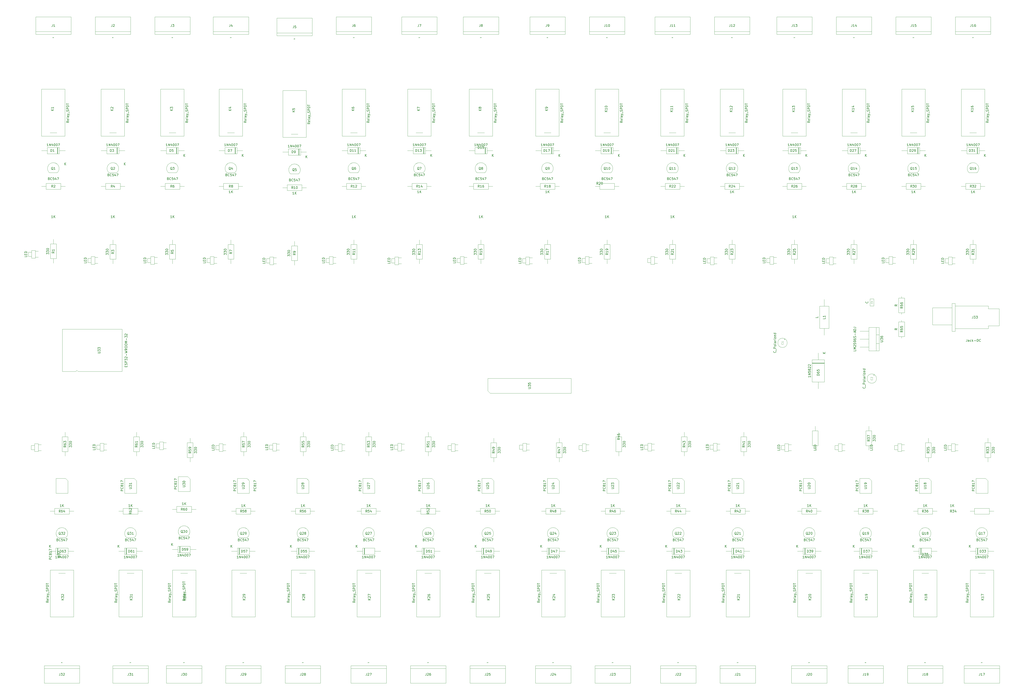
<source format=gbr>
%TF.GenerationSoftware,KiCad,Pcbnew,7.0.7*%
%TF.CreationDate,2023-09-03T02:21:55+05:00*%
%TF.ProjectId,MCUPCB,4d435550-4342-42e6-9b69-6361645f7063,rev?*%
%TF.SameCoordinates,Original*%
%TF.FileFunction,AssemblyDrawing,Top*%
%FSLAX46Y46*%
G04 Gerber Fmt 4.6, Leading zero omitted, Abs format (unit mm)*
G04 Created by KiCad (PCBNEW 7.0.7) date 2023-09-03 02:21:55*
%MOMM*%
%LPD*%
G01*
G04 APERTURE LIST*
%ADD10C,0.150000*%
%ADD11C,0.090000*%
%ADD12C,0.120000*%
%ADD13C,0.100000*%
G04 APERTURE END LIST*
D10*
X374557142Y-119124819D02*
X373985714Y-119124819D01*
X374271428Y-119124819D02*
X374271428Y-118124819D01*
X374271428Y-118124819D02*
X374176190Y-118267676D01*
X374176190Y-118267676D02*
X374080952Y-118362914D01*
X374080952Y-118362914D02*
X373985714Y-118410533D01*
X374985714Y-119124819D02*
X374985714Y-118124819D01*
X374985714Y-118124819D02*
X375557142Y-119124819D01*
X375557142Y-119124819D02*
X375557142Y-118124819D01*
X376461904Y-118458152D02*
X376461904Y-119124819D01*
X376223809Y-118077200D02*
X375985714Y-118791485D01*
X375985714Y-118791485D02*
X376604761Y-118791485D01*
X377176190Y-118124819D02*
X377271428Y-118124819D01*
X377271428Y-118124819D02*
X377366666Y-118172438D01*
X377366666Y-118172438D02*
X377414285Y-118220057D01*
X377414285Y-118220057D02*
X377461904Y-118315295D01*
X377461904Y-118315295D02*
X377509523Y-118505771D01*
X377509523Y-118505771D02*
X377509523Y-118743866D01*
X377509523Y-118743866D02*
X377461904Y-118934342D01*
X377461904Y-118934342D02*
X377414285Y-119029580D01*
X377414285Y-119029580D02*
X377366666Y-119077200D01*
X377366666Y-119077200D02*
X377271428Y-119124819D01*
X377271428Y-119124819D02*
X377176190Y-119124819D01*
X377176190Y-119124819D02*
X377080952Y-119077200D01*
X377080952Y-119077200D02*
X377033333Y-119029580D01*
X377033333Y-119029580D02*
X376985714Y-118934342D01*
X376985714Y-118934342D02*
X376938095Y-118743866D01*
X376938095Y-118743866D02*
X376938095Y-118505771D01*
X376938095Y-118505771D02*
X376985714Y-118315295D01*
X376985714Y-118315295D02*
X377033333Y-118220057D01*
X377033333Y-118220057D02*
X377080952Y-118172438D01*
X377080952Y-118172438D02*
X377176190Y-118124819D01*
X378128571Y-118124819D02*
X378223809Y-118124819D01*
X378223809Y-118124819D02*
X378319047Y-118172438D01*
X378319047Y-118172438D02*
X378366666Y-118220057D01*
X378366666Y-118220057D02*
X378414285Y-118315295D01*
X378414285Y-118315295D02*
X378461904Y-118505771D01*
X378461904Y-118505771D02*
X378461904Y-118743866D01*
X378461904Y-118743866D02*
X378414285Y-118934342D01*
X378414285Y-118934342D02*
X378366666Y-119029580D01*
X378366666Y-119029580D02*
X378319047Y-119077200D01*
X378319047Y-119077200D02*
X378223809Y-119124819D01*
X378223809Y-119124819D02*
X378128571Y-119124819D01*
X378128571Y-119124819D02*
X378033333Y-119077200D01*
X378033333Y-119077200D02*
X377985714Y-119029580D01*
X377985714Y-119029580D02*
X377938095Y-118934342D01*
X377938095Y-118934342D02*
X377890476Y-118743866D01*
X377890476Y-118743866D02*
X377890476Y-118505771D01*
X377890476Y-118505771D02*
X377938095Y-118315295D01*
X377938095Y-118315295D02*
X377985714Y-118220057D01*
X377985714Y-118220057D02*
X378033333Y-118172438D01*
X378033333Y-118172438D02*
X378128571Y-118124819D01*
X378795238Y-118124819D02*
X379461904Y-118124819D01*
X379461904Y-118124819D02*
X379033333Y-119124819D01*
X375095714Y-121594819D02*
X375095714Y-120594819D01*
X375095714Y-120594819D02*
X375333809Y-120594819D01*
X375333809Y-120594819D02*
X375476666Y-120642438D01*
X375476666Y-120642438D02*
X375571904Y-120737676D01*
X375571904Y-120737676D02*
X375619523Y-120832914D01*
X375619523Y-120832914D02*
X375667142Y-121023390D01*
X375667142Y-121023390D02*
X375667142Y-121166247D01*
X375667142Y-121166247D02*
X375619523Y-121356723D01*
X375619523Y-121356723D02*
X375571904Y-121451961D01*
X375571904Y-121451961D02*
X375476666Y-121547200D01*
X375476666Y-121547200D02*
X375333809Y-121594819D01*
X375333809Y-121594819D02*
X375095714Y-121594819D01*
X376048095Y-120690057D02*
X376095714Y-120642438D01*
X376095714Y-120642438D02*
X376190952Y-120594819D01*
X376190952Y-120594819D02*
X376429047Y-120594819D01*
X376429047Y-120594819D02*
X376524285Y-120642438D01*
X376524285Y-120642438D02*
X376571904Y-120690057D01*
X376571904Y-120690057D02*
X376619523Y-120785295D01*
X376619523Y-120785295D02*
X376619523Y-120880533D01*
X376619523Y-120880533D02*
X376571904Y-121023390D01*
X376571904Y-121023390D02*
X376000476Y-121594819D01*
X376000476Y-121594819D02*
X376619523Y-121594819D01*
X377571904Y-121594819D02*
X377000476Y-121594819D01*
X377286190Y-121594819D02*
X377286190Y-120594819D01*
X377286190Y-120594819D02*
X377190952Y-120737676D01*
X377190952Y-120737676D02*
X377095714Y-120832914D01*
X377095714Y-120832914D02*
X377000476Y-120880533D01*
X381518095Y-123694819D02*
X381518095Y-122694819D01*
X382089523Y-123694819D02*
X381660952Y-123123390D01*
X382089523Y-122694819D02*
X381518095Y-123266247D01*
X408712319Y-108572381D02*
X408236128Y-108905714D01*
X408712319Y-109143809D02*
X407712319Y-109143809D01*
X407712319Y-109143809D02*
X407712319Y-108762857D01*
X407712319Y-108762857D02*
X407759938Y-108667619D01*
X407759938Y-108667619D02*
X407807557Y-108620000D01*
X407807557Y-108620000D02*
X407902795Y-108572381D01*
X407902795Y-108572381D02*
X408045652Y-108572381D01*
X408045652Y-108572381D02*
X408140890Y-108620000D01*
X408140890Y-108620000D02*
X408188509Y-108667619D01*
X408188509Y-108667619D02*
X408236128Y-108762857D01*
X408236128Y-108762857D02*
X408236128Y-109143809D01*
X408664700Y-107762857D02*
X408712319Y-107858095D01*
X408712319Y-107858095D02*
X408712319Y-108048571D01*
X408712319Y-108048571D02*
X408664700Y-108143809D01*
X408664700Y-108143809D02*
X408569461Y-108191428D01*
X408569461Y-108191428D02*
X408188509Y-108191428D01*
X408188509Y-108191428D02*
X408093271Y-108143809D01*
X408093271Y-108143809D02*
X408045652Y-108048571D01*
X408045652Y-108048571D02*
X408045652Y-107858095D01*
X408045652Y-107858095D02*
X408093271Y-107762857D01*
X408093271Y-107762857D02*
X408188509Y-107715238D01*
X408188509Y-107715238D02*
X408283747Y-107715238D01*
X408283747Y-107715238D02*
X408378985Y-108191428D01*
X408712319Y-107143809D02*
X408664700Y-107239047D01*
X408664700Y-107239047D02*
X408569461Y-107286666D01*
X408569461Y-107286666D02*
X407712319Y-107286666D01*
X408712319Y-106334285D02*
X408188509Y-106334285D01*
X408188509Y-106334285D02*
X408093271Y-106381904D01*
X408093271Y-106381904D02*
X408045652Y-106477142D01*
X408045652Y-106477142D02*
X408045652Y-106667618D01*
X408045652Y-106667618D02*
X408093271Y-106762856D01*
X408664700Y-106334285D02*
X408712319Y-106429523D01*
X408712319Y-106429523D02*
X408712319Y-106667618D01*
X408712319Y-106667618D02*
X408664700Y-106762856D01*
X408664700Y-106762856D02*
X408569461Y-106810475D01*
X408569461Y-106810475D02*
X408474223Y-106810475D01*
X408474223Y-106810475D02*
X408378985Y-106762856D01*
X408378985Y-106762856D02*
X408331366Y-106667618D01*
X408331366Y-106667618D02*
X408331366Y-106429523D01*
X408331366Y-106429523D02*
X408283747Y-106334285D01*
X408045652Y-105953332D02*
X408712319Y-105715237D01*
X408045652Y-105477142D02*
X408712319Y-105715237D01*
X408712319Y-105715237D02*
X408950414Y-105810475D01*
X408950414Y-105810475D02*
X408998033Y-105858094D01*
X408998033Y-105858094D02*
X409045652Y-105953332D01*
X408807557Y-105334285D02*
X408807557Y-104572380D01*
X408664700Y-104381903D02*
X408712319Y-104239046D01*
X408712319Y-104239046D02*
X408712319Y-104000951D01*
X408712319Y-104000951D02*
X408664700Y-103905713D01*
X408664700Y-103905713D02*
X408617080Y-103858094D01*
X408617080Y-103858094D02*
X408521842Y-103810475D01*
X408521842Y-103810475D02*
X408426604Y-103810475D01*
X408426604Y-103810475D02*
X408331366Y-103858094D01*
X408331366Y-103858094D02*
X408283747Y-103905713D01*
X408283747Y-103905713D02*
X408236128Y-104000951D01*
X408236128Y-104000951D02*
X408188509Y-104191427D01*
X408188509Y-104191427D02*
X408140890Y-104286665D01*
X408140890Y-104286665D02*
X408093271Y-104334284D01*
X408093271Y-104334284D02*
X407998033Y-104381903D01*
X407998033Y-104381903D02*
X407902795Y-104381903D01*
X407902795Y-104381903D02*
X407807557Y-104334284D01*
X407807557Y-104334284D02*
X407759938Y-104286665D01*
X407759938Y-104286665D02*
X407712319Y-104191427D01*
X407712319Y-104191427D02*
X407712319Y-103953332D01*
X407712319Y-103953332D02*
X407759938Y-103810475D01*
X408712319Y-103381903D02*
X407712319Y-103381903D01*
X407712319Y-103381903D02*
X407712319Y-103000951D01*
X407712319Y-103000951D02*
X407759938Y-102905713D01*
X407759938Y-102905713D02*
X407807557Y-102858094D01*
X407807557Y-102858094D02*
X407902795Y-102810475D01*
X407902795Y-102810475D02*
X408045652Y-102810475D01*
X408045652Y-102810475D02*
X408140890Y-102858094D01*
X408140890Y-102858094D02*
X408188509Y-102905713D01*
X408188509Y-102905713D02*
X408236128Y-103000951D01*
X408236128Y-103000951D02*
X408236128Y-103381903D01*
X408712319Y-102381903D02*
X407712319Y-102381903D01*
X407712319Y-102381903D02*
X407712319Y-102143808D01*
X407712319Y-102143808D02*
X407759938Y-102000951D01*
X407759938Y-102000951D02*
X407855176Y-101905713D01*
X407855176Y-101905713D02*
X407950414Y-101858094D01*
X407950414Y-101858094D02*
X408140890Y-101810475D01*
X408140890Y-101810475D02*
X408283747Y-101810475D01*
X408283747Y-101810475D02*
X408474223Y-101858094D01*
X408474223Y-101858094D02*
X408569461Y-101905713D01*
X408569461Y-101905713D02*
X408664700Y-102000951D01*
X408664700Y-102000951D02*
X408712319Y-102143808D01*
X408712319Y-102143808D02*
X408712319Y-102381903D01*
X407712319Y-101524760D02*
X407712319Y-100953332D01*
X408712319Y-101239046D02*
X407712319Y-101239046D01*
X402212319Y-104534285D02*
X401212319Y-104534285D01*
X402212319Y-103962857D02*
X401640890Y-104391428D01*
X401212319Y-103962857D02*
X401783747Y-104534285D01*
X402212319Y-103010476D02*
X402212319Y-103581904D01*
X402212319Y-103296190D02*
X401212319Y-103296190D01*
X401212319Y-103296190D02*
X401355176Y-103391428D01*
X401355176Y-103391428D02*
X401450414Y-103486666D01*
X401450414Y-103486666D02*
X401498033Y-103581904D01*
X401307557Y-102629523D02*
X401259938Y-102581904D01*
X401259938Y-102581904D02*
X401212319Y-102486666D01*
X401212319Y-102486666D02*
X401212319Y-102248571D01*
X401212319Y-102248571D02*
X401259938Y-102153333D01*
X401259938Y-102153333D02*
X401307557Y-102105714D01*
X401307557Y-102105714D02*
X401402795Y-102058095D01*
X401402795Y-102058095D02*
X401498033Y-102058095D01*
X401498033Y-102058095D02*
X401640890Y-102105714D01*
X401640890Y-102105714D02*
X402212319Y-102677142D01*
X402212319Y-102677142D02*
X402212319Y-102058095D01*
X292819642Y-119124819D02*
X292248214Y-119124819D01*
X292533928Y-119124819D02*
X292533928Y-118124819D01*
X292533928Y-118124819D02*
X292438690Y-118267676D01*
X292438690Y-118267676D02*
X292343452Y-118362914D01*
X292343452Y-118362914D02*
X292248214Y-118410533D01*
X293248214Y-119124819D02*
X293248214Y-118124819D01*
X293248214Y-118124819D02*
X293819642Y-119124819D01*
X293819642Y-119124819D02*
X293819642Y-118124819D01*
X294724404Y-118458152D02*
X294724404Y-119124819D01*
X294486309Y-118077200D02*
X294248214Y-118791485D01*
X294248214Y-118791485D02*
X294867261Y-118791485D01*
X295438690Y-118124819D02*
X295533928Y-118124819D01*
X295533928Y-118124819D02*
X295629166Y-118172438D01*
X295629166Y-118172438D02*
X295676785Y-118220057D01*
X295676785Y-118220057D02*
X295724404Y-118315295D01*
X295724404Y-118315295D02*
X295772023Y-118505771D01*
X295772023Y-118505771D02*
X295772023Y-118743866D01*
X295772023Y-118743866D02*
X295724404Y-118934342D01*
X295724404Y-118934342D02*
X295676785Y-119029580D01*
X295676785Y-119029580D02*
X295629166Y-119077200D01*
X295629166Y-119077200D02*
X295533928Y-119124819D01*
X295533928Y-119124819D02*
X295438690Y-119124819D01*
X295438690Y-119124819D02*
X295343452Y-119077200D01*
X295343452Y-119077200D02*
X295295833Y-119029580D01*
X295295833Y-119029580D02*
X295248214Y-118934342D01*
X295248214Y-118934342D02*
X295200595Y-118743866D01*
X295200595Y-118743866D02*
X295200595Y-118505771D01*
X295200595Y-118505771D02*
X295248214Y-118315295D01*
X295248214Y-118315295D02*
X295295833Y-118220057D01*
X295295833Y-118220057D02*
X295343452Y-118172438D01*
X295343452Y-118172438D02*
X295438690Y-118124819D01*
X296391071Y-118124819D02*
X296486309Y-118124819D01*
X296486309Y-118124819D02*
X296581547Y-118172438D01*
X296581547Y-118172438D02*
X296629166Y-118220057D01*
X296629166Y-118220057D02*
X296676785Y-118315295D01*
X296676785Y-118315295D02*
X296724404Y-118505771D01*
X296724404Y-118505771D02*
X296724404Y-118743866D01*
X296724404Y-118743866D02*
X296676785Y-118934342D01*
X296676785Y-118934342D02*
X296629166Y-119029580D01*
X296629166Y-119029580D02*
X296581547Y-119077200D01*
X296581547Y-119077200D02*
X296486309Y-119124819D01*
X296486309Y-119124819D02*
X296391071Y-119124819D01*
X296391071Y-119124819D02*
X296295833Y-119077200D01*
X296295833Y-119077200D02*
X296248214Y-119029580D01*
X296248214Y-119029580D02*
X296200595Y-118934342D01*
X296200595Y-118934342D02*
X296152976Y-118743866D01*
X296152976Y-118743866D02*
X296152976Y-118505771D01*
X296152976Y-118505771D02*
X296200595Y-118315295D01*
X296200595Y-118315295D02*
X296248214Y-118220057D01*
X296248214Y-118220057D02*
X296295833Y-118172438D01*
X296295833Y-118172438D02*
X296391071Y-118124819D01*
X297057738Y-118124819D02*
X297724404Y-118124819D01*
X297724404Y-118124819D02*
X297295833Y-119124819D01*
X293748214Y-120244819D02*
X293748214Y-119244819D01*
X293748214Y-119244819D02*
X293986309Y-119244819D01*
X293986309Y-119244819D02*
X294129166Y-119292438D01*
X294129166Y-119292438D02*
X294224404Y-119387676D01*
X294224404Y-119387676D02*
X294272023Y-119482914D01*
X294272023Y-119482914D02*
X294319642Y-119673390D01*
X294319642Y-119673390D02*
X294319642Y-119816247D01*
X294319642Y-119816247D02*
X294272023Y-120006723D01*
X294272023Y-120006723D02*
X294224404Y-120101961D01*
X294224404Y-120101961D02*
X294129166Y-120197200D01*
X294129166Y-120197200D02*
X293986309Y-120244819D01*
X293986309Y-120244819D02*
X293748214Y-120244819D01*
X295272023Y-120244819D02*
X294700595Y-120244819D01*
X294986309Y-120244819D02*
X294986309Y-119244819D01*
X294986309Y-119244819D02*
X294891071Y-119387676D01*
X294891071Y-119387676D02*
X294795833Y-119482914D01*
X294795833Y-119482914D02*
X294700595Y-119530533D01*
X296176785Y-119244819D02*
X295700595Y-119244819D01*
X295700595Y-119244819D02*
X295652976Y-119721009D01*
X295652976Y-119721009D02*
X295700595Y-119673390D01*
X295700595Y-119673390D02*
X295795833Y-119625771D01*
X295795833Y-119625771D02*
X296033928Y-119625771D01*
X296033928Y-119625771D02*
X296129166Y-119673390D01*
X296129166Y-119673390D02*
X296176785Y-119721009D01*
X296176785Y-119721009D02*
X296224404Y-119816247D01*
X296224404Y-119816247D02*
X296224404Y-120054342D01*
X296224404Y-120054342D02*
X296176785Y-120149580D01*
X296176785Y-120149580D02*
X296129166Y-120197200D01*
X296129166Y-120197200D02*
X296033928Y-120244819D01*
X296033928Y-120244819D02*
X295795833Y-120244819D01*
X295795833Y-120244819D02*
X295700595Y-120197200D01*
X295700595Y-120197200D02*
X295652976Y-120149580D01*
X299780595Y-123694819D02*
X299780595Y-122694819D01*
X300352023Y-123694819D02*
X299923452Y-123123390D01*
X300352023Y-122694819D02*
X299780595Y-123266247D01*
X460729819Y-108572381D02*
X460253628Y-108905714D01*
X460729819Y-109143809D02*
X459729819Y-109143809D01*
X459729819Y-109143809D02*
X459729819Y-108762857D01*
X459729819Y-108762857D02*
X459777438Y-108667619D01*
X459777438Y-108667619D02*
X459825057Y-108620000D01*
X459825057Y-108620000D02*
X459920295Y-108572381D01*
X459920295Y-108572381D02*
X460063152Y-108572381D01*
X460063152Y-108572381D02*
X460158390Y-108620000D01*
X460158390Y-108620000D02*
X460206009Y-108667619D01*
X460206009Y-108667619D02*
X460253628Y-108762857D01*
X460253628Y-108762857D02*
X460253628Y-109143809D01*
X460682200Y-107762857D02*
X460729819Y-107858095D01*
X460729819Y-107858095D02*
X460729819Y-108048571D01*
X460729819Y-108048571D02*
X460682200Y-108143809D01*
X460682200Y-108143809D02*
X460586961Y-108191428D01*
X460586961Y-108191428D02*
X460206009Y-108191428D01*
X460206009Y-108191428D02*
X460110771Y-108143809D01*
X460110771Y-108143809D02*
X460063152Y-108048571D01*
X460063152Y-108048571D02*
X460063152Y-107858095D01*
X460063152Y-107858095D02*
X460110771Y-107762857D01*
X460110771Y-107762857D02*
X460206009Y-107715238D01*
X460206009Y-107715238D02*
X460301247Y-107715238D01*
X460301247Y-107715238D02*
X460396485Y-108191428D01*
X460729819Y-107143809D02*
X460682200Y-107239047D01*
X460682200Y-107239047D02*
X460586961Y-107286666D01*
X460586961Y-107286666D02*
X459729819Y-107286666D01*
X460729819Y-106334285D02*
X460206009Y-106334285D01*
X460206009Y-106334285D02*
X460110771Y-106381904D01*
X460110771Y-106381904D02*
X460063152Y-106477142D01*
X460063152Y-106477142D02*
X460063152Y-106667618D01*
X460063152Y-106667618D02*
X460110771Y-106762856D01*
X460682200Y-106334285D02*
X460729819Y-106429523D01*
X460729819Y-106429523D02*
X460729819Y-106667618D01*
X460729819Y-106667618D02*
X460682200Y-106762856D01*
X460682200Y-106762856D02*
X460586961Y-106810475D01*
X460586961Y-106810475D02*
X460491723Y-106810475D01*
X460491723Y-106810475D02*
X460396485Y-106762856D01*
X460396485Y-106762856D02*
X460348866Y-106667618D01*
X460348866Y-106667618D02*
X460348866Y-106429523D01*
X460348866Y-106429523D02*
X460301247Y-106334285D01*
X460063152Y-105953332D02*
X460729819Y-105715237D01*
X460063152Y-105477142D02*
X460729819Y-105715237D01*
X460729819Y-105715237D02*
X460967914Y-105810475D01*
X460967914Y-105810475D02*
X461015533Y-105858094D01*
X461015533Y-105858094D02*
X461063152Y-105953332D01*
X460825057Y-105334285D02*
X460825057Y-104572380D01*
X460682200Y-104381903D02*
X460729819Y-104239046D01*
X460729819Y-104239046D02*
X460729819Y-104000951D01*
X460729819Y-104000951D02*
X460682200Y-103905713D01*
X460682200Y-103905713D02*
X460634580Y-103858094D01*
X460634580Y-103858094D02*
X460539342Y-103810475D01*
X460539342Y-103810475D02*
X460444104Y-103810475D01*
X460444104Y-103810475D02*
X460348866Y-103858094D01*
X460348866Y-103858094D02*
X460301247Y-103905713D01*
X460301247Y-103905713D02*
X460253628Y-104000951D01*
X460253628Y-104000951D02*
X460206009Y-104191427D01*
X460206009Y-104191427D02*
X460158390Y-104286665D01*
X460158390Y-104286665D02*
X460110771Y-104334284D01*
X460110771Y-104334284D02*
X460015533Y-104381903D01*
X460015533Y-104381903D02*
X459920295Y-104381903D01*
X459920295Y-104381903D02*
X459825057Y-104334284D01*
X459825057Y-104334284D02*
X459777438Y-104286665D01*
X459777438Y-104286665D02*
X459729819Y-104191427D01*
X459729819Y-104191427D02*
X459729819Y-103953332D01*
X459729819Y-103953332D02*
X459777438Y-103810475D01*
X460729819Y-103381903D02*
X459729819Y-103381903D01*
X459729819Y-103381903D02*
X459729819Y-103000951D01*
X459729819Y-103000951D02*
X459777438Y-102905713D01*
X459777438Y-102905713D02*
X459825057Y-102858094D01*
X459825057Y-102858094D02*
X459920295Y-102810475D01*
X459920295Y-102810475D02*
X460063152Y-102810475D01*
X460063152Y-102810475D02*
X460158390Y-102858094D01*
X460158390Y-102858094D02*
X460206009Y-102905713D01*
X460206009Y-102905713D02*
X460253628Y-103000951D01*
X460253628Y-103000951D02*
X460253628Y-103381903D01*
X460729819Y-102381903D02*
X459729819Y-102381903D01*
X459729819Y-102381903D02*
X459729819Y-102143808D01*
X459729819Y-102143808D02*
X459777438Y-102000951D01*
X459777438Y-102000951D02*
X459872676Y-101905713D01*
X459872676Y-101905713D02*
X459967914Y-101858094D01*
X459967914Y-101858094D02*
X460158390Y-101810475D01*
X460158390Y-101810475D02*
X460301247Y-101810475D01*
X460301247Y-101810475D02*
X460491723Y-101858094D01*
X460491723Y-101858094D02*
X460586961Y-101905713D01*
X460586961Y-101905713D02*
X460682200Y-102000951D01*
X460682200Y-102000951D02*
X460729819Y-102143808D01*
X460729819Y-102143808D02*
X460729819Y-102381903D01*
X459729819Y-101524760D02*
X459729819Y-100953332D01*
X460729819Y-101239046D02*
X459729819Y-101239046D01*
X454229819Y-104534285D02*
X453229819Y-104534285D01*
X454229819Y-103962857D02*
X453658390Y-104391428D01*
X453229819Y-103962857D02*
X453801247Y-104534285D01*
X454229819Y-103010476D02*
X454229819Y-103581904D01*
X454229819Y-103296190D02*
X453229819Y-103296190D01*
X453229819Y-103296190D02*
X453372676Y-103391428D01*
X453372676Y-103391428D02*
X453467914Y-103486666D01*
X453467914Y-103486666D02*
X453515533Y-103581904D01*
X453563152Y-102153333D02*
X454229819Y-102153333D01*
X453182200Y-102391428D02*
X453896485Y-102629523D01*
X453896485Y-102629523D02*
X453896485Y-102010476D01*
X293105357Y-133094259D02*
X293248214Y-133141878D01*
X293248214Y-133141878D02*
X293295833Y-133189497D01*
X293295833Y-133189497D02*
X293343452Y-133284735D01*
X293343452Y-133284735D02*
X293343452Y-133427592D01*
X293343452Y-133427592D02*
X293295833Y-133522830D01*
X293295833Y-133522830D02*
X293248214Y-133570450D01*
X293248214Y-133570450D02*
X293152976Y-133618069D01*
X293152976Y-133618069D02*
X292772024Y-133618069D01*
X292772024Y-133618069D02*
X292772024Y-132618069D01*
X292772024Y-132618069D02*
X293105357Y-132618069D01*
X293105357Y-132618069D02*
X293200595Y-132665688D01*
X293200595Y-132665688D02*
X293248214Y-132713307D01*
X293248214Y-132713307D02*
X293295833Y-132808545D01*
X293295833Y-132808545D02*
X293295833Y-132903783D01*
X293295833Y-132903783D02*
X293248214Y-132999021D01*
X293248214Y-132999021D02*
X293200595Y-133046640D01*
X293200595Y-133046640D02*
X293105357Y-133094259D01*
X293105357Y-133094259D02*
X292772024Y-133094259D01*
X294343452Y-133522830D02*
X294295833Y-133570450D01*
X294295833Y-133570450D02*
X294152976Y-133618069D01*
X294152976Y-133618069D02*
X294057738Y-133618069D01*
X294057738Y-133618069D02*
X293914881Y-133570450D01*
X293914881Y-133570450D02*
X293819643Y-133475211D01*
X293819643Y-133475211D02*
X293772024Y-133379973D01*
X293772024Y-133379973D02*
X293724405Y-133189497D01*
X293724405Y-133189497D02*
X293724405Y-133046640D01*
X293724405Y-133046640D02*
X293772024Y-132856164D01*
X293772024Y-132856164D02*
X293819643Y-132760926D01*
X293819643Y-132760926D02*
X293914881Y-132665688D01*
X293914881Y-132665688D02*
X294057738Y-132618069D01*
X294057738Y-132618069D02*
X294152976Y-132618069D01*
X294152976Y-132618069D02*
X294295833Y-132665688D01*
X294295833Y-132665688D02*
X294343452Y-132713307D01*
X295248214Y-132618069D02*
X294772024Y-132618069D01*
X294772024Y-132618069D02*
X294724405Y-133094259D01*
X294724405Y-133094259D02*
X294772024Y-133046640D01*
X294772024Y-133046640D02*
X294867262Y-132999021D01*
X294867262Y-132999021D02*
X295105357Y-132999021D01*
X295105357Y-132999021D02*
X295200595Y-133046640D01*
X295200595Y-133046640D02*
X295248214Y-133094259D01*
X295248214Y-133094259D02*
X295295833Y-133189497D01*
X295295833Y-133189497D02*
X295295833Y-133427592D01*
X295295833Y-133427592D02*
X295248214Y-133522830D01*
X295248214Y-133522830D02*
X295200595Y-133570450D01*
X295200595Y-133570450D02*
X295105357Y-133618069D01*
X295105357Y-133618069D02*
X294867262Y-133618069D01*
X294867262Y-133618069D02*
X294772024Y-133570450D01*
X294772024Y-133570450D02*
X294724405Y-133522830D01*
X296152976Y-132951402D02*
X296152976Y-133618069D01*
X295914881Y-132570450D02*
X295676786Y-133284735D01*
X295676786Y-133284735D02*
X296295833Y-133284735D01*
X296581548Y-132618069D02*
X297248214Y-132618069D01*
X297248214Y-132618069D02*
X296819643Y-133618069D01*
X294867261Y-129310057D02*
X294772023Y-129262438D01*
X294772023Y-129262438D02*
X294676785Y-129167200D01*
X294676785Y-129167200D02*
X294533928Y-129024342D01*
X294533928Y-129024342D02*
X294438690Y-128976723D01*
X294438690Y-128976723D02*
X294343452Y-128976723D01*
X294391071Y-129214819D02*
X294295833Y-129167200D01*
X294295833Y-129167200D02*
X294200595Y-129071961D01*
X294200595Y-129071961D02*
X294152976Y-128881485D01*
X294152976Y-128881485D02*
X294152976Y-128548152D01*
X294152976Y-128548152D02*
X294200595Y-128357676D01*
X294200595Y-128357676D02*
X294295833Y-128262438D01*
X294295833Y-128262438D02*
X294391071Y-128214819D01*
X294391071Y-128214819D02*
X294581547Y-128214819D01*
X294581547Y-128214819D02*
X294676785Y-128262438D01*
X294676785Y-128262438D02*
X294772023Y-128357676D01*
X294772023Y-128357676D02*
X294819642Y-128548152D01*
X294819642Y-128548152D02*
X294819642Y-128881485D01*
X294819642Y-128881485D02*
X294772023Y-129071961D01*
X294772023Y-129071961D02*
X294676785Y-129167200D01*
X294676785Y-129167200D02*
X294581547Y-129214819D01*
X294581547Y-129214819D02*
X294391071Y-129214819D01*
X295391071Y-128643390D02*
X295295833Y-128595771D01*
X295295833Y-128595771D02*
X295248214Y-128548152D01*
X295248214Y-128548152D02*
X295200595Y-128452914D01*
X295200595Y-128452914D02*
X295200595Y-128405295D01*
X295200595Y-128405295D02*
X295248214Y-128310057D01*
X295248214Y-128310057D02*
X295295833Y-128262438D01*
X295295833Y-128262438D02*
X295391071Y-128214819D01*
X295391071Y-128214819D02*
X295581547Y-128214819D01*
X295581547Y-128214819D02*
X295676785Y-128262438D01*
X295676785Y-128262438D02*
X295724404Y-128310057D01*
X295724404Y-128310057D02*
X295772023Y-128405295D01*
X295772023Y-128405295D02*
X295772023Y-128452914D01*
X295772023Y-128452914D02*
X295724404Y-128548152D01*
X295724404Y-128548152D02*
X295676785Y-128595771D01*
X295676785Y-128595771D02*
X295581547Y-128643390D01*
X295581547Y-128643390D02*
X295391071Y-128643390D01*
X295391071Y-128643390D02*
X295295833Y-128691009D01*
X295295833Y-128691009D02*
X295248214Y-128738628D01*
X295248214Y-128738628D02*
X295200595Y-128833866D01*
X295200595Y-128833866D02*
X295200595Y-129024342D01*
X295200595Y-129024342D02*
X295248214Y-129119580D01*
X295248214Y-129119580D02*
X295295833Y-129167200D01*
X295295833Y-129167200D02*
X295391071Y-129214819D01*
X295391071Y-129214819D02*
X295581547Y-129214819D01*
X295581547Y-129214819D02*
X295676785Y-129167200D01*
X295676785Y-129167200D02*
X295724404Y-129119580D01*
X295724404Y-129119580D02*
X295772023Y-129024342D01*
X295772023Y-129024342D02*
X295772023Y-128833866D01*
X295772023Y-128833866D02*
X295724404Y-128738628D01*
X295724404Y-128738628D02*
X295676785Y-128691009D01*
X295676785Y-128691009D02*
X295581547Y-128643390D01*
X486129819Y-108572381D02*
X485653628Y-108905714D01*
X486129819Y-109143809D02*
X485129819Y-109143809D01*
X485129819Y-109143809D02*
X485129819Y-108762857D01*
X485129819Y-108762857D02*
X485177438Y-108667619D01*
X485177438Y-108667619D02*
X485225057Y-108620000D01*
X485225057Y-108620000D02*
X485320295Y-108572381D01*
X485320295Y-108572381D02*
X485463152Y-108572381D01*
X485463152Y-108572381D02*
X485558390Y-108620000D01*
X485558390Y-108620000D02*
X485606009Y-108667619D01*
X485606009Y-108667619D02*
X485653628Y-108762857D01*
X485653628Y-108762857D02*
X485653628Y-109143809D01*
X486082200Y-107762857D02*
X486129819Y-107858095D01*
X486129819Y-107858095D02*
X486129819Y-108048571D01*
X486129819Y-108048571D02*
X486082200Y-108143809D01*
X486082200Y-108143809D02*
X485986961Y-108191428D01*
X485986961Y-108191428D02*
X485606009Y-108191428D01*
X485606009Y-108191428D02*
X485510771Y-108143809D01*
X485510771Y-108143809D02*
X485463152Y-108048571D01*
X485463152Y-108048571D02*
X485463152Y-107858095D01*
X485463152Y-107858095D02*
X485510771Y-107762857D01*
X485510771Y-107762857D02*
X485606009Y-107715238D01*
X485606009Y-107715238D02*
X485701247Y-107715238D01*
X485701247Y-107715238D02*
X485796485Y-108191428D01*
X486129819Y-107143809D02*
X486082200Y-107239047D01*
X486082200Y-107239047D02*
X485986961Y-107286666D01*
X485986961Y-107286666D02*
X485129819Y-107286666D01*
X486129819Y-106334285D02*
X485606009Y-106334285D01*
X485606009Y-106334285D02*
X485510771Y-106381904D01*
X485510771Y-106381904D02*
X485463152Y-106477142D01*
X485463152Y-106477142D02*
X485463152Y-106667618D01*
X485463152Y-106667618D02*
X485510771Y-106762856D01*
X486082200Y-106334285D02*
X486129819Y-106429523D01*
X486129819Y-106429523D02*
X486129819Y-106667618D01*
X486129819Y-106667618D02*
X486082200Y-106762856D01*
X486082200Y-106762856D02*
X485986961Y-106810475D01*
X485986961Y-106810475D02*
X485891723Y-106810475D01*
X485891723Y-106810475D02*
X485796485Y-106762856D01*
X485796485Y-106762856D02*
X485748866Y-106667618D01*
X485748866Y-106667618D02*
X485748866Y-106429523D01*
X485748866Y-106429523D02*
X485701247Y-106334285D01*
X485463152Y-105953332D02*
X486129819Y-105715237D01*
X485463152Y-105477142D02*
X486129819Y-105715237D01*
X486129819Y-105715237D02*
X486367914Y-105810475D01*
X486367914Y-105810475D02*
X486415533Y-105858094D01*
X486415533Y-105858094D02*
X486463152Y-105953332D01*
X486225057Y-105334285D02*
X486225057Y-104572380D01*
X486082200Y-104381903D02*
X486129819Y-104239046D01*
X486129819Y-104239046D02*
X486129819Y-104000951D01*
X486129819Y-104000951D02*
X486082200Y-103905713D01*
X486082200Y-103905713D02*
X486034580Y-103858094D01*
X486034580Y-103858094D02*
X485939342Y-103810475D01*
X485939342Y-103810475D02*
X485844104Y-103810475D01*
X485844104Y-103810475D02*
X485748866Y-103858094D01*
X485748866Y-103858094D02*
X485701247Y-103905713D01*
X485701247Y-103905713D02*
X485653628Y-104000951D01*
X485653628Y-104000951D02*
X485606009Y-104191427D01*
X485606009Y-104191427D02*
X485558390Y-104286665D01*
X485558390Y-104286665D02*
X485510771Y-104334284D01*
X485510771Y-104334284D02*
X485415533Y-104381903D01*
X485415533Y-104381903D02*
X485320295Y-104381903D01*
X485320295Y-104381903D02*
X485225057Y-104334284D01*
X485225057Y-104334284D02*
X485177438Y-104286665D01*
X485177438Y-104286665D02*
X485129819Y-104191427D01*
X485129819Y-104191427D02*
X485129819Y-103953332D01*
X485129819Y-103953332D02*
X485177438Y-103810475D01*
X486129819Y-103381903D02*
X485129819Y-103381903D01*
X485129819Y-103381903D02*
X485129819Y-103000951D01*
X485129819Y-103000951D02*
X485177438Y-102905713D01*
X485177438Y-102905713D02*
X485225057Y-102858094D01*
X485225057Y-102858094D02*
X485320295Y-102810475D01*
X485320295Y-102810475D02*
X485463152Y-102810475D01*
X485463152Y-102810475D02*
X485558390Y-102858094D01*
X485558390Y-102858094D02*
X485606009Y-102905713D01*
X485606009Y-102905713D02*
X485653628Y-103000951D01*
X485653628Y-103000951D02*
X485653628Y-103381903D01*
X486129819Y-102381903D02*
X485129819Y-102381903D01*
X485129819Y-102381903D02*
X485129819Y-102143808D01*
X485129819Y-102143808D02*
X485177438Y-102000951D01*
X485177438Y-102000951D02*
X485272676Y-101905713D01*
X485272676Y-101905713D02*
X485367914Y-101858094D01*
X485367914Y-101858094D02*
X485558390Y-101810475D01*
X485558390Y-101810475D02*
X485701247Y-101810475D01*
X485701247Y-101810475D02*
X485891723Y-101858094D01*
X485891723Y-101858094D02*
X485986961Y-101905713D01*
X485986961Y-101905713D02*
X486082200Y-102000951D01*
X486082200Y-102000951D02*
X486129819Y-102143808D01*
X486129819Y-102143808D02*
X486129819Y-102381903D01*
X485129819Y-101524760D02*
X485129819Y-100953332D01*
X486129819Y-101239046D02*
X485129819Y-101239046D01*
X479629819Y-104534285D02*
X478629819Y-104534285D01*
X479629819Y-103962857D02*
X479058390Y-104391428D01*
X478629819Y-103962857D02*
X479201247Y-104534285D01*
X479629819Y-103010476D02*
X479629819Y-103581904D01*
X479629819Y-103296190D02*
X478629819Y-103296190D01*
X478629819Y-103296190D02*
X478772676Y-103391428D01*
X478772676Y-103391428D02*
X478867914Y-103486666D01*
X478867914Y-103486666D02*
X478915533Y-103581904D01*
X478629819Y-102105714D02*
X478629819Y-102581904D01*
X478629819Y-102581904D02*
X479106009Y-102629523D01*
X479106009Y-102629523D02*
X479058390Y-102581904D01*
X479058390Y-102581904D02*
X479010771Y-102486666D01*
X479010771Y-102486666D02*
X479010771Y-102248571D01*
X479010771Y-102248571D02*
X479058390Y-102153333D01*
X479058390Y-102153333D02*
X479106009Y-102105714D01*
X479106009Y-102105714D02*
X479201247Y-102058095D01*
X479201247Y-102058095D02*
X479439342Y-102058095D01*
X479439342Y-102058095D02*
X479534580Y-102105714D01*
X479534580Y-102105714D02*
X479582200Y-102153333D01*
X479582200Y-102153333D02*
X479629819Y-102248571D01*
X479629819Y-102248571D02*
X479629819Y-102486666D01*
X479629819Y-102486666D02*
X479582200Y-102581904D01*
X479582200Y-102581904D02*
X479534580Y-102629523D01*
X511529819Y-108572381D02*
X511053628Y-108905714D01*
X511529819Y-109143809D02*
X510529819Y-109143809D01*
X510529819Y-109143809D02*
X510529819Y-108762857D01*
X510529819Y-108762857D02*
X510577438Y-108667619D01*
X510577438Y-108667619D02*
X510625057Y-108620000D01*
X510625057Y-108620000D02*
X510720295Y-108572381D01*
X510720295Y-108572381D02*
X510863152Y-108572381D01*
X510863152Y-108572381D02*
X510958390Y-108620000D01*
X510958390Y-108620000D02*
X511006009Y-108667619D01*
X511006009Y-108667619D02*
X511053628Y-108762857D01*
X511053628Y-108762857D02*
X511053628Y-109143809D01*
X511482200Y-107762857D02*
X511529819Y-107858095D01*
X511529819Y-107858095D02*
X511529819Y-108048571D01*
X511529819Y-108048571D02*
X511482200Y-108143809D01*
X511482200Y-108143809D02*
X511386961Y-108191428D01*
X511386961Y-108191428D02*
X511006009Y-108191428D01*
X511006009Y-108191428D02*
X510910771Y-108143809D01*
X510910771Y-108143809D02*
X510863152Y-108048571D01*
X510863152Y-108048571D02*
X510863152Y-107858095D01*
X510863152Y-107858095D02*
X510910771Y-107762857D01*
X510910771Y-107762857D02*
X511006009Y-107715238D01*
X511006009Y-107715238D02*
X511101247Y-107715238D01*
X511101247Y-107715238D02*
X511196485Y-108191428D01*
X511529819Y-107143809D02*
X511482200Y-107239047D01*
X511482200Y-107239047D02*
X511386961Y-107286666D01*
X511386961Y-107286666D02*
X510529819Y-107286666D01*
X511529819Y-106334285D02*
X511006009Y-106334285D01*
X511006009Y-106334285D02*
X510910771Y-106381904D01*
X510910771Y-106381904D02*
X510863152Y-106477142D01*
X510863152Y-106477142D02*
X510863152Y-106667618D01*
X510863152Y-106667618D02*
X510910771Y-106762856D01*
X511482200Y-106334285D02*
X511529819Y-106429523D01*
X511529819Y-106429523D02*
X511529819Y-106667618D01*
X511529819Y-106667618D02*
X511482200Y-106762856D01*
X511482200Y-106762856D02*
X511386961Y-106810475D01*
X511386961Y-106810475D02*
X511291723Y-106810475D01*
X511291723Y-106810475D02*
X511196485Y-106762856D01*
X511196485Y-106762856D02*
X511148866Y-106667618D01*
X511148866Y-106667618D02*
X511148866Y-106429523D01*
X511148866Y-106429523D02*
X511101247Y-106334285D01*
X510863152Y-105953332D02*
X511529819Y-105715237D01*
X510863152Y-105477142D02*
X511529819Y-105715237D01*
X511529819Y-105715237D02*
X511767914Y-105810475D01*
X511767914Y-105810475D02*
X511815533Y-105858094D01*
X511815533Y-105858094D02*
X511863152Y-105953332D01*
X511625057Y-105334285D02*
X511625057Y-104572380D01*
X511482200Y-104381903D02*
X511529819Y-104239046D01*
X511529819Y-104239046D02*
X511529819Y-104000951D01*
X511529819Y-104000951D02*
X511482200Y-103905713D01*
X511482200Y-103905713D02*
X511434580Y-103858094D01*
X511434580Y-103858094D02*
X511339342Y-103810475D01*
X511339342Y-103810475D02*
X511244104Y-103810475D01*
X511244104Y-103810475D02*
X511148866Y-103858094D01*
X511148866Y-103858094D02*
X511101247Y-103905713D01*
X511101247Y-103905713D02*
X511053628Y-104000951D01*
X511053628Y-104000951D02*
X511006009Y-104191427D01*
X511006009Y-104191427D02*
X510958390Y-104286665D01*
X510958390Y-104286665D02*
X510910771Y-104334284D01*
X510910771Y-104334284D02*
X510815533Y-104381903D01*
X510815533Y-104381903D02*
X510720295Y-104381903D01*
X510720295Y-104381903D02*
X510625057Y-104334284D01*
X510625057Y-104334284D02*
X510577438Y-104286665D01*
X510577438Y-104286665D02*
X510529819Y-104191427D01*
X510529819Y-104191427D02*
X510529819Y-103953332D01*
X510529819Y-103953332D02*
X510577438Y-103810475D01*
X511529819Y-103381903D02*
X510529819Y-103381903D01*
X510529819Y-103381903D02*
X510529819Y-103000951D01*
X510529819Y-103000951D02*
X510577438Y-102905713D01*
X510577438Y-102905713D02*
X510625057Y-102858094D01*
X510625057Y-102858094D02*
X510720295Y-102810475D01*
X510720295Y-102810475D02*
X510863152Y-102810475D01*
X510863152Y-102810475D02*
X510958390Y-102858094D01*
X510958390Y-102858094D02*
X511006009Y-102905713D01*
X511006009Y-102905713D02*
X511053628Y-103000951D01*
X511053628Y-103000951D02*
X511053628Y-103381903D01*
X511529819Y-102381903D02*
X510529819Y-102381903D01*
X510529819Y-102381903D02*
X510529819Y-102143808D01*
X510529819Y-102143808D02*
X510577438Y-102000951D01*
X510577438Y-102000951D02*
X510672676Y-101905713D01*
X510672676Y-101905713D02*
X510767914Y-101858094D01*
X510767914Y-101858094D02*
X510958390Y-101810475D01*
X510958390Y-101810475D02*
X511101247Y-101810475D01*
X511101247Y-101810475D02*
X511291723Y-101858094D01*
X511291723Y-101858094D02*
X511386961Y-101905713D01*
X511386961Y-101905713D02*
X511482200Y-102000951D01*
X511482200Y-102000951D02*
X511529819Y-102143808D01*
X511529819Y-102143808D02*
X511529819Y-102381903D01*
X510529819Y-101524760D02*
X510529819Y-100953332D01*
X511529819Y-101239046D02*
X510529819Y-101239046D01*
X505029819Y-104534285D02*
X504029819Y-104534285D01*
X505029819Y-103962857D02*
X504458390Y-104391428D01*
X504029819Y-103962857D02*
X504601247Y-104534285D01*
X505029819Y-103010476D02*
X505029819Y-103581904D01*
X505029819Y-103296190D02*
X504029819Y-103296190D01*
X504029819Y-103296190D02*
X504172676Y-103391428D01*
X504172676Y-103391428D02*
X504267914Y-103486666D01*
X504267914Y-103486666D02*
X504315533Y-103581904D01*
X504029819Y-102153333D02*
X504029819Y-102343809D01*
X504029819Y-102343809D02*
X504077438Y-102439047D01*
X504077438Y-102439047D02*
X504125057Y-102486666D01*
X504125057Y-102486666D02*
X504267914Y-102581904D01*
X504267914Y-102581904D02*
X504458390Y-102629523D01*
X504458390Y-102629523D02*
X504839342Y-102629523D01*
X504839342Y-102629523D02*
X504934580Y-102581904D01*
X504934580Y-102581904D02*
X504982200Y-102534285D01*
X504982200Y-102534285D02*
X505029819Y-102439047D01*
X505029819Y-102439047D02*
X505029819Y-102248571D01*
X505029819Y-102248571D02*
X504982200Y-102153333D01*
X504982200Y-102153333D02*
X504934580Y-102105714D01*
X504934580Y-102105714D02*
X504839342Y-102058095D01*
X504839342Y-102058095D02*
X504601247Y-102058095D01*
X504601247Y-102058095D02*
X504506009Y-102105714D01*
X504506009Y-102105714D02*
X504458390Y-102153333D01*
X504458390Y-102153333D02*
X504410771Y-102248571D01*
X504410771Y-102248571D02*
X504410771Y-102439047D01*
X504410771Y-102439047D02*
X504458390Y-102534285D01*
X504458390Y-102534285D02*
X504506009Y-102581904D01*
X504506009Y-102581904D02*
X504601247Y-102629523D01*
X222052319Y-109132381D02*
X221576128Y-109465714D01*
X222052319Y-109703809D02*
X221052319Y-109703809D01*
X221052319Y-109703809D02*
X221052319Y-109322857D01*
X221052319Y-109322857D02*
X221099938Y-109227619D01*
X221099938Y-109227619D02*
X221147557Y-109180000D01*
X221147557Y-109180000D02*
X221242795Y-109132381D01*
X221242795Y-109132381D02*
X221385652Y-109132381D01*
X221385652Y-109132381D02*
X221480890Y-109180000D01*
X221480890Y-109180000D02*
X221528509Y-109227619D01*
X221528509Y-109227619D02*
X221576128Y-109322857D01*
X221576128Y-109322857D02*
X221576128Y-109703809D01*
X222004700Y-108322857D02*
X222052319Y-108418095D01*
X222052319Y-108418095D02*
X222052319Y-108608571D01*
X222052319Y-108608571D02*
X222004700Y-108703809D01*
X222004700Y-108703809D02*
X221909461Y-108751428D01*
X221909461Y-108751428D02*
X221528509Y-108751428D01*
X221528509Y-108751428D02*
X221433271Y-108703809D01*
X221433271Y-108703809D02*
X221385652Y-108608571D01*
X221385652Y-108608571D02*
X221385652Y-108418095D01*
X221385652Y-108418095D02*
X221433271Y-108322857D01*
X221433271Y-108322857D02*
X221528509Y-108275238D01*
X221528509Y-108275238D02*
X221623747Y-108275238D01*
X221623747Y-108275238D02*
X221718985Y-108751428D01*
X222052319Y-107703809D02*
X222004700Y-107799047D01*
X222004700Y-107799047D02*
X221909461Y-107846666D01*
X221909461Y-107846666D02*
X221052319Y-107846666D01*
X222052319Y-106894285D02*
X221528509Y-106894285D01*
X221528509Y-106894285D02*
X221433271Y-106941904D01*
X221433271Y-106941904D02*
X221385652Y-107037142D01*
X221385652Y-107037142D02*
X221385652Y-107227618D01*
X221385652Y-107227618D02*
X221433271Y-107322856D01*
X222004700Y-106894285D02*
X222052319Y-106989523D01*
X222052319Y-106989523D02*
X222052319Y-107227618D01*
X222052319Y-107227618D02*
X222004700Y-107322856D01*
X222004700Y-107322856D02*
X221909461Y-107370475D01*
X221909461Y-107370475D02*
X221814223Y-107370475D01*
X221814223Y-107370475D02*
X221718985Y-107322856D01*
X221718985Y-107322856D02*
X221671366Y-107227618D01*
X221671366Y-107227618D02*
X221671366Y-106989523D01*
X221671366Y-106989523D02*
X221623747Y-106894285D01*
X221385652Y-106513332D02*
X222052319Y-106275237D01*
X221385652Y-106037142D02*
X222052319Y-106275237D01*
X222052319Y-106275237D02*
X222290414Y-106370475D01*
X222290414Y-106370475D02*
X222338033Y-106418094D01*
X222338033Y-106418094D02*
X222385652Y-106513332D01*
X222147557Y-105894285D02*
X222147557Y-105132380D01*
X222004700Y-104941903D02*
X222052319Y-104799046D01*
X222052319Y-104799046D02*
X222052319Y-104560951D01*
X222052319Y-104560951D02*
X222004700Y-104465713D01*
X222004700Y-104465713D02*
X221957080Y-104418094D01*
X221957080Y-104418094D02*
X221861842Y-104370475D01*
X221861842Y-104370475D02*
X221766604Y-104370475D01*
X221766604Y-104370475D02*
X221671366Y-104418094D01*
X221671366Y-104418094D02*
X221623747Y-104465713D01*
X221623747Y-104465713D02*
X221576128Y-104560951D01*
X221576128Y-104560951D02*
X221528509Y-104751427D01*
X221528509Y-104751427D02*
X221480890Y-104846665D01*
X221480890Y-104846665D02*
X221433271Y-104894284D01*
X221433271Y-104894284D02*
X221338033Y-104941903D01*
X221338033Y-104941903D02*
X221242795Y-104941903D01*
X221242795Y-104941903D02*
X221147557Y-104894284D01*
X221147557Y-104894284D02*
X221099938Y-104846665D01*
X221099938Y-104846665D02*
X221052319Y-104751427D01*
X221052319Y-104751427D02*
X221052319Y-104513332D01*
X221052319Y-104513332D02*
X221099938Y-104370475D01*
X222052319Y-103941903D02*
X221052319Y-103941903D01*
X221052319Y-103941903D02*
X221052319Y-103560951D01*
X221052319Y-103560951D02*
X221099938Y-103465713D01*
X221099938Y-103465713D02*
X221147557Y-103418094D01*
X221147557Y-103418094D02*
X221242795Y-103370475D01*
X221242795Y-103370475D02*
X221385652Y-103370475D01*
X221385652Y-103370475D02*
X221480890Y-103418094D01*
X221480890Y-103418094D02*
X221528509Y-103465713D01*
X221528509Y-103465713D02*
X221576128Y-103560951D01*
X221576128Y-103560951D02*
X221576128Y-103941903D01*
X222052319Y-102941903D02*
X221052319Y-102941903D01*
X221052319Y-102941903D02*
X221052319Y-102703808D01*
X221052319Y-102703808D02*
X221099938Y-102560951D01*
X221099938Y-102560951D02*
X221195176Y-102465713D01*
X221195176Y-102465713D02*
X221290414Y-102418094D01*
X221290414Y-102418094D02*
X221480890Y-102370475D01*
X221480890Y-102370475D02*
X221623747Y-102370475D01*
X221623747Y-102370475D02*
X221814223Y-102418094D01*
X221814223Y-102418094D02*
X221909461Y-102465713D01*
X221909461Y-102465713D02*
X222004700Y-102560951D01*
X222004700Y-102560951D02*
X222052319Y-102703808D01*
X222052319Y-102703808D02*
X222052319Y-102941903D01*
X221052319Y-102084760D02*
X221052319Y-101513332D01*
X222052319Y-101799046D02*
X221052319Y-101799046D01*
X215552319Y-104618094D02*
X214552319Y-104618094D01*
X215552319Y-104046666D02*
X214980890Y-104475237D01*
X214552319Y-104046666D02*
X215123747Y-104618094D01*
X214552319Y-103141904D02*
X214552319Y-103618094D01*
X214552319Y-103618094D02*
X215028509Y-103665713D01*
X215028509Y-103665713D02*
X214980890Y-103618094D01*
X214980890Y-103618094D02*
X214933271Y-103522856D01*
X214933271Y-103522856D02*
X214933271Y-103284761D01*
X214933271Y-103284761D02*
X214980890Y-103189523D01*
X214980890Y-103189523D02*
X215028509Y-103141904D01*
X215028509Y-103141904D02*
X215123747Y-103094285D01*
X215123747Y-103094285D02*
X215361842Y-103094285D01*
X215361842Y-103094285D02*
X215457080Y-103141904D01*
X215457080Y-103141904D02*
X215504700Y-103189523D01*
X215504700Y-103189523D02*
X215552319Y-103284761D01*
X215552319Y-103284761D02*
X215552319Y-103522856D01*
X215552319Y-103522856D02*
X215504700Y-103618094D01*
X215504700Y-103618094D02*
X215457080Y-103665713D01*
X453855595Y-72953866D02*
X453903214Y-72906247D01*
X453903214Y-72906247D02*
X453998452Y-72858628D01*
X453998452Y-72858628D02*
X454188928Y-72953866D01*
X454188928Y-72953866D02*
X454284166Y-72906247D01*
X454284166Y-72906247D02*
X454331785Y-72858628D01*
X453307976Y-67254819D02*
X453307976Y-67969104D01*
X453307976Y-67969104D02*
X453260357Y-68111961D01*
X453260357Y-68111961D02*
X453165119Y-68207200D01*
X453165119Y-68207200D02*
X453022262Y-68254819D01*
X453022262Y-68254819D02*
X452927024Y-68254819D01*
X454307976Y-68254819D02*
X453736548Y-68254819D01*
X454022262Y-68254819D02*
X454022262Y-67254819D01*
X454022262Y-67254819D02*
X453927024Y-67397676D01*
X453927024Y-67397676D02*
X453831786Y-67492914D01*
X453831786Y-67492914D02*
X453736548Y-67540533D01*
X455165119Y-67588152D02*
X455165119Y-68254819D01*
X454927024Y-67207200D02*
X454688929Y-67921485D01*
X454688929Y-67921485D02*
X455307976Y-67921485D01*
X346902857Y-133094259D02*
X347045714Y-133141878D01*
X347045714Y-133141878D02*
X347093333Y-133189497D01*
X347093333Y-133189497D02*
X347140952Y-133284735D01*
X347140952Y-133284735D02*
X347140952Y-133427592D01*
X347140952Y-133427592D02*
X347093333Y-133522830D01*
X347093333Y-133522830D02*
X347045714Y-133570450D01*
X347045714Y-133570450D02*
X346950476Y-133618069D01*
X346950476Y-133618069D02*
X346569524Y-133618069D01*
X346569524Y-133618069D02*
X346569524Y-132618069D01*
X346569524Y-132618069D02*
X346902857Y-132618069D01*
X346902857Y-132618069D02*
X346998095Y-132665688D01*
X346998095Y-132665688D02*
X347045714Y-132713307D01*
X347045714Y-132713307D02*
X347093333Y-132808545D01*
X347093333Y-132808545D02*
X347093333Y-132903783D01*
X347093333Y-132903783D02*
X347045714Y-132999021D01*
X347045714Y-132999021D02*
X346998095Y-133046640D01*
X346998095Y-133046640D02*
X346902857Y-133094259D01*
X346902857Y-133094259D02*
X346569524Y-133094259D01*
X348140952Y-133522830D02*
X348093333Y-133570450D01*
X348093333Y-133570450D02*
X347950476Y-133618069D01*
X347950476Y-133618069D02*
X347855238Y-133618069D01*
X347855238Y-133618069D02*
X347712381Y-133570450D01*
X347712381Y-133570450D02*
X347617143Y-133475211D01*
X347617143Y-133475211D02*
X347569524Y-133379973D01*
X347569524Y-133379973D02*
X347521905Y-133189497D01*
X347521905Y-133189497D02*
X347521905Y-133046640D01*
X347521905Y-133046640D02*
X347569524Y-132856164D01*
X347569524Y-132856164D02*
X347617143Y-132760926D01*
X347617143Y-132760926D02*
X347712381Y-132665688D01*
X347712381Y-132665688D02*
X347855238Y-132618069D01*
X347855238Y-132618069D02*
X347950476Y-132618069D01*
X347950476Y-132618069D02*
X348093333Y-132665688D01*
X348093333Y-132665688D02*
X348140952Y-132713307D01*
X349045714Y-132618069D02*
X348569524Y-132618069D01*
X348569524Y-132618069D02*
X348521905Y-133094259D01*
X348521905Y-133094259D02*
X348569524Y-133046640D01*
X348569524Y-133046640D02*
X348664762Y-132999021D01*
X348664762Y-132999021D02*
X348902857Y-132999021D01*
X348902857Y-132999021D02*
X348998095Y-133046640D01*
X348998095Y-133046640D02*
X349045714Y-133094259D01*
X349045714Y-133094259D02*
X349093333Y-133189497D01*
X349093333Y-133189497D02*
X349093333Y-133427592D01*
X349093333Y-133427592D02*
X349045714Y-133522830D01*
X349045714Y-133522830D02*
X348998095Y-133570450D01*
X348998095Y-133570450D02*
X348902857Y-133618069D01*
X348902857Y-133618069D02*
X348664762Y-133618069D01*
X348664762Y-133618069D02*
X348569524Y-133570450D01*
X348569524Y-133570450D02*
X348521905Y-133522830D01*
X349950476Y-132951402D02*
X349950476Y-133618069D01*
X349712381Y-132570450D02*
X349474286Y-133284735D01*
X349474286Y-133284735D02*
X350093333Y-133284735D01*
X350379048Y-132618069D02*
X351045714Y-132618069D01*
X351045714Y-132618069D02*
X350617143Y-133618069D01*
X348188571Y-129310057D02*
X348093333Y-129262438D01*
X348093333Y-129262438D02*
X347998095Y-129167200D01*
X347998095Y-129167200D02*
X347855238Y-129024342D01*
X347855238Y-129024342D02*
X347760000Y-128976723D01*
X347760000Y-128976723D02*
X347664762Y-128976723D01*
X347712381Y-129214819D02*
X347617143Y-129167200D01*
X347617143Y-129167200D02*
X347521905Y-129071961D01*
X347521905Y-129071961D02*
X347474286Y-128881485D01*
X347474286Y-128881485D02*
X347474286Y-128548152D01*
X347474286Y-128548152D02*
X347521905Y-128357676D01*
X347521905Y-128357676D02*
X347617143Y-128262438D01*
X347617143Y-128262438D02*
X347712381Y-128214819D01*
X347712381Y-128214819D02*
X347902857Y-128214819D01*
X347902857Y-128214819D02*
X347998095Y-128262438D01*
X347998095Y-128262438D02*
X348093333Y-128357676D01*
X348093333Y-128357676D02*
X348140952Y-128548152D01*
X348140952Y-128548152D02*
X348140952Y-128881485D01*
X348140952Y-128881485D02*
X348093333Y-129071961D01*
X348093333Y-129071961D02*
X347998095Y-129167200D01*
X347998095Y-129167200D02*
X347902857Y-129214819D01*
X347902857Y-129214819D02*
X347712381Y-129214819D01*
X349093333Y-129214819D02*
X348521905Y-129214819D01*
X348807619Y-129214819D02*
X348807619Y-128214819D01*
X348807619Y-128214819D02*
X348712381Y-128357676D01*
X348712381Y-128357676D02*
X348617143Y-128452914D01*
X348617143Y-128452914D02*
X348521905Y-128500533D01*
X349712381Y-128214819D02*
X349807619Y-128214819D01*
X349807619Y-128214819D02*
X349902857Y-128262438D01*
X349902857Y-128262438D02*
X349950476Y-128310057D01*
X349950476Y-128310057D02*
X349998095Y-128405295D01*
X349998095Y-128405295D02*
X350045714Y-128595771D01*
X350045714Y-128595771D02*
X350045714Y-128833866D01*
X350045714Y-128833866D02*
X349998095Y-129024342D01*
X349998095Y-129024342D02*
X349950476Y-129119580D01*
X349950476Y-129119580D02*
X349902857Y-129167200D01*
X349902857Y-129167200D02*
X349807619Y-129214819D01*
X349807619Y-129214819D02*
X349712381Y-129214819D01*
X349712381Y-129214819D02*
X349617143Y-129167200D01*
X349617143Y-129167200D02*
X349569524Y-129119580D01*
X349569524Y-129119580D02*
X349521905Y-129024342D01*
X349521905Y-129024342D02*
X349474286Y-128833866D01*
X349474286Y-128833866D02*
X349474286Y-128595771D01*
X349474286Y-128595771D02*
X349521905Y-128405295D01*
X349521905Y-128405295D02*
X349569524Y-128310057D01*
X349569524Y-128310057D02*
X349617143Y-128262438D01*
X349617143Y-128262438D02*
X349712381Y-128214819D01*
X355372319Y-108572381D02*
X354896128Y-108905714D01*
X355372319Y-109143809D02*
X354372319Y-109143809D01*
X354372319Y-109143809D02*
X354372319Y-108762857D01*
X354372319Y-108762857D02*
X354419938Y-108667619D01*
X354419938Y-108667619D02*
X354467557Y-108620000D01*
X354467557Y-108620000D02*
X354562795Y-108572381D01*
X354562795Y-108572381D02*
X354705652Y-108572381D01*
X354705652Y-108572381D02*
X354800890Y-108620000D01*
X354800890Y-108620000D02*
X354848509Y-108667619D01*
X354848509Y-108667619D02*
X354896128Y-108762857D01*
X354896128Y-108762857D02*
X354896128Y-109143809D01*
X355324700Y-107762857D02*
X355372319Y-107858095D01*
X355372319Y-107858095D02*
X355372319Y-108048571D01*
X355372319Y-108048571D02*
X355324700Y-108143809D01*
X355324700Y-108143809D02*
X355229461Y-108191428D01*
X355229461Y-108191428D02*
X354848509Y-108191428D01*
X354848509Y-108191428D02*
X354753271Y-108143809D01*
X354753271Y-108143809D02*
X354705652Y-108048571D01*
X354705652Y-108048571D02*
X354705652Y-107858095D01*
X354705652Y-107858095D02*
X354753271Y-107762857D01*
X354753271Y-107762857D02*
X354848509Y-107715238D01*
X354848509Y-107715238D02*
X354943747Y-107715238D01*
X354943747Y-107715238D02*
X355038985Y-108191428D01*
X355372319Y-107143809D02*
X355324700Y-107239047D01*
X355324700Y-107239047D02*
X355229461Y-107286666D01*
X355229461Y-107286666D02*
X354372319Y-107286666D01*
X355372319Y-106334285D02*
X354848509Y-106334285D01*
X354848509Y-106334285D02*
X354753271Y-106381904D01*
X354753271Y-106381904D02*
X354705652Y-106477142D01*
X354705652Y-106477142D02*
X354705652Y-106667618D01*
X354705652Y-106667618D02*
X354753271Y-106762856D01*
X355324700Y-106334285D02*
X355372319Y-106429523D01*
X355372319Y-106429523D02*
X355372319Y-106667618D01*
X355372319Y-106667618D02*
X355324700Y-106762856D01*
X355324700Y-106762856D02*
X355229461Y-106810475D01*
X355229461Y-106810475D02*
X355134223Y-106810475D01*
X355134223Y-106810475D02*
X355038985Y-106762856D01*
X355038985Y-106762856D02*
X354991366Y-106667618D01*
X354991366Y-106667618D02*
X354991366Y-106429523D01*
X354991366Y-106429523D02*
X354943747Y-106334285D01*
X354705652Y-105953332D02*
X355372319Y-105715237D01*
X354705652Y-105477142D02*
X355372319Y-105715237D01*
X355372319Y-105715237D02*
X355610414Y-105810475D01*
X355610414Y-105810475D02*
X355658033Y-105858094D01*
X355658033Y-105858094D02*
X355705652Y-105953332D01*
X355467557Y-105334285D02*
X355467557Y-104572380D01*
X355324700Y-104381903D02*
X355372319Y-104239046D01*
X355372319Y-104239046D02*
X355372319Y-104000951D01*
X355372319Y-104000951D02*
X355324700Y-103905713D01*
X355324700Y-103905713D02*
X355277080Y-103858094D01*
X355277080Y-103858094D02*
X355181842Y-103810475D01*
X355181842Y-103810475D02*
X355086604Y-103810475D01*
X355086604Y-103810475D02*
X354991366Y-103858094D01*
X354991366Y-103858094D02*
X354943747Y-103905713D01*
X354943747Y-103905713D02*
X354896128Y-104000951D01*
X354896128Y-104000951D02*
X354848509Y-104191427D01*
X354848509Y-104191427D02*
X354800890Y-104286665D01*
X354800890Y-104286665D02*
X354753271Y-104334284D01*
X354753271Y-104334284D02*
X354658033Y-104381903D01*
X354658033Y-104381903D02*
X354562795Y-104381903D01*
X354562795Y-104381903D02*
X354467557Y-104334284D01*
X354467557Y-104334284D02*
X354419938Y-104286665D01*
X354419938Y-104286665D02*
X354372319Y-104191427D01*
X354372319Y-104191427D02*
X354372319Y-103953332D01*
X354372319Y-103953332D02*
X354419938Y-103810475D01*
X355372319Y-103381903D02*
X354372319Y-103381903D01*
X354372319Y-103381903D02*
X354372319Y-103000951D01*
X354372319Y-103000951D02*
X354419938Y-102905713D01*
X354419938Y-102905713D02*
X354467557Y-102858094D01*
X354467557Y-102858094D02*
X354562795Y-102810475D01*
X354562795Y-102810475D02*
X354705652Y-102810475D01*
X354705652Y-102810475D02*
X354800890Y-102858094D01*
X354800890Y-102858094D02*
X354848509Y-102905713D01*
X354848509Y-102905713D02*
X354896128Y-103000951D01*
X354896128Y-103000951D02*
X354896128Y-103381903D01*
X355372319Y-102381903D02*
X354372319Y-102381903D01*
X354372319Y-102381903D02*
X354372319Y-102143808D01*
X354372319Y-102143808D02*
X354419938Y-102000951D01*
X354419938Y-102000951D02*
X354515176Y-101905713D01*
X354515176Y-101905713D02*
X354610414Y-101858094D01*
X354610414Y-101858094D02*
X354800890Y-101810475D01*
X354800890Y-101810475D02*
X354943747Y-101810475D01*
X354943747Y-101810475D02*
X355134223Y-101858094D01*
X355134223Y-101858094D02*
X355229461Y-101905713D01*
X355229461Y-101905713D02*
X355324700Y-102000951D01*
X355324700Y-102000951D02*
X355372319Y-102143808D01*
X355372319Y-102143808D02*
X355372319Y-102381903D01*
X354372319Y-101524760D02*
X354372319Y-100953332D01*
X355372319Y-101239046D02*
X354372319Y-101239046D01*
X348872319Y-104534285D02*
X347872319Y-104534285D01*
X348872319Y-103962857D02*
X348300890Y-104391428D01*
X347872319Y-103962857D02*
X348443747Y-104534285D01*
X348872319Y-103010476D02*
X348872319Y-103581904D01*
X348872319Y-103296190D02*
X347872319Y-103296190D01*
X347872319Y-103296190D02*
X348015176Y-103391428D01*
X348015176Y-103391428D02*
X348110414Y-103486666D01*
X348110414Y-103486666D02*
X348158033Y-103581904D01*
X347872319Y-102391428D02*
X347872319Y-102296190D01*
X347872319Y-102296190D02*
X347919938Y-102200952D01*
X347919938Y-102200952D02*
X347967557Y-102153333D01*
X347967557Y-102153333D02*
X348062795Y-102105714D01*
X348062795Y-102105714D02*
X348253271Y-102058095D01*
X348253271Y-102058095D02*
X348491366Y-102058095D01*
X348491366Y-102058095D02*
X348681842Y-102105714D01*
X348681842Y-102105714D02*
X348777080Y-102153333D01*
X348777080Y-102153333D02*
X348824700Y-102200952D01*
X348824700Y-102200952D02*
X348872319Y-102296190D01*
X348872319Y-102296190D02*
X348872319Y-102391428D01*
X348872319Y-102391428D02*
X348824700Y-102486666D01*
X348824700Y-102486666D02*
X348777080Y-102534285D01*
X348777080Y-102534285D02*
X348681842Y-102581904D01*
X348681842Y-102581904D02*
X348491366Y-102629523D01*
X348491366Y-102629523D02*
X348253271Y-102629523D01*
X348253271Y-102629523D02*
X348062795Y-102581904D01*
X348062795Y-102581904D02*
X347967557Y-102534285D01*
X347967557Y-102534285D02*
X347919938Y-102486666D01*
X347919938Y-102486666D02*
X347872319Y-102391428D01*
X399184819Y-165605713D02*
X399184819Y-164986666D01*
X399184819Y-164986666D02*
X399565771Y-165319999D01*
X399565771Y-165319999D02*
X399565771Y-165177142D01*
X399565771Y-165177142D02*
X399613390Y-165081904D01*
X399613390Y-165081904D02*
X399661009Y-165034285D01*
X399661009Y-165034285D02*
X399756247Y-164986666D01*
X399756247Y-164986666D02*
X399994342Y-164986666D01*
X399994342Y-164986666D02*
X400089580Y-165034285D01*
X400089580Y-165034285D02*
X400137200Y-165081904D01*
X400137200Y-165081904D02*
X400184819Y-165177142D01*
X400184819Y-165177142D02*
X400184819Y-165462856D01*
X400184819Y-165462856D02*
X400137200Y-165558094D01*
X400137200Y-165558094D02*
X400089580Y-165605713D01*
X399184819Y-164653332D02*
X399184819Y-164034285D01*
X399184819Y-164034285D02*
X399565771Y-164367618D01*
X399565771Y-164367618D02*
X399565771Y-164224761D01*
X399565771Y-164224761D02*
X399613390Y-164129523D01*
X399613390Y-164129523D02*
X399661009Y-164081904D01*
X399661009Y-164081904D02*
X399756247Y-164034285D01*
X399756247Y-164034285D02*
X399994342Y-164034285D01*
X399994342Y-164034285D02*
X400089580Y-164081904D01*
X400089580Y-164081904D02*
X400137200Y-164129523D01*
X400137200Y-164129523D02*
X400184819Y-164224761D01*
X400184819Y-164224761D02*
X400184819Y-164510475D01*
X400184819Y-164510475D02*
X400137200Y-164605713D01*
X400137200Y-164605713D02*
X400089580Y-164653332D01*
X399184819Y-163415237D02*
X399184819Y-163319999D01*
X399184819Y-163319999D02*
X399232438Y-163224761D01*
X399232438Y-163224761D02*
X399280057Y-163177142D01*
X399280057Y-163177142D02*
X399375295Y-163129523D01*
X399375295Y-163129523D02*
X399565771Y-163081904D01*
X399565771Y-163081904D02*
X399803866Y-163081904D01*
X399803866Y-163081904D02*
X399994342Y-163129523D01*
X399994342Y-163129523D02*
X400089580Y-163177142D01*
X400089580Y-163177142D02*
X400137200Y-163224761D01*
X400137200Y-163224761D02*
X400184819Y-163319999D01*
X400184819Y-163319999D02*
X400184819Y-163415237D01*
X400184819Y-163415237D02*
X400137200Y-163510475D01*
X400137200Y-163510475D02*
X400089580Y-163558094D01*
X400089580Y-163558094D02*
X399994342Y-163605713D01*
X399994342Y-163605713D02*
X399803866Y-163653332D01*
X399803866Y-163653332D02*
X399565771Y-163653332D01*
X399565771Y-163653332D02*
X399375295Y-163605713D01*
X399375295Y-163605713D02*
X399280057Y-163558094D01*
X399280057Y-163558094D02*
X399232438Y-163510475D01*
X399232438Y-163510475D02*
X399184819Y-163415237D01*
X402554819Y-164962857D02*
X402078628Y-165296190D01*
X402554819Y-165534285D02*
X401554819Y-165534285D01*
X401554819Y-165534285D02*
X401554819Y-165153333D01*
X401554819Y-165153333D02*
X401602438Y-165058095D01*
X401602438Y-165058095D02*
X401650057Y-165010476D01*
X401650057Y-165010476D02*
X401745295Y-164962857D01*
X401745295Y-164962857D02*
X401888152Y-164962857D01*
X401888152Y-164962857D02*
X401983390Y-165010476D01*
X401983390Y-165010476D02*
X402031009Y-165058095D01*
X402031009Y-165058095D02*
X402078628Y-165153333D01*
X402078628Y-165153333D02*
X402078628Y-165534285D01*
X401650057Y-164581904D02*
X401602438Y-164534285D01*
X401602438Y-164534285D02*
X401554819Y-164439047D01*
X401554819Y-164439047D02*
X401554819Y-164200952D01*
X401554819Y-164200952D02*
X401602438Y-164105714D01*
X401602438Y-164105714D02*
X401650057Y-164058095D01*
X401650057Y-164058095D02*
X401745295Y-164010476D01*
X401745295Y-164010476D02*
X401840533Y-164010476D01*
X401840533Y-164010476D02*
X401983390Y-164058095D01*
X401983390Y-164058095D02*
X402554819Y-164629523D01*
X402554819Y-164629523D02*
X402554819Y-164010476D01*
X401554819Y-163677142D02*
X401554819Y-163058095D01*
X401554819Y-163058095D02*
X401935771Y-163391428D01*
X401935771Y-163391428D02*
X401935771Y-163248571D01*
X401935771Y-163248571D02*
X401983390Y-163153333D01*
X401983390Y-163153333D02*
X402031009Y-163105714D01*
X402031009Y-163105714D02*
X402126247Y-163058095D01*
X402126247Y-163058095D02*
X402364342Y-163058095D01*
X402364342Y-163058095D02*
X402459580Y-163105714D01*
X402459580Y-163105714D02*
X402507200Y-163153333D01*
X402507200Y-163153333D02*
X402554819Y-163248571D01*
X402554819Y-163248571D02*
X402554819Y-163534285D01*
X402554819Y-163534285D02*
X402507200Y-163629523D01*
X402507200Y-163629523D02*
X402459580Y-163677142D01*
X399957142Y-119124819D02*
X399385714Y-119124819D01*
X399671428Y-119124819D02*
X399671428Y-118124819D01*
X399671428Y-118124819D02*
X399576190Y-118267676D01*
X399576190Y-118267676D02*
X399480952Y-118362914D01*
X399480952Y-118362914D02*
X399385714Y-118410533D01*
X400385714Y-119124819D02*
X400385714Y-118124819D01*
X400385714Y-118124819D02*
X400957142Y-119124819D01*
X400957142Y-119124819D02*
X400957142Y-118124819D01*
X401861904Y-118458152D02*
X401861904Y-119124819D01*
X401623809Y-118077200D02*
X401385714Y-118791485D01*
X401385714Y-118791485D02*
X402004761Y-118791485D01*
X402576190Y-118124819D02*
X402671428Y-118124819D01*
X402671428Y-118124819D02*
X402766666Y-118172438D01*
X402766666Y-118172438D02*
X402814285Y-118220057D01*
X402814285Y-118220057D02*
X402861904Y-118315295D01*
X402861904Y-118315295D02*
X402909523Y-118505771D01*
X402909523Y-118505771D02*
X402909523Y-118743866D01*
X402909523Y-118743866D02*
X402861904Y-118934342D01*
X402861904Y-118934342D02*
X402814285Y-119029580D01*
X402814285Y-119029580D02*
X402766666Y-119077200D01*
X402766666Y-119077200D02*
X402671428Y-119124819D01*
X402671428Y-119124819D02*
X402576190Y-119124819D01*
X402576190Y-119124819D02*
X402480952Y-119077200D01*
X402480952Y-119077200D02*
X402433333Y-119029580D01*
X402433333Y-119029580D02*
X402385714Y-118934342D01*
X402385714Y-118934342D02*
X402338095Y-118743866D01*
X402338095Y-118743866D02*
X402338095Y-118505771D01*
X402338095Y-118505771D02*
X402385714Y-118315295D01*
X402385714Y-118315295D02*
X402433333Y-118220057D01*
X402433333Y-118220057D02*
X402480952Y-118172438D01*
X402480952Y-118172438D02*
X402576190Y-118124819D01*
X403528571Y-118124819D02*
X403623809Y-118124819D01*
X403623809Y-118124819D02*
X403719047Y-118172438D01*
X403719047Y-118172438D02*
X403766666Y-118220057D01*
X403766666Y-118220057D02*
X403814285Y-118315295D01*
X403814285Y-118315295D02*
X403861904Y-118505771D01*
X403861904Y-118505771D02*
X403861904Y-118743866D01*
X403861904Y-118743866D02*
X403814285Y-118934342D01*
X403814285Y-118934342D02*
X403766666Y-119029580D01*
X403766666Y-119029580D02*
X403719047Y-119077200D01*
X403719047Y-119077200D02*
X403623809Y-119124819D01*
X403623809Y-119124819D02*
X403528571Y-119124819D01*
X403528571Y-119124819D02*
X403433333Y-119077200D01*
X403433333Y-119077200D02*
X403385714Y-119029580D01*
X403385714Y-119029580D02*
X403338095Y-118934342D01*
X403338095Y-118934342D02*
X403290476Y-118743866D01*
X403290476Y-118743866D02*
X403290476Y-118505771D01*
X403290476Y-118505771D02*
X403338095Y-118315295D01*
X403338095Y-118315295D02*
X403385714Y-118220057D01*
X403385714Y-118220057D02*
X403433333Y-118172438D01*
X403433333Y-118172438D02*
X403528571Y-118124819D01*
X404195238Y-118124819D02*
X404861904Y-118124819D01*
X404861904Y-118124819D02*
X404433333Y-119124819D01*
X406918095Y-123694819D02*
X406918095Y-122694819D01*
X407489523Y-123694819D02*
X407060952Y-123123390D01*
X407489523Y-122694819D02*
X406918095Y-123266247D01*
X400495714Y-121594819D02*
X400495714Y-120594819D01*
X400495714Y-120594819D02*
X400733809Y-120594819D01*
X400733809Y-120594819D02*
X400876666Y-120642438D01*
X400876666Y-120642438D02*
X400971904Y-120737676D01*
X400971904Y-120737676D02*
X401019523Y-120832914D01*
X401019523Y-120832914D02*
X401067142Y-121023390D01*
X401067142Y-121023390D02*
X401067142Y-121166247D01*
X401067142Y-121166247D02*
X401019523Y-121356723D01*
X401019523Y-121356723D02*
X400971904Y-121451961D01*
X400971904Y-121451961D02*
X400876666Y-121547200D01*
X400876666Y-121547200D02*
X400733809Y-121594819D01*
X400733809Y-121594819D02*
X400495714Y-121594819D01*
X401448095Y-120690057D02*
X401495714Y-120642438D01*
X401495714Y-120642438D02*
X401590952Y-120594819D01*
X401590952Y-120594819D02*
X401829047Y-120594819D01*
X401829047Y-120594819D02*
X401924285Y-120642438D01*
X401924285Y-120642438D02*
X401971904Y-120690057D01*
X401971904Y-120690057D02*
X402019523Y-120785295D01*
X402019523Y-120785295D02*
X402019523Y-120880533D01*
X402019523Y-120880533D02*
X401971904Y-121023390D01*
X401971904Y-121023390D02*
X401400476Y-121594819D01*
X401400476Y-121594819D02*
X402019523Y-121594819D01*
X402352857Y-120594819D02*
X402971904Y-120594819D01*
X402971904Y-120594819D02*
X402638571Y-120975771D01*
X402638571Y-120975771D02*
X402781428Y-120975771D01*
X402781428Y-120975771D02*
X402876666Y-121023390D01*
X402876666Y-121023390D02*
X402924285Y-121071009D01*
X402924285Y-121071009D02*
X402971904Y-121166247D01*
X402971904Y-121166247D02*
X402971904Y-121404342D01*
X402971904Y-121404342D02*
X402924285Y-121499580D01*
X402924285Y-121499580D02*
X402876666Y-121547200D01*
X402876666Y-121547200D02*
X402781428Y-121594819D01*
X402781428Y-121594819D02*
X402495714Y-121594819D01*
X402495714Y-121594819D02*
X402400476Y-121547200D01*
X402400476Y-121547200D02*
X402352857Y-121499580D01*
X383312319Y-108572381D02*
X382836128Y-108905714D01*
X383312319Y-109143809D02*
X382312319Y-109143809D01*
X382312319Y-109143809D02*
X382312319Y-108762857D01*
X382312319Y-108762857D02*
X382359938Y-108667619D01*
X382359938Y-108667619D02*
X382407557Y-108620000D01*
X382407557Y-108620000D02*
X382502795Y-108572381D01*
X382502795Y-108572381D02*
X382645652Y-108572381D01*
X382645652Y-108572381D02*
X382740890Y-108620000D01*
X382740890Y-108620000D02*
X382788509Y-108667619D01*
X382788509Y-108667619D02*
X382836128Y-108762857D01*
X382836128Y-108762857D02*
X382836128Y-109143809D01*
X383264700Y-107762857D02*
X383312319Y-107858095D01*
X383312319Y-107858095D02*
X383312319Y-108048571D01*
X383312319Y-108048571D02*
X383264700Y-108143809D01*
X383264700Y-108143809D02*
X383169461Y-108191428D01*
X383169461Y-108191428D02*
X382788509Y-108191428D01*
X382788509Y-108191428D02*
X382693271Y-108143809D01*
X382693271Y-108143809D02*
X382645652Y-108048571D01*
X382645652Y-108048571D02*
X382645652Y-107858095D01*
X382645652Y-107858095D02*
X382693271Y-107762857D01*
X382693271Y-107762857D02*
X382788509Y-107715238D01*
X382788509Y-107715238D02*
X382883747Y-107715238D01*
X382883747Y-107715238D02*
X382978985Y-108191428D01*
X383312319Y-107143809D02*
X383264700Y-107239047D01*
X383264700Y-107239047D02*
X383169461Y-107286666D01*
X383169461Y-107286666D02*
X382312319Y-107286666D01*
X383312319Y-106334285D02*
X382788509Y-106334285D01*
X382788509Y-106334285D02*
X382693271Y-106381904D01*
X382693271Y-106381904D02*
X382645652Y-106477142D01*
X382645652Y-106477142D02*
X382645652Y-106667618D01*
X382645652Y-106667618D02*
X382693271Y-106762856D01*
X383264700Y-106334285D02*
X383312319Y-106429523D01*
X383312319Y-106429523D02*
X383312319Y-106667618D01*
X383312319Y-106667618D02*
X383264700Y-106762856D01*
X383264700Y-106762856D02*
X383169461Y-106810475D01*
X383169461Y-106810475D02*
X383074223Y-106810475D01*
X383074223Y-106810475D02*
X382978985Y-106762856D01*
X382978985Y-106762856D02*
X382931366Y-106667618D01*
X382931366Y-106667618D02*
X382931366Y-106429523D01*
X382931366Y-106429523D02*
X382883747Y-106334285D01*
X382645652Y-105953332D02*
X383312319Y-105715237D01*
X382645652Y-105477142D02*
X383312319Y-105715237D01*
X383312319Y-105715237D02*
X383550414Y-105810475D01*
X383550414Y-105810475D02*
X383598033Y-105858094D01*
X383598033Y-105858094D02*
X383645652Y-105953332D01*
X383407557Y-105334285D02*
X383407557Y-104572380D01*
X383264700Y-104381903D02*
X383312319Y-104239046D01*
X383312319Y-104239046D02*
X383312319Y-104000951D01*
X383312319Y-104000951D02*
X383264700Y-103905713D01*
X383264700Y-103905713D02*
X383217080Y-103858094D01*
X383217080Y-103858094D02*
X383121842Y-103810475D01*
X383121842Y-103810475D02*
X383026604Y-103810475D01*
X383026604Y-103810475D02*
X382931366Y-103858094D01*
X382931366Y-103858094D02*
X382883747Y-103905713D01*
X382883747Y-103905713D02*
X382836128Y-104000951D01*
X382836128Y-104000951D02*
X382788509Y-104191427D01*
X382788509Y-104191427D02*
X382740890Y-104286665D01*
X382740890Y-104286665D02*
X382693271Y-104334284D01*
X382693271Y-104334284D02*
X382598033Y-104381903D01*
X382598033Y-104381903D02*
X382502795Y-104381903D01*
X382502795Y-104381903D02*
X382407557Y-104334284D01*
X382407557Y-104334284D02*
X382359938Y-104286665D01*
X382359938Y-104286665D02*
X382312319Y-104191427D01*
X382312319Y-104191427D02*
X382312319Y-103953332D01*
X382312319Y-103953332D02*
X382359938Y-103810475D01*
X383312319Y-103381903D02*
X382312319Y-103381903D01*
X382312319Y-103381903D02*
X382312319Y-103000951D01*
X382312319Y-103000951D02*
X382359938Y-102905713D01*
X382359938Y-102905713D02*
X382407557Y-102858094D01*
X382407557Y-102858094D02*
X382502795Y-102810475D01*
X382502795Y-102810475D02*
X382645652Y-102810475D01*
X382645652Y-102810475D02*
X382740890Y-102858094D01*
X382740890Y-102858094D02*
X382788509Y-102905713D01*
X382788509Y-102905713D02*
X382836128Y-103000951D01*
X382836128Y-103000951D02*
X382836128Y-103381903D01*
X383312319Y-102381903D02*
X382312319Y-102381903D01*
X382312319Y-102381903D02*
X382312319Y-102143808D01*
X382312319Y-102143808D02*
X382359938Y-102000951D01*
X382359938Y-102000951D02*
X382455176Y-101905713D01*
X382455176Y-101905713D02*
X382550414Y-101858094D01*
X382550414Y-101858094D02*
X382740890Y-101810475D01*
X382740890Y-101810475D02*
X382883747Y-101810475D01*
X382883747Y-101810475D02*
X383074223Y-101858094D01*
X383074223Y-101858094D02*
X383169461Y-101905713D01*
X383169461Y-101905713D02*
X383264700Y-102000951D01*
X383264700Y-102000951D02*
X383312319Y-102143808D01*
X383312319Y-102143808D02*
X383312319Y-102381903D01*
X382312319Y-101524760D02*
X382312319Y-100953332D01*
X383312319Y-101239046D02*
X382312319Y-101239046D01*
X376812319Y-104534285D02*
X375812319Y-104534285D01*
X376812319Y-103962857D02*
X376240890Y-104391428D01*
X375812319Y-103962857D02*
X376383747Y-104534285D01*
X376812319Y-103010476D02*
X376812319Y-103581904D01*
X376812319Y-103296190D02*
X375812319Y-103296190D01*
X375812319Y-103296190D02*
X375955176Y-103391428D01*
X375955176Y-103391428D02*
X376050414Y-103486666D01*
X376050414Y-103486666D02*
X376098033Y-103581904D01*
X376812319Y-102058095D02*
X376812319Y-102629523D01*
X376812319Y-102343809D02*
X375812319Y-102343809D01*
X375812319Y-102343809D02*
X375955176Y-102439047D01*
X375955176Y-102439047D02*
X376050414Y-102534285D01*
X376050414Y-102534285D02*
X376098033Y-102629523D01*
X390822319Y-168772857D02*
X390822319Y-169249047D01*
X390822319Y-169249047D02*
X389822319Y-169249047D01*
X390298509Y-168439523D02*
X390298509Y-168106190D01*
X390822319Y-167963333D02*
X390822319Y-168439523D01*
X390822319Y-168439523D02*
X389822319Y-168439523D01*
X389822319Y-168439523D02*
X389822319Y-167963333D01*
X390822319Y-167534761D02*
X389822319Y-167534761D01*
X389822319Y-167534761D02*
X389822319Y-167296666D01*
X389822319Y-167296666D02*
X389869938Y-167153809D01*
X389869938Y-167153809D02*
X389965176Y-167058571D01*
X389965176Y-167058571D02*
X390060414Y-167010952D01*
X390060414Y-167010952D02*
X390250890Y-166963333D01*
X390250890Y-166963333D02*
X390393747Y-166963333D01*
X390393747Y-166963333D02*
X390584223Y-167010952D01*
X390584223Y-167010952D02*
X390679461Y-167058571D01*
X390679461Y-167058571D02*
X390774700Y-167153809D01*
X390774700Y-167153809D02*
X390822319Y-167296666D01*
X390822319Y-167296666D02*
X390822319Y-167534761D01*
X504346071Y-129310057D02*
X504250833Y-129262438D01*
X504250833Y-129262438D02*
X504155595Y-129167200D01*
X504155595Y-129167200D02*
X504012738Y-129024342D01*
X504012738Y-129024342D02*
X503917500Y-128976723D01*
X503917500Y-128976723D02*
X503822262Y-128976723D01*
X503869881Y-129214819D02*
X503774643Y-129167200D01*
X503774643Y-129167200D02*
X503679405Y-129071961D01*
X503679405Y-129071961D02*
X503631786Y-128881485D01*
X503631786Y-128881485D02*
X503631786Y-128548152D01*
X503631786Y-128548152D02*
X503679405Y-128357676D01*
X503679405Y-128357676D02*
X503774643Y-128262438D01*
X503774643Y-128262438D02*
X503869881Y-128214819D01*
X503869881Y-128214819D02*
X504060357Y-128214819D01*
X504060357Y-128214819D02*
X504155595Y-128262438D01*
X504155595Y-128262438D02*
X504250833Y-128357676D01*
X504250833Y-128357676D02*
X504298452Y-128548152D01*
X504298452Y-128548152D02*
X504298452Y-128881485D01*
X504298452Y-128881485D02*
X504250833Y-129071961D01*
X504250833Y-129071961D02*
X504155595Y-129167200D01*
X504155595Y-129167200D02*
X504060357Y-129214819D01*
X504060357Y-129214819D02*
X503869881Y-129214819D01*
X505250833Y-129214819D02*
X504679405Y-129214819D01*
X504965119Y-129214819D02*
X504965119Y-128214819D01*
X504965119Y-128214819D02*
X504869881Y-128357676D01*
X504869881Y-128357676D02*
X504774643Y-128452914D01*
X504774643Y-128452914D02*
X504679405Y-128500533D01*
X506107976Y-128214819D02*
X505917500Y-128214819D01*
X505917500Y-128214819D02*
X505822262Y-128262438D01*
X505822262Y-128262438D02*
X505774643Y-128310057D01*
X505774643Y-128310057D02*
X505679405Y-128452914D01*
X505679405Y-128452914D02*
X505631786Y-128643390D01*
X505631786Y-128643390D02*
X505631786Y-129024342D01*
X505631786Y-129024342D02*
X505679405Y-129119580D01*
X505679405Y-129119580D02*
X505727024Y-129167200D01*
X505727024Y-129167200D02*
X505822262Y-129214819D01*
X505822262Y-129214819D02*
X506012738Y-129214819D01*
X506012738Y-129214819D02*
X506107976Y-129167200D01*
X506107976Y-129167200D02*
X506155595Y-129119580D01*
X506155595Y-129119580D02*
X506203214Y-129024342D01*
X506203214Y-129024342D02*
X506203214Y-128786247D01*
X506203214Y-128786247D02*
X506155595Y-128691009D01*
X506155595Y-128691009D02*
X506107976Y-128643390D01*
X506107976Y-128643390D02*
X506012738Y-128595771D01*
X506012738Y-128595771D02*
X505822262Y-128595771D01*
X505822262Y-128595771D02*
X505727024Y-128643390D01*
X505727024Y-128643390D02*
X505679405Y-128691009D01*
X505679405Y-128691009D02*
X505631786Y-128786247D01*
X435329819Y-108572381D02*
X434853628Y-108905714D01*
X435329819Y-109143809D02*
X434329819Y-109143809D01*
X434329819Y-109143809D02*
X434329819Y-108762857D01*
X434329819Y-108762857D02*
X434377438Y-108667619D01*
X434377438Y-108667619D02*
X434425057Y-108620000D01*
X434425057Y-108620000D02*
X434520295Y-108572381D01*
X434520295Y-108572381D02*
X434663152Y-108572381D01*
X434663152Y-108572381D02*
X434758390Y-108620000D01*
X434758390Y-108620000D02*
X434806009Y-108667619D01*
X434806009Y-108667619D02*
X434853628Y-108762857D01*
X434853628Y-108762857D02*
X434853628Y-109143809D01*
X435282200Y-107762857D02*
X435329819Y-107858095D01*
X435329819Y-107858095D02*
X435329819Y-108048571D01*
X435329819Y-108048571D02*
X435282200Y-108143809D01*
X435282200Y-108143809D02*
X435186961Y-108191428D01*
X435186961Y-108191428D02*
X434806009Y-108191428D01*
X434806009Y-108191428D02*
X434710771Y-108143809D01*
X434710771Y-108143809D02*
X434663152Y-108048571D01*
X434663152Y-108048571D02*
X434663152Y-107858095D01*
X434663152Y-107858095D02*
X434710771Y-107762857D01*
X434710771Y-107762857D02*
X434806009Y-107715238D01*
X434806009Y-107715238D02*
X434901247Y-107715238D01*
X434901247Y-107715238D02*
X434996485Y-108191428D01*
X435329819Y-107143809D02*
X435282200Y-107239047D01*
X435282200Y-107239047D02*
X435186961Y-107286666D01*
X435186961Y-107286666D02*
X434329819Y-107286666D01*
X435329819Y-106334285D02*
X434806009Y-106334285D01*
X434806009Y-106334285D02*
X434710771Y-106381904D01*
X434710771Y-106381904D02*
X434663152Y-106477142D01*
X434663152Y-106477142D02*
X434663152Y-106667618D01*
X434663152Y-106667618D02*
X434710771Y-106762856D01*
X435282200Y-106334285D02*
X435329819Y-106429523D01*
X435329819Y-106429523D02*
X435329819Y-106667618D01*
X435329819Y-106667618D02*
X435282200Y-106762856D01*
X435282200Y-106762856D02*
X435186961Y-106810475D01*
X435186961Y-106810475D02*
X435091723Y-106810475D01*
X435091723Y-106810475D02*
X434996485Y-106762856D01*
X434996485Y-106762856D02*
X434948866Y-106667618D01*
X434948866Y-106667618D02*
X434948866Y-106429523D01*
X434948866Y-106429523D02*
X434901247Y-106334285D01*
X434663152Y-105953332D02*
X435329819Y-105715237D01*
X434663152Y-105477142D02*
X435329819Y-105715237D01*
X435329819Y-105715237D02*
X435567914Y-105810475D01*
X435567914Y-105810475D02*
X435615533Y-105858094D01*
X435615533Y-105858094D02*
X435663152Y-105953332D01*
X435425057Y-105334285D02*
X435425057Y-104572380D01*
X435282200Y-104381903D02*
X435329819Y-104239046D01*
X435329819Y-104239046D02*
X435329819Y-104000951D01*
X435329819Y-104000951D02*
X435282200Y-103905713D01*
X435282200Y-103905713D02*
X435234580Y-103858094D01*
X435234580Y-103858094D02*
X435139342Y-103810475D01*
X435139342Y-103810475D02*
X435044104Y-103810475D01*
X435044104Y-103810475D02*
X434948866Y-103858094D01*
X434948866Y-103858094D02*
X434901247Y-103905713D01*
X434901247Y-103905713D02*
X434853628Y-104000951D01*
X434853628Y-104000951D02*
X434806009Y-104191427D01*
X434806009Y-104191427D02*
X434758390Y-104286665D01*
X434758390Y-104286665D02*
X434710771Y-104334284D01*
X434710771Y-104334284D02*
X434615533Y-104381903D01*
X434615533Y-104381903D02*
X434520295Y-104381903D01*
X434520295Y-104381903D02*
X434425057Y-104334284D01*
X434425057Y-104334284D02*
X434377438Y-104286665D01*
X434377438Y-104286665D02*
X434329819Y-104191427D01*
X434329819Y-104191427D02*
X434329819Y-103953332D01*
X434329819Y-103953332D02*
X434377438Y-103810475D01*
X435329819Y-103381903D02*
X434329819Y-103381903D01*
X434329819Y-103381903D02*
X434329819Y-103000951D01*
X434329819Y-103000951D02*
X434377438Y-102905713D01*
X434377438Y-102905713D02*
X434425057Y-102858094D01*
X434425057Y-102858094D02*
X434520295Y-102810475D01*
X434520295Y-102810475D02*
X434663152Y-102810475D01*
X434663152Y-102810475D02*
X434758390Y-102858094D01*
X434758390Y-102858094D02*
X434806009Y-102905713D01*
X434806009Y-102905713D02*
X434853628Y-103000951D01*
X434853628Y-103000951D02*
X434853628Y-103381903D01*
X435329819Y-102381903D02*
X434329819Y-102381903D01*
X434329819Y-102381903D02*
X434329819Y-102143808D01*
X434329819Y-102143808D02*
X434377438Y-102000951D01*
X434377438Y-102000951D02*
X434472676Y-101905713D01*
X434472676Y-101905713D02*
X434567914Y-101858094D01*
X434567914Y-101858094D02*
X434758390Y-101810475D01*
X434758390Y-101810475D02*
X434901247Y-101810475D01*
X434901247Y-101810475D02*
X435091723Y-101858094D01*
X435091723Y-101858094D02*
X435186961Y-101905713D01*
X435186961Y-101905713D02*
X435282200Y-102000951D01*
X435282200Y-102000951D02*
X435329819Y-102143808D01*
X435329819Y-102143808D02*
X435329819Y-102381903D01*
X434329819Y-101524760D02*
X434329819Y-100953332D01*
X435329819Y-101239046D02*
X434329819Y-101239046D01*
X428829819Y-104534285D02*
X427829819Y-104534285D01*
X428829819Y-103962857D02*
X428258390Y-104391428D01*
X427829819Y-103962857D02*
X428401247Y-104534285D01*
X428829819Y-103010476D02*
X428829819Y-103581904D01*
X428829819Y-103296190D02*
X427829819Y-103296190D01*
X427829819Y-103296190D02*
X427972676Y-103391428D01*
X427972676Y-103391428D02*
X428067914Y-103486666D01*
X428067914Y-103486666D02*
X428115533Y-103581904D01*
X427829819Y-102677142D02*
X427829819Y-102058095D01*
X427829819Y-102058095D02*
X428210771Y-102391428D01*
X428210771Y-102391428D02*
X428210771Y-102248571D01*
X428210771Y-102248571D02*
X428258390Y-102153333D01*
X428258390Y-102153333D02*
X428306009Y-102105714D01*
X428306009Y-102105714D02*
X428401247Y-102058095D01*
X428401247Y-102058095D02*
X428639342Y-102058095D01*
X428639342Y-102058095D02*
X428734580Y-102105714D01*
X428734580Y-102105714D02*
X428782200Y-102153333D01*
X428782200Y-102153333D02*
X428829819Y-102248571D01*
X428829819Y-102248571D02*
X428829819Y-102534285D01*
X428829819Y-102534285D02*
X428782200Y-102629523D01*
X428782200Y-102629523D02*
X428734580Y-102677142D01*
X416222319Y-168612857D02*
X416222319Y-169089047D01*
X416222319Y-169089047D02*
X415222319Y-169089047D01*
X415698509Y-168279523D02*
X415698509Y-167946190D01*
X416222319Y-167803333D02*
X416222319Y-168279523D01*
X416222319Y-168279523D02*
X415222319Y-168279523D01*
X415222319Y-168279523D02*
X415222319Y-167803333D01*
X416222319Y-167374761D02*
X415222319Y-167374761D01*
X415222319Y-167374761D02*
X415222319Y-167136666D01*
X415222319Y-167136666D02*
X415269938Y-166993809D01*
X415269938Y-166993809D02*
X415365176Y-166898571D01*
X415365176Y-166898571D02*
X415460414Y-166850952D01*
X415460414Y-166850952D02*
X415650890Y-166803333D01*
X415650890Y-166803333D02*
X415793747Y-166803333D01*
X415793747Y-166803333D02*
X415984223Y-166850952D01*
X415984223Y-166850952D02*
X416079461Y-166898571D01*
X416079461Y-166898571D02*
X416174700Y-166993809D01*
X416174700Y-166993809D02*
X416222319Y-167136666D01*
X416222319Y-167136666D02*
X416222319Y-167374761D01*
X374842857Y-133094259D02*
X374985714Y-133141878D01*
X374985714Y-133141878D02*
X375033333Y-133189497D01*
X375033333Y-133189497D02*
X375080952Y-133284735D01*
X375080952Y-133284735D02*
X375080952Y-133427592D01*
X375080952Y-133427592D02*
X375033333Y-133522830D01*
X375033333Y-133522830D02*
X374985714Y-133570450D01*
X374985714Y-133570450D02*
X374890476Y-133618069D01*
X374890476Y-133618069D02*
X374509524Y-133618069D01*
X374509524Y-133618069D02*
X374509524Y-132618069D01*
X374509524Y-132618069D02*
X374842857Y-132618069D01*
X374842857Y-132618069D02*
X374938095Y-132665688D01*
X374938095Y-132665688D02*
X374985714Y-132713307D01*
X374985714Y-132713307D02*
X375033333Y-132808545D01*
X375033333Y-132808545D02*
X375033333Y-132903783D01*
X375033333Y-132903783D02*
X374985714Y-132999021D01*
X374985714Y-132999021D02*
X374938095Y-133046640D01*
X374938095Y-133046640D02*
X374842857Y-133094259D01*
X374842857Y-133094259D02*
X374509524Y-133094259D01*
X376080952Y-133522830D02*
X376033333Y-133570450D01*
X376033333Y-133570450D02*
X375890476Y-133618069D01*
X375890476Y-133618069D02*
X375795238Y-133618069D01*
X375795238Y-133618069D02*
X375652381Y-133570450D01*
X375652381Y-133570450D02*
X375557143Y-133475211D01*
X375557143Y-133475211D02*
X375509524Y-133379973D01*
X375509524Y-133379973D02*
X375461905Y-133189497D01*
X375461905Y-133189497D02*
X375461905Y-133046640D01*
X375461905Y-133046640D02*
X375509524Y-132856164D01*
X375509524Y-132856164D02*
X375557143Y-132760926D01*
X375557143Y-132760926D02*
X375652381Y-132665688D01*
X375652381Y-132665688D02*
X375795238Y-132618069D01*
X375795238Y-132618069D02*
X375890476Y-132618069D01*
X375890476Y-132618069D02*
X376033333Y-132665688D01*
X376033333Y-132665688D02*
X376080952Y-132713307D01*
X376985714Y-132618069D02*
X376509524Y-132618069D01*
X376509524Y-132618069D02*
X376461905Y-133094259D01*
X376461905Y-133094259D02*
X376509524Y-133046640D01*
X376509524Y-133046640D02*
X376604762Y-132999021D01*
X376604762Y-132999021D02*
X376842857Y-132999021D01*
X376842857Y-132999021D02*
X376938095Y-133046640D01*
X376938095Y-133046640D02*
X376985714Y-133094259D01*
X376985714Y-133094259D02*
X377033333Y-133189497D01*
X377033333Y-133189497D02*
X377033333Y-133427592D01*
X377033333Y-133427592D02*
X376985714Y-133522830D01*
X376985714Y-133522830D02*
X376938095Y-133570450D01*
X376938095Y-133570450D02*
X376842857Y-133618069D01*
X376842857Y-133618069D02*
X376604762Y-133618069D01*
X376604762Y-133618069D02*
X376509524Y-133570450D01*
X376509524Y-133570450D02*
X376461905Y-133522830D01*
X377890476Y-132951402D02*
X377890476Y-133618069D01*
X377652381Y-132570450D02*
X377414286Y-133284735D01*
X377414286Y-133284735D02*
X378033333Y-133284735D01*
X378319048Y-132618069D02*
X378985714Y-132618069D01*
X378985714Y-132618069D02*
X378557143Y-133618069D01*
X376128571Y-129310057D02*
X376033333Y-129262438D01*
X376033333Y-129262438D02*
X375938095Y-129167200D01*
X375938095Y-129167200D02*
X375795238Y-129024342D01*
X375795238Y-129024342D02*
X375700000Y-128976723D01*
X375700000Y-128976723D02*
X375604762Y-128976723D01*
X375652381Y-129214819D02*
X375557143Y-129167200D01*
X375557143Y-129167200D02*
X375461905Y-129071961D01*
X375461905Y-129071961D02*
X375414286Y-128881485D01*
X375414286Y-128881485D02*
X375414286Y-128548152D01*
X375414286Y-128548152D02*
X375461905Y-128357676D01*
X375461905Y-128357676D02*
X375557143Y-128262438D01*
X375557143Y-128262438D02*
X375652381Y-128214819D01*
X375652381Y-128214819D02*
X375842857Y-128214819D01*
X375842857Y-128214819D02*
X375938095Y-128262438D01*
X375938095Y-128262438D02*
X376033333Y-128357676D01*
X376033333Y-128357676D02*
X376080952Y-128548152D01*
X376080952Y-128548152D02*
X376080952Y-128881485D01*
X376080952Y-128881485D02*
X376033333Y-129071961D01*
X376033333Y-129071961D02*
X375938095Y-129167200D01*
X375938095Y-129167200D02*
X375842857Y-129214819D01*
X375842857Y-129214819D02*
X375652381Y-129214819D01*
X377033333Y-129214819D02*
X376461905Y-129214819D01*
X376747619Y-129214819D02*
X376747619Y-128214819D01*
X376747619Y-128214819D02*
X376652381Y-128357676D01*
X376652381Y-128357676D02*
X376557143Y-128452914D01*
X376557143Y-128452914D02*
X376461905Y-128500533D01*
X377985714Y-129214819D02*
X377414286Y-129214819D01*
X377700000Y-129214819D02*
X377700000Y-128214819D01*
X377700000Y-128214819D02*
X377604762Y-128357676D01*
X377604762Y-128357676D02*
X377509524Y-128452914D01*
X377509524Y-128452914D02*
X377414286Y-128500533D01*
X476602319Y-165605713D02*
X476602319Y-164986666D01*
X476602319Y-164986666D02*
X476983271Y-165319999D01*
X476983271Y-165319999D02*
X476983271Y-165177142D01*
X476983271Y-165177142D02*
X477030890Y-165081904D01*
X477030890Y-165081904D02*
X477078509Y-165034285D01*
X477078509Y-165034285D02*
X477173747Y-164986666D01*
X477173747Y-164986666D02*
X477411842Y-164986666D01*
X477411842Y-164986666D02*
X477507080Y-165034285D01*
X477507080Y-165034285D02*
X477554700Y-165081904D01*
X477554700Y-165081904D02*
X477602319Y-165177142D01*
X477602319Y-165177142D02*
X477602319Y-165462856D01*
X477602319Y-165462856D02*
X477554700Y-165558094D01*
X477554700Y-165558094D02*
X477507080Y-165605713D01*
X476602319Y-164653332D02*
X476602319Y-164034285D01*
X476602319Y-164034285D02*
X476983271Y-164367618D01*
X476983271Y-164367618D02*
X476983271Y-164224761D01*
X476983271Y-164224761D02*
X477030890Y-164129523D01*
X477030890Y-164129523D02*
X477078509Y-164081904D01*
X477078509Y-164081904D02*
X477173747Y-164034285D01*
X477173747Y-164034285D02*
X477411842Y-164034285D01*
X477411842Y-164034285D02*
X477507080Y-164081904D01*
X477507080Y-164081904D02*
X477554700Y-164129523D01*
X477554700Y-164129523D02*
X477602319Y-164224761D01*
X477602319Y-164224761D02*
X477602319Y-164510475D01*
X477602319Y-164510475D02*
X477554700Y-164605713D01*
X477554700Y-164605713D02*
X477507080Y-164653332D01*
X476602319Y-163415237D02*
X476602319Y-163319999D01*
X476602319Y-163319999D02*
X476649938Y-163224761D01*
X476649938Y-163224761D02*
X476697557Y-163177142D01*
X476697557Y-163177142D02*
X476792795Y-163129523D01*
X476792795Y-163129523D02*
X476983271Y-163081904D01*
X476983271Y-163081904D02*
X477221366Y-163081904D01*
X477221366Y-163081904D02*
X477411842Y-163129523D01*
X477411842Y-163129523D02*
X477507080Y-163177142D01*
X477507080Y-163177142D02*
X477554700Y-163224761D01*
X477554700Y-163224761D02*
X477602319Y-163319999D01*
X477602319Y-163319999D02*
X477602319Y-163415237D01*
X477602319Y-163415237D02*
X477554700Y-163510475D01*
X477554700Y-163510475D02*
X477507080Y-163558094D01*
X477507080Y-163558094D02*
X477411842Y-163605713D01*
X477411842Y-163605713D02*
X477221366Y-163653332D01*
X477221366Y-163653332D02*
X476983271Y-163653332D01*
X476983271Y-163653332D02*
X476792795Y-163605713D01*
X476792795Y-163605713D02*
X476697557Y-163558094D01*
X476697557Y-163558094D02*
X476649938Y-163510475D01*
X476649938Y-163510475D02*
X476602319Y-163415237D01*
X479972319Y-164962857D02*
X479496128Y-165296190D01*
X479972319Y-165534285D02*
X478972319Y-165534285D01*
X478972319Y-165534285D02*
X478972319Y-165153333D01*
X478972319Y-165153333D02*
X479019938Y-165058095D01*
X479019938Y-165058095D02*
X479067557Y-165010476D01*
X479067557Y-165010476D02*
X479162795Y-164962857D01*
X479162795Y-164962857D02*
X479305652Y-164962857D01*
X479305652Y-164962857D02*
X479400890Y-165010476D01*
X479400890Y-165010476D02*
X479448509Y-165058095D01*
X479448509Y-165058095D02*
X479496128Y-165153333D01*
X479496128Y-165153333D02*
X479496128Y-165534285D01*
X479067557Y-164581904D02*
X479019938Y-164534285D01*
X479019938Y-164534285D02*
X478972319Y-164439047D01*
X478972319Y-164439047D02*
X478972319Y-164200952D01*
X478972319Y-164200952D02*
X479019938Y-164105714D01*
X479019938Y-164105714D02*
X479067557Y-164058095D01*
X479067557Y-164058095D02*
X479162795Y-164010476D01*
X479162795Y-164010476D02*
X479258033Y-164010476D01*
X479258033Y-164010476D02*
X479400890Y-164058095D01*
X479400890Y-164058095D02*
X479972319Y-164629523D01*
X479972319Y-164629523D02*
X479972319Y-164010476D01*
X479972319Y-163534285D02*
X479972319Y-163343809D01*
X479972319Y-163343809D02*
X479924700Y-163248571D01*
X479924700Y-163248571D02*
X479877080Y-163200952D01*
X479877080Y-163200952D02*
X479734223Y-163105714D01*
X479734223Y-163105714D02*
X479543747Y-163058095D01*
X479543747Y-163058095D02*
X479162795Y-163058095D01*
X479162795Y-163058095D02*
X479067557Y-163105714D01*
X479067557Y-163105714D02*
X479019938Y-163153333D01*
X479019938Y-163153333D02*
X478972319Y-163248571D01*
X478972319Y-163248571D02*
X478972319Y-163439047D01*
X478972319Y-163439047D02*
X479019938Y-163534285D01*
X479019938Y-163534285D02*
X479067557Y-163581904D01*
X479067557Y-163581904D02*
X479162795Y-163629523D01*
X479162795Y-163629523D02*
X479400890Y-163629523D01*
X479400890Y-163629523D02*
X479496128Y-163581904D01*
X479496128Y-163581904D02*
X479543747Y-163534285D01*
X479543747Y-163534285D02*
X479591366Y-163439047D01*
X479591366Y-163439047D02*
X479591366Y-163248571D01*
X479591366Y-163248571D02*
X479543747Y-163153333D01*
X479543747Y-163153333D02*
X479496128Y-163105714D01*
X479496128Y-163105714D02*
X479400890Y-163058095D01*
X426860357Y-133094259D02*
X427003214Y-133141878D01*
X427003214Y-133141878D02*
X427050833Y-133189497D01*
X427050833Y-133189497D02*
X427098452Y-133284735D01*
X427098452Y-133284735D02*
X427098452Y-133427592D01*
X427098452Y-133427592D02*
X427050833Y-133522830D01*
X427050833Y-133522830D02*
X427003214Y-133570450D01*
X427003214Y-133570450D02*
X426907976Y-133618069D01*
X426907976Y-133618069D02*
X426527024Y-133618069D01*
X426527024Y-133618069D02*
X426527024Y-132618069D01*
X426527024Y-132618069D02*
X426860357Y-132618069D01*
X426860357Y-132618069D02*
X426955595Y-132665688D01*
X426955595Y-132665688D02*
X427003214Y-132713307D01*
X427003214Y-132713307D02*
X427050833Y-132808545D01*
X427050833Y-132808545D02*
X427050833Y-132903783D01*
X427050833Y-132903783D02*
X427003214Y-132999021D01*
X427003214Y-132999021D02*
X426955595Y-133046640D01*
X426955595Y-133046640D02*
X426860357Y-133094259D01*
X426860357Y-133094259D02*
X426527024Y-133094259D01*
X428098452Y-133522830D02*
X428050833Y-133570450D01*
X428050833Y-133570450D02*
X427907976Y-133618069D01*
X427907976Y-133618069D02*
X427812738Y-133618069D01*
X427812738Y-133618069D02*
X427669881Y-133570450D01*
X427669881Y-133570450D02*
X427574643Y-133475211D01*
X427574643Y-133475211D02*
X427527024Y-133379973D01*
X427527024Y-133379973D02*
X427479405Y-133189497D01*
X427479405Y-133189497D02*
X427479405Y-133046640D01*
X427479405Y-133046640D02*
X427527024Y-132856164D01*
X427527024Y-132856164D02*
X427574643Y-132760926D01*
X427574643Y-132760926D02*
X427669881Y-132665688D01*
X427669881Y-132665688D02*
X427812738Y-132618069D01*
X427812738Y-132618069D02*
X427907976Y-132618069D01*
X427907976Y-132618069D02*
X428050833Y-132665688D01*
X428050833Y-132665688D02*
X428098452Y-132713307D01*
X429003214Y-132618069D02*
X428527024Y-132618069D01*
X428527024Y-132618069D02*
X428479405Y-133094259D01*
X428479405Y-133094259D02*
X428527024Y-133046640D01*
X428527024Y-133046640D02*
X428622262Y-132999021D01*
X428622262Y-132999021D02*
X428860357Y-132999021D01*
X428860357Y-132999021D02*
X428955595Y-133046640D01*
X428955595Y-133046640D02*
X429003214Y-133094259D01*
X429003214Y-133094259D02*
X429050833Y-133189497D01*
X429050833Y-133189497D02*
X429050833Y-133427592D01*
X429050833Y-133427592D02*
X429003214Y-133522830D01*
X429003214Y-133522830D02*
X428955595Y-133570450D01*
X428955595Y-133570450D02*
X428860357Y-133618069D01*
X428860357Y-133618069D02*
X428622262Y-133618069D01*
X428622262Y-133618069D02*
X428527024Y-133570450D01*
X428527024Y-133570450D02*
X428479405Y-133522830D01*
X429907976Y-132951402D02*
X429907976Y-133618069D01*
X429669881Y-132570450D02*
X429431786Y-133284735D01*
X429431786Y-133284735D02*
X430050833Y-133284735D01*
X430336548Y-132618069D02*
X431003214Y-132618069D01*
X431003214Y-132618069D02*
X430574643Y-133618069D01*
X428146071Y-129310057D02*
X428050833Y-129262438D01*
X428050833Y-129262438D02*
X427955595Y-129167200D01*
X427955595Y-129167200D02*
X427812738Y-129024342D01*
X427812738Y-129024342D02*
X427717500Y-128976723D01*
X427717500Y-128976723D02*
X427622262Y-128976723D01*
X427669881Y-129214819D02*
X427574643Y-129167200D01*
X427574643Y-129167200D02*
X427479405Y-129071961D01*
X427479405Y-129071961D02*
X427431786Y-128881485D01*
X427431786Y-128881485D02*
X427431786Y-128548152D01*
X427431786Y-128548152D02*
X427479405Y-128357676D01*
X427479405Y-128357676D02*
X427574643Y-128262438D01*
X427574643Y-128262438D02*
X427669881Y-128214819D01*
X427669881Y-128214819D02*
X427860357Y-128214819D01*
X427860357Y-128214819D02*
X427955595Y-128262438D01*
X427955595Y-128262438D02*
X428050833Y-128357676D01*
X428050833Y-128357676D02*
X428098452Y-128548152D01*
X428098452Y-128548152D02*
X428098452Y-128881485D01*
X428098452Y-128881485D02*
X428050833Y-129071961D01*
X428050833Y-129071961D02*
X427955595Y-129167200D01*
X427955595Y-129167200D02*
X427860357Y-129214819D01*
X427860357Y-129214819D02*
X427669881Y-129214819D01*
X429050833Y-129214819D02*
X428479405Y-129214819D01*
X428765119Y-129214819D02*
X428765119Y-128214819D01*
X428765119Y-128214819D02*
X428669881Y-128357676D01*
X428669881Y-128357676D02*
X428574643Y-128452914D01*
X428574643Y-128452914D02*
X428479405Y-128500533D01*
X429384167Y-128214819D02*
X430003214Y-128214819D01*
X430003214Y-128214819D02*
X429669881Y-128595771D01*
X429669881Y-128595771D02*
X429812738Y-128595771D01*
X429812738Y-128595771D02*
X429907976Y-128643390D01*
X429907976Y-128643390D02*
X429955595Y-128691009D01*
X429955595Y-128691009D02*
X430003214Y-128786247D01*
X430003214Y-128786247D02*
X430003214Y-129024342D01*
X430003214Y-129024342D02*
X429955595Y-129119580D01*
X429955595Y-129119580D02*
X429907976Y-129167200D01*
X429907976Y-129167200D02*
X429812738Y-129214819D01*
X429812738Y-129214819D02*
X429527024Y-129214819D01*
X429527024Y-129214819D02*
X429431786Y-129167200D01*
X429431786Y-129167200D02*
X429384167Y-129119580D01*
X238900357Y-133094259D02*
X239043214Y-133141878D01*
X239043214Y-133141878D02*
X239090833Y-133189497D01*
X239090833Y-133189497D02*
X239138452Y-133284735D01*
X239138452Y-133284735D02*
X239138452Y-133427592D01*
X239138452Y-133427592D02*
X239090833Y-133522830D01*
X239090833Y-133522830D02*
X239043214Y-133570450D01*
X239043214Y-133570450D02*
X238947976Y-133618069D01*
X238947976Y-133618069D02*
X238567024Y-133618069D01*
X238567024Y-133618069D02*
X238567024Y-132618069D01*
X238567024Y-132618069D02*
X238900357Y-132618069D01*
X238900357Y-132618069D02*
X238995595Y-132665688D01*
X238995595Y-132665688D02*
X239043214Y-132713307D01*
X239043214Y-132713307D02*
X239090833Y-132808545D01*
X239090833Y-132808545D02*
X239090833Y-132903783D01*
X239090833Y-132903783D02*
X239043214Y-132999021D01*
X239043214Y-132999021D02*
X238995595Y-133046640D01*
X238995595Y-133046640D02*
X238900357Y-133094259D01*
X238900357Y-133094259D02*
X238567024Y-133094259D01*
X240138452Y-133522830D02*
X240090833Y-133570450D01*
X240090833Y-133570450D02*
X239947976Y-133618069D01*
X239947976Y-133618069D02*
X239852738Y-133618069D01*
X239852738Y-133618069D02*
X239709881Y-133570450D01*
X239709881Y-133570450D02*
X239614643Y-133475211D01*
X239614643Y-133475211D02*
X239567024Y-133379973D01*
X239567024Y-133379973D02*
X239519405Y-133189497D01*
X239519405Y-133189497D02*
X239519405Y-133046640D01*
X239519405Y-133046640D02*
X239567024Y-132856164D01*
X239567024Y-132856164D02*
X239614643Y-132760926D01*
X239614643Y-132760926D02*
X239709881Y-132665688D01*
X239709881Y-132665688D02*
X239852738Y-132618069D01*
X239852738Y-132618069D02*
X239947976Y-132618069D01*
X239947976Y-132618069D02*
X240090833Y-132665688D01*
X240090833Y-132665688D02*
X240138452Y-132713307D01*
X241043214Y-132618069D02*
X240567024Y-132618069D01*
X240567024Y-132618069D02*
X240519405Y-133094259D01*
X240519405Y-133094259D02*
X240567024Y-133046640D01*
X240567024Y-133046640D02*
X240662262Y-132999021D01*
X240662262Y-132999021D02*
X240900357Y-132999021D01*
X240900357Y-132999021D02*
X240995595Y-133046640D01*
X240995595Y-133046640D02*
X241043214Y-133094259D01*
X241043214Y-133094259D02*
X241090833Y-133189497D01*
X241090833Y-133189497D02*
X241090833Y-133427592D01*
X241090833Y-133427592D02*
X241043214Y-133522830D01*
X241043214Y-133522830D02*
X240995595Y-133570450D01*
X240995595Y-133570450D02*
X240900357Y-133618069D01*
X240900357Y-133618069D02*
X240662262Y-133618069D01*
X240662262Y-133618069D02*
X240567024Y-133570450D01*
X240567024Y-133570450D02*
X240519405Y-133522830D01*
X241947976Y-132951402D02*
X241947976Y-133618069D01*
X241709881Y-132570450D02*
X241471786Y-133284735D01*
X241471786Y-133284735D02*
X242090833Y-133284735D01*
X242376548Y-132618069D02*
X243043214Y-132618069D01*
X243043214Y-132618069D02*
X242614643Y-133618069D01*
X240662261Y-129310057D02*
X240567023Y-129262438D01*
X240567023Y-129262438D02*
X240471785Y-129167200D01*
X240471785Y-129167200D02*
X240328928Y-129024342D01*
X240328928Y-129024342D02*
X240233690Y-128976723D01*
X240233690Y-128976723D02*
X240138452Y-128976723D01*
X240186071Y-129214819D02*
X240090833Y-129167200D01*
X240090833Y-129167200D02*
X239995595Y-129071961D01*
X239995595Y-129071961D02*
X239947976Y-128881485D01*
X239947976Y-128881485D02*
X239947976Y-128548152D01*
X239947976Y-128548152D02*
X239995595Y-128357676D01*
X239995595Y-128357676D02*
X240090833Y-128262438D01*
X240090833Y-128262438D02*
X240186071Y-128214819D01*
X240186071Y-128214819D02*
X240376547Y-128214819D01*
X240376547Y-128214819D02*
X240471785Y-128262438D01*
X240471785Y-128262438D02*
X240567023Y-128357676D01*
X240567023Y-128357676D02*
X240614642Y-128548152D01*
X240614642Y-128548152D02*
X240614642Y-128881485D01*
X240614642Y-128881485D02*
X240567023Y-129071961D01*
X240567023Y-129071961D02*
X240471785Y-129167200D01*
X240471785Y-129167200D02*
X240376547Y-129214819D01*
X240376547Y-129214819D02*
X240186071Y-129214819D01*
X241471785Y-128214819D02*
X241281309Y-128214819D01*
X241281309Y-128214819D02*
X241186071Y-128262438D01*
X241186071Y-128262438D02*
X241138452Y-128310057D01*
X241138452Y-128310057D02*
X241043214Y-128452914D01*
X241043214Y-128452914D02*
X240995595Y-128643390D01*
X240995595Y-128643390D02*
X240995595Y-129024342D01*
X240995595Y-129024342D02*
X241043214Y-129119580D01*
X241043214Y-129119580D02*
X241090833Y-129167200D01*
X241090833Y-129167200D02*
X241186071Y-129214819D01*
X241186071Y-129214819D02*
X241376547Y-129214819D01*
X241376547Y-129214819D02*
X241471785Y-129167200D01*
X241471785Y-129167200D02*
X241519404Y-129119580D01*
X241519404Y-129119580D02*
X241567023Y-129024342D01*
X241567023Y-129024342D02*
X241567023Y-128786247D01*
X241567023Y-128786247D02*
X241519404Y-128691009D01*
X241519404Y-128691009D02*
X241471785Y-128643390D01*
X241471785Y-128643390D02*
X241376547Y-128595771D01*
X241376547Y-128595771D02*
X241186071Y-128595771D01*
X241186071Y-128595771D02*
X241090833Y-128643390D01*
X241090833Y-128643390D02*
X241043214Y-128691009D01*
X241043214Y-128691009D02*
X240995595Y-128786247D01*
X186425357Y-131481009D02*
X186568214Y-131528628D01*
X186568214Y-131528628D02*
X186615833Y-131576247D01*
X186615833Y-131576247D02*
X186663452Y-131671485D01*
X186663452Y-131671485D02*
X186663452Y-131814342D01*
X186663452Y-131814342D02*
X186615833Y-131909580D01*
X186615833Y-131909580D02*
X186568214Y-131957200D01*
X186568214Y-131957200D02*
X186472976Y-132004819D01*
X186472976Y-132004819D02*
X186092024Y-132004819D01*
X186092024Y-132004819D02*
X186092024Y-131004819D01*
X186092024Y-131004819D02*
X186425357Y-131004819D01*
X186425357Y-131004819D02*
X186520595Y-131052438D01*
X186520595Y-131052438D02*
X186568214Y-131100057D01*
X186568214Y-131100057D02*
X186615833Y-131195295D01*
X186615833Y-131195295D02*
X186615833Y-131290533D01*
X186615833Y-131290533D02*
X186568214Y-131385771D01*
X186568214Y-131385771D02*
X186520595Y-131433390D01*
X186520595Y-131433390D02*
X186425357Y-131481009D01*
X186425357Y-131481009D02*
X186092024Y-131481009D01*
X187663452Y-131909580D02*
X187615833Y-131957200D01*
X187615833Y-131957200D02*
X187472976Y-132004819D01*
X187472976Y-132004819D02*
X187377738Y-132004819D01*
X187377738Y-132004819D02*
X187234881Y-131957200D01*
X187234881Y-131957200D02*
X187139643Y-131861961D01*
X187139643Y-131861961D02*
X187092024Y-131766723D01*
X187092024Y-131766723D02*
X187044405Y-131576247D01*
X187044405Y-131576247D02*
X187044405Y-131433390D01*
X187044405Y-131433390D02*
X187092024Y-131242914D01*
X187092024Y-131242914D02*
X187139643Y-131147676D01*
X187139643Y-131147676D02*
X187234881Y-131052438D01*
X187234881Y-131052438D02*
X187377738Y-131004819D01*
X187377738Y-131004819D02*
X187472976Y-131004819D01*
X187472976Y-131004819D02*
X187615833Y-131052438D01*
X187615833Y-131052438D02*
X187663452Y-131100057D01*
X188568214Y-131004819D02*
X188092024Y-131004819D01*
X188092024Y-131004819D02*
X188044405Y-131481009D01*
X188044405Y-131481009D02*
X188092024Y-131433390D01*
X188092024Y-131433390D02*
X188187262Y-131385771D01*
X188187262Y-131385771D02*
X188425357Y-131385771D01*
X188425357Y-131385771D02*
X188520595Y-131433390D01*
X188520595Y-131433390D02*
X188568214Y-131481009D01*
X188568214Y-131481009D02*
X188615833Y-131576247D01*
X188615833Y-131576247D02*
X188615833Y-131814342D01*
X188615833Y-131814342D02*
X188568214Y-131909580D01*
X188568214Y-131909580D02*
X188520595Y-131957200D01*
X188520595Y-131957200D02*
X188425357Y-132004819D01*
X188425357Y-132004819D02*
X188187262Y-132004819D01*
X188187262Y-132004819D02*
X188092024Y-131957200D01*
X188092024Y-131957200D02*
X188044405Y-131909580D01*
X189472976Y-131338152D02*
X189472976Y-132004819D01*
X189234881Y-130957200D02*
X188996786Y-131671485D01*
X188996786Y-131671485D02*
X189615833Y-131671485D01*
X189901548Y-131004819D02*
X190568214Y-131004819D01*
X190568214Y-131004819D02*
X190139643Y-132004819D01*
X188187261Y-129310057D02*
X188092023Y-129262438D01*
X188092023Y-129262438D02*
X187996785Y-129167200D01*
X187996785Y-129167200D02*
X187853928Y-129024342D01*
X187853928Y-129024342D02*
X187758690Y-128976723D01*
X187758690Y-128976723D02*
X187663452Y-128976723D01*
X187711071Y-129214819D02*
X187615833Y-129167200D01*
X187615833Y-129167200D02*
X187520595Y-129071961D01*
X187520595Y-129071961D02*
X187472976Y-128881485D01*
X187472976Y-128881485D02*
X187472976Y-128548152D01*
X187472976Y-128548152D02*
X187520595Y-128357676D01*
X187520595Y-128357676D02*
X187615833Y-128262438D01*
X187615833Y-128262438D02*
X187711071Y-128214819D01*
X187711071Y-128214819D02*
X187901547Y-128214819D01*
X187901547Y-128214819D02*
X187996785Y-128262438D01*
X187996785Y-128262438D02*
X188092023Y-128357676D01*
X188092023Y-128357676D02*
X188139642Y-128548152D01*
X188139642Y-128548152D02*
X188139642Y-128881485D01*
X188139642Y-128881485D02*
X188092023Y-129071961D01*
X188092023Y-129071961D02*
X187996785Y-129167200D01*
X187996785Y-129167200D02*
X187901547Y-129214819D01*
X187901547Y-129214819D02*
X187711071Y-129214819D01*
X188996785Y-128548152D02*
X188996785Y-129214819D01*
X188758690Y-128167200D02*
X188520595Y-128881485D01*
X188520595Y-128881485D02*
X189139642Y-128881485D01*
X400242857Y-131481009D02*
X400385714Y-131528628D01*
X400385714Y-131528628D02*
X400433333Y-131576247D01*
X400433333Y-131576247D02*
X400480952Y-131671485D01*
X400480952Y-131671485D02*
X400480952Y-131814342D01*
X400480952Y-131814342D02*
X400433333Y-131909580D01*
X400433333Y-131909580D02*
X400385714Y-131957200D01*
X400385714Y-131957200D02*
X400290476Y-132004819D01*
X400290476Y-132004819D02*
X399909524Y-132004819D01*
X399909524Y-132004819D02*
X399909524Y-131004819D01*
X399909524Y-131004819D02*
X400242857Y-131004819D01*
X400242857Y-131004819D02*
X400338095Y-131052438D01*
X400338095Y-131052438D02*
X400385714Y-131100057D01*
X400385714Y-131100057D02*
X400433333Y-131195295D01*
X400433333Y-131195295D02*
X400433333Y-131290533D01*
X400433333Y-131290533D02*
X400385714Y-131385771D01*
X400385714Y-131385771D02*
X400338095Y-131433390D01*
X400338095Y-131433390D02*
X400242857Y-131481009D01*
X400242857Y-131481009D02*
X399909524Y-131481009D01*
X401480952Y-131909580D02*
X401433333Y-131957200D01*
X401433333Y-131957200D02*
X401290476Y-132004819D01*
X401290476Y-132004819D02*
X401195238Y-132004819D01*
X401195238Y-132004819D02*
X401052381Y-131957200D01*
X401052381Y-131957200D02*
X400957143Y-131861961D01*
X400957143Y-131861961D02*
X400909524Y-131766723D01*
X400909524Y-131766723D02*
X400861905Y-131576247D01*
X400861905Y-131576247D02*
X400861905Y-131433390D01*
X400861905Y-131433390D02*
X400909524Y-131242914D01*
X400909524Y-131242914D02*
X400957143Y-131147676D01*
X400957143Y-131147676D02*
X401052381Y-131052438D01*
X401052381Y-131052438D02*
X401195238Y-131004819D01*
X401195238Y-131004819D02*
X401290476Y-131004819D01*
X401290476Y-131004819D02*
X401433333Y-131052438D01*
X401433333Y-131052438D02*
X401480952Y-131100057D01*
X402385714Y-131004819D02*
X401909524Y-131004819D01*
X401909524Y-131004819D02*
X401861905Y-131481009D01*
X401861905Y-131481009D02*
X401909524Y-131433390D01*
X401909524Y-131433390D02*
X402004762Y-131385771D01*
X402004762Y-131385771D02*
X402242857Y-131385771D01*
X402242857Y-131385771D02*
X402338095Y-131433390D01*
X402338095Y-131433390D02*
X402385714Y-131481009D01*
X402385714Y-131481009D02*
X402433333Y-131576247D01*
X402433333Y-131576247D02*
X402433333Y-131814342D01*
X402433333Y-131814342D02*
X402385714Y-131909580D01*
X402385714Y-131909580D02*
X402338095Y-131957200D01*
X402338095Y-131957200D02*
X402242857Y-132004819D01*
X402242857Y-132004819D02*
X402004762Y-132004819D01*
X402004762Y-132004819D02*
X401909524Y-131957200D01*
X401909524Y-131957200D02*
X401861905Y-131909580D01*
X403290476Y-131338152D02*
X403290476Y-132004819D01*
X403052381Y-130957200D02*
X402814286Y-131671485D01*
X402814286Y-131671485D02*
X403433333Y-131671485D01*
X403719048Y-131004819D02*
X404385714Y-131004819D01*
X404385714Y-131004819D02*
X403957143Y-132004819D01*
X401528571Y-129310057D02*
X401433333Y-129262438D01*
X401433333Y-129262438D02*
X401338095Y-129167200D01*
X401338095Y-129167200D02*
X401195238Y-129024342D01*
X401195238Y-129024342D02*
X401100000Y-128976723D01*
X401100000Y-128976723D02*
X401004762Y-128976723D01*
X401052381Y-129214819D02*
X400957143Y-129167200D01*
X400957143Y-129167200D02*
X400861905Y-129071961D01*
X400861905Y-129071961D02*
X400814286Y-128881485D01*
X400814286Y-128881485D02*
X400814286Y-128548152D01*
X400814286Y-128548152D02*
X400861905Y-128357676D01*
X400861905Y-128357676D02*
X400957143Y-128262438D01*
X400957143Y-128262438D02*
X401052381Y-128214819D01*
X401052381Y-128214819D02*
X401242857Y-128214819D01*
X401242857Y-128214819D02*
X401338095Y-128262438D01*
X401338095Y-128262438D02*
X401433333Y-128357676D01*
X401433333Y-128357676D02*
X401480952Y-128548152D01*
X401480952Y-128548152D02*
X401480952Y-128881485D01*
X401480952Y-128881485D02*
X401433333Y-129071961D01*
X401433333Y-129071961D02*
X401338095Y-129167200D01*
X401338095Y-129167200D02*
X401242857Y-129214819D01*
X401242857Y-129214819D02*
X401052381Y-129214819D01*
X402433333Y-129214819D02*
X401861905Y-129214819D01*
X402147619Y-129214819D02*
X402147619Y-128214819D01*
X402147619Y-128214819D02*
X402052381Y-128357676D01*
X402052381Y-128357676D02*
X401957143Y-128452914D01*
X401957143Y-128452914D02*
X401861905Y-128500533D01*
X402814286Y-128310057D02*
X402861905Y-128262438D01*
X402861905Y-128262438D02*
X402957143Y-128214819D01*
X402957143Y-128214819D02*
X403195238Y-128214819D01*
X403195238Y-128214819D02*
X403290476Y-128262438D01*
X403290476Y-128262438D02*
X403338095Y-128310057D01*
X403338095Y-128310057D02*
X403385714Y-128405295D01*
X403385714Y-128405295D02*
X403385714Y-128500533D01*
X403385714Y-128500533D02*
X403338095Y-128643390D01*
X403338095Y-128643390D02*
X402766667Y-129214819D01*
X402766667Y-129214819D02*
X403385714Y-129214819D01*
X337482319Y-168612857D02*
X337482319Y-169089047D01*
X337482319Y-169089047D02*
X336482319Y-169089047D01*
X336958509Y-168279523D02*
X336958509Y-167946190D01*
X337482319Y-167803333D02*
X337482319Y-168279523D01*
X337482319Y-168279523D02*
X336482319Y-168279523D01*
X336482319Y-168279523D02*
X336482319Y-167803333D01*
X337482319Y-167374761D02*
X336482319Y-167374761D01*
X336482319Y-167374761D02*
X336482319Y-167136666D01*
X336482319Y-167136666D02*
X336529938Y-166993809D01*
X336529938Y-166993809D02*
X336625176Y-166898571D01*
X336625176Y-166898571D02*
X336720414Y-166850952D01*
X336720414Y-166850952D02*
X336910890Y-166803333D01*
X336910890Y-166803333D02*
X337053747Y-166803333D01*
X337053747Y-166803333D02*
X337244223Y-166850952D01*
X337244223Y-166850952D02*
X337339461Y-166898571D01*
X337339461Y-166898571D02*
X337434700Y-166993809D01*
X337434700Y-166993809D02*
X337482319Y-167136666D01*
X337482319Y-167136666D02*
X337482319Y-167374761D01*
X161482857Y-133094259D02*
X161625714Y-133141878D01*
X161625714Y-133141878D02*
X161673333Y-133189497D01*
X161673333Y-133189497D02*
X161720952Y-133284735D01*
X161720952Y-133284735D02*
X161720952Y-133427592D01*
X161720952Y-133427592D02*
X161673333Y-133522830D01*
X161673333Y-133522830D02*
X161625714Y-133570450D01*
X161625714Y-133570450D02*
X161530476Y-133618069D01*
X161530476Y-133618069D02*
X161149524Y-133618069D01*
X161149524Y-133618069D02*
X161149524Y-132618069D01*
X161149524Y-132618069D02*
X161482857Y-132618069D01*
X161482857Y-132618069D02*
X161578095Y-132665688D01*
X161578095Y-132665688D02*
X161625714Y-132713307D01*
X161625714Y-132713307D02*
X161673333Y-132808545D01*
X161673333Y-132808545D02*
X161673333Y-132903783D01*
X161673333Y-132903783D02*
X161625714Y-132999021D01*
X161625714Y-132999021D02*
X161578095Y-133046640D01*
X161578095Y-133046640D02*
X161482857Y-133094259D01*
X161482857Y-133094259D02*
X161149524Y-133094259D01*
X162720952Y-133522830D02*
X162673333Y-133570450D01*
X162673333Y-133570450D02*
X162530476Y-133618069D01*
X162530476Y-133618069D02*
X162435238Y-133618069D01*
X162435238Y-133618069D02*
X162292381Y-133570450D01*
X162292381Y-133570450D02*
X162197143Y-133475211D01*
X162197143Y-133475211D02*
X162149524Y-133379973D01*
X162149524Y-133379973D02*
X162101905Y-133189497D01*
X162101905Y-133189497D02*
X162101905Y-133046640D01*
X162101905Y-133046640D02*
X162149524Y-132856164D01*
X162149524Y-132856164D02*
X162197143Y-132760926D01*
X162197143Y-132760926D02*
X162292381Y-132665688D01*
X162292381Y-132665688D02*
X162435238Y-132618069D01*
X162435238Y-132618069D02*
X162530476Y-132618069D01*
X162530476Y-132618069D02*
X162673333Y-132665688D01*
X162673333Y-132665688D02*
X162720952Y-132713307D01*
X163625714Y-132618069D02*
X163149524Y-132618069D01*
X163149524Y-132618069D02*
X163101905Y-133094259D01*
X163101905Y-133094259D02*
X163149524Y-133046640D01*
X163149524Y-133046640D02*
X163244762Y-132999021D01*
X163244762Y-132999021D02*
X163482857Y-132999021D01*
X163482857Y-132999021D02*
X163578095Y-133046640D01*
X163578095Y-133046640D02*
X163625714Y-133094259D01*
X163625714Y-133094259D02*
X163673333Y-133189497D01*
X163673333Y-133189497D02*
X163673333Y-133427592D01*
X163673333Y-133427592D02*
X163625714Y-133522830D01*
X163625714Y-133522830D02*
X163578095Y-133570450D01*
X163578095Y-133570450D02*
X163482857Y-133618069D01*
X163482857Y-133618069D02*
X163244762Y-133618069D01*
X163244762Y-133618069D02*
X163149524Y-133570450D01*
X163149524Y-133570450D02*
X163101905Y-133522830D01*
X164530476Y-132951402D02*
X164530476Y-133618069D01*
X164292381Y-132570450D02*
X164054286Y-133284735D01*
X164054286Y-133284735D02*
X164673333Y-133284735D01*
X164959048Y-132618069D02*
X165625714Y-132618069D01*
X165625714Y-132618069D02*
X165197143Y-133618069D01*
X163244761Y-129310057D02*
X163149523Y-129262438D01*
X163149523Y-129262438D02*
X163054285Y-129167200D01*
X163054285Y-129167200D02*
X162911428Y-129024342D01*
X162911428Y-129024342D02*
X162816190Y-128976723D01*
X162816190Y-128976723D02*
X162720952Y-128976723D01*
X162768571Y-129214819D02*
X162673333Y-129167200D01*
X162673333Y-129167200D02*
X162578095Y-129071961D01*
X162578095Y-129071961D02*
X162530476Y-128881485D01*
X162530476Y-128881485D02*
X162530476Y-128548152D01*
X162530476Y-128548152D02*
X162578095Y-128357676D01*
X162578095Y-128357676D02*
X162673333Y-128262438D01*
X162673333Y-128262438D02*
X162768571Y-128214819D01*
X162768571Y-128214819D02*
X162959047Y-128214819D01*
X162959047Y-128214819D02*
X163054285Y-128262438D01*
X163054285Y-128262438D02*
X163149523Y-128357676D01*
X163149523Y-128357676D02*
X163197142Y-128548152D01*
X163197142Y-128548152D02*
X163197142Y-128881485D01*
X163197142Y-128881485D02*
X163149523Y-129071961D01*
X163149523Y-129071961D02*
X163054285Y-129167200D01*
X163054285Y-129167200D02*
X162959047Y-129214819D01*
X162959047Y-129214819D02*
X162768571Y-129214819D01*
X163530476Y-128214819D02*
X164149523Y-128214819D01*
X164149523Y-128214819D02*
X163816190Y-128595771D01*
X163816190Y-128595771D02*
X163959047Y-128595771D01*
X163959047Y-128595771D02*
X164054285Y-128643390D01*
X164054285Y-128643390D02*
X164101904Y-128691009D01*
X164101904Y-128691009D02*
X164149523Y-128786247D01*
X164149523Y-128786247D02*
X164149523Y-129024342D01*
X164149523Y-129024342D02*
X164101904Y-129119580D01*
X164101904Y-129119580D02*
X164054285Y-129167200D01*
X164054285Y-129167200D02*
X163959047Y-129214819D01*
X163959047Y-129214819D02*
X163673333Y-129214819D01*
X163673333Y-129214819D02*
X163578095Y-129167200D01*
X163578095Y-129167200D02*
X163530476Y-129119580D01*
X110682857Y-133094259D02*
X110825714Y-133141878D01*
X110825714Y-133141878D02*
X110873333Y-133189497D01*
X110873333Y-133189497D02*
X110920952Y-133284735D01*
X110920952Y-133284735D02*
X110920952Y-133427592D01*
X110920952Y-133427592D02*
X110873333Y-133522830D01*
X110873333Y-133522830D02*
X110825714Y-133570450D01*
X110825714Y-133570450D02*
X110730476Y-133618069D01*
X110730476Y-133618069D02*
X110349524Y-133618069D01*
X110349524Y-133618069D02*
X110349524Y-132618069D01*
X110349524Y-132618069D02*
X110682857Y-132618069D01*
X110682857Y-132618069D02*
X110778095Y-132665688D01*
X110778095Y-132665688D02*
X110825714Y-132713307D01*
X110825714Y-132713307D02*
X110873333Y-132808545D01*
X110873333Y-132808545D02*
X110873333Y-132903783D01*
X110873333Y-132903783D02*
X110825714Y-132999021D01*
X110825714Y-132999021D02*
X110778095Y-133046640D01*
X110778095Y-133046640D02*
X110682857Y-133094259D01*
X110682857Y-133094259D02*
X110349524Y-133094259D01*
X111920952Y-133522830D02*
X111873333Y-133570450D01*
X111873333Y-133570450D02*
X111730476Y-133618069D01*
X111730476Y-133618069D02*
X111635238Y-133618069D01*
X111635238Y-133618069D02*
X111492381Y-133570450D01*
X111492381Y-133570450D02*
X111397143Y-133475211D01*
X111397143Y-133475211D02*
X111349524Y-133379973D01*
X111349524Y-133379973D02*
X111301905Y-133189497D01*
X111301905Y-133189497D02*
X111301905Y-133046640D01*
X111301905Y-133046640D02*
X111349524Y-132856164D01*
X111349524Y-132856164D02*
X111397143Y-132760926D01*
X111397143Y-132760926D02*
X111492381Y-132665688D01*
X111492381Y-132665688D02*
X111635238Y-132618069D01*
X111635238Y-132618069D02*
X111730476Y-132618069D01*
X111730476Y-132618069D02*
X111873333Y-132665688D01*
X111873333Y-132665688D02*
X111920952Y-132713307D01*
X112825714Y-132618069D02*
X112349524Y-132618069D01*
X112349524Y-132618069D02*
X112301905Y-133094259D01*
X112301905Y-133094259D02*
X112349524Y-133046640D01*
X112349524Y-133046640D02*
X112444762Y-132999021D01*
X112444762Y-132999021D02*
X112682857Y-132999021D01*
X112682857Y-132999021D02*
X112778095Y-133046640D01*
X112778095Y-133046640D02*
X112825714Y-133094259D01*
X112825714Y-133094259D02*
X112873333Y-133189497D01*
X112873333Y-133189497D02*
X112873333Y-133427592D01*
X112873333Y-133427592D02*
X112825714Y-133522830D01*
X112825714Y-133522830D02*
X112778095Y-133570450D01*
X112778095Y-133570450D02*
X112682857Y-133618069D01*
X112682857Y-133618069D02*
X112444762Y-133618069D01*
X112444762Y-133618069D02*
X112349524Y-133570450D01*
X112349524Y-133570450D02*
X112301905Y-133522830D01*
X113730476Y-132951402D02*
X113730476Y-133618069D01*
X113492381Y-132570450D02*
X113254286Y-133284735D01*
X113254286Y-133284735D02*
X113873333Y-133284735D01*
X114159048Y-132618069D02*
X114825714Y-132618069D01*
X114825714Y-132618069D02*
X114397143Y-133618069D01*
X112444761Y-129310057D02*
X112349523Y-129262438D01*
X112349523Y-129262438D02*
X112254285Y-129167200D01*
X112254285Y-129167200D02*
X112111428Y-129024342D01*
X112111428Y-129024342D02*
X112016190Y-128976723D01*
X112016190Y-128976723D02*
X111920952Y-128976723D01*
X111968571Y-129214819D02*
X111873333Y-129167200D01*
X111873333Y-129167200D02*
X111778095Y-129071961D01*
X111778095Y-129071961D02*
X111730476Y-128881485D01*
X111730476Y-128881485D02*
X111730476Y-128548152D01*
X111730476Y-128548152D02*
X111778095Y-128357676D01*
X111778095Y-128357676D02*
X111873333Y-128262438D01*
X111873333Y-128262438D02*
X111968571Y-128214819D01*
X111968571Y-128214819D02*
X112159047Y-128214819D01*
X112159047Y-128214819D02*
X112254285Y-128262438D01*
X112254285Y-128262438D02*
X112349523Y-128357676D01*
X112349523Y-128357676D02*
X112397142Y-128548152D01*
X112397142Y-128548152D02*
X112397142Y-128881485D01*
X112397142Y-128881485D02*
X112349523Y-129071961D01*
X112349523Y-129071961D02*
X112254285Y-129167200D01*
X112254285Y-129167200D02*
X112159047Y-129214819D01*
X112159047Y-129214819D02*
X111968571Y-129214819D01*
X113349523Y-129214819D02*
X112778095Y-129214819D01*
X113063809Y-129214819D02*
X113063809Y-128214819D01*
X113063809Y-128214819D02*
X112968571Y-128357676D01*
X112968571Y-128357676D02*
X112873333Y-128452914D01*
X112873333Y-128452914D02*
X112778095Y-128500533D01*
X213582857Y-133654259D02*
X213725714Y-133701878D01*
X213725714Y-133701878D02*
X213773333Y-133749497D01*
X213773333Y-133749497D02*
X213820952Y-133844735D01*
X213820952Y-133844735D02*
X213820952Y-133987592D01*
X213820952Y-133987592D02*
X213773333Y-134082830D01*
X213773333Y-134082830D02*
X213725714Y-134130450D01*
X213725714Y-134130450D02*
X213630476Y-134178069D01*
X213630476Y-134178069D02*
X213249524Y-134178069D01*
X213249524Y-134178069D02*
X213249524Y-133178069D01*
X213249524Y-133178069D02*
X213582857Y-133178069D01*
X213582857Y-133178069D02*
X213678095Y-133225688D01*
X213678095Y-133225688D02*
X213725714Y-133273307D01*
X213725714Y-133273307D02*
X213773333Y-133368545D01*
X213773333Y-133368545D02*
X213773333Y-133463783D01*
X213773333Y-133463783D02*
X213725714Y-133559021D01*
X213725714Y-133559021D02*
X213678095Y-133606640D01*
X213678095Y-133606640D02*
X213582857Y-133654259D01*
X213582857Y-133654259D02*
X213249524Y-133654259D01*
X214820952Y-134082830D02*
X214773333Y-134130450D01*
X214773333Y-134130450D02*
X214630476Y-134178069D01*
X214630476Y-134178069D02*
X214535238Y-134178069D01*
X214535238Y-134178069D02*
X214392381Y-134130450D01*
X214392381Y-134130450D02*
X214297143Y-134035211D01*
X214297143Y-134035211D02*
X214249524Y-133939973D01*
X214249524Y-133939973D02*
X214201905Y-133749497D01*
X214201905Y-133749497D02*
X214201905Y-133606640D01*
X214201905Y-133606640D02*
X214249524Y-133416164D01*
X214249524Y-133416164D02*
X214297143Y-133320926D01*
X214297143Y-133320926D02*
X214392381Y-133225688D01*
X214392381Y-133225688D02*
X214535238Y-133178069D01*
X214535238Y-133178069D02*
X214630476Y-133178069D01*
X214630476Y-133178069D02*
X214773333Y-133225688D01*
X214773333Y-133225688D02*
X214820952Y-133273307D01*
X215725714Y-133178069D02*
X215249524Y-133178069D01*
X215249524Y-133178069D02*
X215201905Y-133654259D01*
X215201905Y-133654259D02*
X215249524Y-133606640D01*
X215249524Y-133606640D02*
X215344762Y-133559021D01*
X215344762Y-133559021D02*
X215582857Y-133559021D01*
X215582857Y-133559021D02*
X215678095Y-133606640D01*
X215678095Y-133606640D02*
X215725714Y-133654259D01*
X215725714Y-133654259D02*
X215773333Y-133749497D01*
X215773333Y-133749497D02*
X215773333Y-133987592D01*
X215773333Y-133987592D02*
X215725714Y-134082830D01*
X215725714Y-134082830D02*
X215678095Y-134130450D01*
X215678095Y-134130450D02*
X215582857Y-134178069D01*
X215582857Y-134178069D02*
X215344762Y-134178069D01*
X215344762Y-134178069D02*
X215249524Y-134130450D01*
X215249524Y-134130450D02*
X215201905Y-134082830D01*
X216630476Y-133511402D02*
X216630476Y-134178069D01*
X216392381Y-133130450D02*
X216154286Y-133844735D01*
X216154286Y-133844735D02*
X216773333Y-133844735D01*
X217059048Y-133178069D02*
X217725714Y-133178069D01*
X217725714Y-133178069D02*
X217297143Y-134178069D01*
X215344761Y-129870057D02*
X215249523Y-129822438D01*
X215249523Y-129822438D02*
X215154285Y-129727200D01*
X215154285Y-129727200D02*
X215011428Y-129584342D01*
X215011428Y-129584342D02*
X214916190Y-129536723D01*
X214916190Y-129536723D02*
X214820952Y-129536723D01*
X214868571Y-129774819D02*
X214773333Y-129727200D01*
X214773333Y-129727200D02*
X214678095Y-129631961D01*
X214678095Y-129631961D02*
X214630476Y-129441485D01*
X214630476Y-129441485D02*
X214630476Y-129108152D01*
X214630476Y-129108152D02*
X214678095Y-128917676D01*
X214678095Y-128917676D02*
X214773333Y-128822438D01*
X214773333Y-128822438D02*
X214868571Y-128774819D01*
X214868571Y-128774819D02*
X215059047Y-128774819D01*
X215059047Y-128774819D02*
X215154285Y-128822438D01*
X215154285Y-128822438D02*
X215249523Y-128917676D01*
X215249523Y-128917676D02*
X215297142Y-129108152D01*
X215297142Y-129108152D02*
X215297142Y-129441485D01*
X215297142Y-129441485D02*
X215249523Y-129631961D01*
X215249523Y-129631961D02*
X215154285Y-129727200D01*
X215154285Y-129727200D02*
X215059047Y-129774819D01*
X215059047Y-129774819D02*
X214868571Y-129774819D01*
X216201904Y-128774819D02*
X215725714Y-128774819D01*
X215725714Y-128774819D02*
X215678095Y-129251009D01*
X215678095Y-129251009D02*
X215725714Y-129203390D01*
X215725714Y-129203390D02*
X215820952Y-129155771D01*
X215820952Y-129155771D02*
X216059047Y-129155771D01*
X216059047Y-129155771D02*
X216154285Y-129203390D01*
X216154285Y-129203390D02*
X216201904Y-129251009D01*
X216201904Y-129251009D02*
X216249523Y-129346247D01*
X216249523Y-129346247D02*
X216249523Y-129584342D01*
X216249523Y-129584342D02*
X216201904Y-129679580D01*
X216201904Y-129679580D02*
X216154285Y-129727200D01*
X216154285Y-129727200D02*
X216059047Y-129774819D01*
X216059047Y-129774819D02*
X215820952Y-129774819D01*
X215820952Y-129774819D02*
X215725714Y-129727200D01*
X215725714Y-129727200D02*
X215678095Y-129679580D01*
X136082857Y-131481009D02*
X136225714Y-131528628D01*
X136225714Y-131528628D02*
X136273333Y-131576247D01*
X136273333Y-131576247D02*
X136320952Y-131671485D01*
X136320952Y-131671485D02*
X136320952Y-131814342D01*
X136320952Y-131814342D02*
X136273333Y-131909580D01*
X136273333Y-131909580D02*
X136225714Y-131957200D01*
X136225714Y-131957200D02*
X136130476Y-132004819D01*
X136130476Y-132004819D02*
X135749524Y-132004819D01*
X135749524Y-132004819D02*
X135749524Y-131004819D01*
X135749524Y-131004819D02*
X136082857Y-131004819D01*
X136082857Y-131004819D02*
X136178095Y-131052438D01*
X136178095Y-131052438D02*
X136225714Y-131100057D01*
X136225714Y-131100057D02*
X136273333Y-131195295D01*
X136273333Y-131195295D02*
X136273333Y-131290533D01*
X136273333Y-131290533D02*
X136225714Y-131385771D01*
X136225714Y-131385771D02*
X136178095Y-131433390D01*
X136178095Y-131433390D02*
X136082857Y-131481009D01*
X136082857Y-131481009D02*
X135749524Y-131481009D01*
X137320952Y-131909580D02*
X137273333Y-131957200D01*
X137273333Y-131957200D02*
X137130476Y-132004819D01*
X137130476Y-132004819D02*
X137035238Y-132004819D01*
X137035238Y-132004819D02*
X136892381Y-131957200D01*
X136892381Y-131957200D02*
X136797143Y-131861961D01*
X136797143Y-131861961D02*
X136749524Y-131766723D01*
X136749524Y-131766723D02*
X136701905Y-131576247D01*
X136701905Y-131576247D02*
X136701905Y-131433390D01*
X136701905Y-131433390D02*
X136749524Y-131242914D01*
X136749524Y-131242914D02*
X136797143Y-131147676D01*
X136797143Y-131147676D02*
X136892381Y-131052438D01*
X136892381Y-131052438D02*
X137035238Y-131004819D01*
X137035238Y-131004819D02*
X137130476Y-131004819D01*
X137130476Y-131004819D02*
X137273333Y-131052438D01*
X137273333Y-131052438D02*
X137320952Y-131100057D01*
X138225714Y-131004819D02*
X137749524Y-131004819D01*
X137749524Y-131004819D02*
X137701905Y-131481009D01*
X137701905Y-131481009D02*
X137749524Y-131433390D01*
X137749524Y-131433390D02*
X137844762Y-131385771D01*
X137844762Y-131385771D02*
X138082857Y-131385771D01*
X138082857Y-131385771D02*
X138178095Y-131433390D01*
X138178095Y-131433390D02*
X138225714Y-131481009D01*
X138225714Y-131481009D02*
X138273333Y-131576247D01*
X138273333Y-131576247D02*
X138273333Y-131814342D01*
X138273333Y-131814342D02*
X138225714Y-131909580D01*
X138225714Y-131909580D02*
X138178095Y-131957200D01*
X138178095Y-131957200D02*
X138082857Y-132004819D01*
X138082857Y-132004819D02*
X137844762Y-132004819D01*
X137844762Y-132004819D02*
X137749524Y-131957200D01*
X137749524Y-131957200D02*
X137701905Y-131909580D01*
X139130476Y-131338152D02*
X139130476Y-132004819D01*
X138892381Y-130957200D02*
X138654286Y-131671485D01*
X138654286Y-131671485D02*
X139273333Y-131671485D01*
X139559048Y-131004819D02*
X140225714Y-131004819D01*
X140225714Y-131004819D02*
X139797143Y-132004819D01*
X137844761Y-129310057D02*
X137749523Y-129262438D01*
X137749523Y-129262438D02*
X137654285Y-129167200D01*
X137654285Y-129167200D02*
X137511428Y-129024342D01*
X137511428Y-129024342D02*
X137416190Y-128976723D01*
X137416190Y-128976723D02*
X137320952Y-128976723D01*
X137368571Y-129214819D02*
X137273333Y-129167200D01*
X137273333Y-129167200D02*
X137178095Y-129071961D01*
X137178095Y-129071961D02*
X137130476Y-128881485D01*
X137130476Y-128881485D02*
X137130476Y-128548152D01*
X137130476Y-128548152D02*
X137178095Y-128357676D01*
X137178095Y-128357676D02*
X137273333Y-128262438D01*
X137273333Y-128262438D02*
X137368571Y-128214819D01*
X137368571Y-128214819D02*
X137559047Y-128214819D01*
X137559047Y-128214819D02*
X137654285Y-128262438D01*
X137654285Y-128262438D02*
X137749523Y-128357676D01*
X137749523Y-128357676D02*
X137797142Y-128548152D01*
X137797142Y-128548152D02*
X137797142Y-128881485D01*
X137797142Y-128881485D02*
X137749523Y-129071961D01*
X137749523Y-129071961D02*
X137654285Y-129167200D01*
X137654285Y-129167200D02*
X137559047Y-129214819D01*
X137559047Y-129214819D02*
X137368571Y-129214819D01*
X138178095Y-128310057D02*
X138225714Y-128262438D01*
X138225714Y-128262438D02*
X138320952Y-128214819D01*
X138320952Y-128214819D02*
X138559047Y-128214819D01*
X138559047Y-128214819D02*
X138654285Y-128262438D01*
X138654285Y-128262438D02*
X138701904Y-128310057D01*
X138701904Y-128310057D02*
X138749523Y-128405295D01*
X138749523Y-128405295D02*
X138749523Y-128500533D01*
X138749523Y-128500533D02*
X138701904Y-128643390D01*
X138701904Y-128643390D02*
X138130476Y-129214819D01*
X138130476Y-129214819D02*
X138749523Y-129214819D01*
X240543214Y-149811569D02*
X239971786Y-149811569D01*
X240257500Y-149811569D02*
X240257500Y-148811569D01*
X240257500Y-148811569D02*
X240162262Y-148954426D01*
X240162262Y-148954426D02*
X240067024Y-149049664D01*
X240067024Y-149049664D02*
X239971786Y-149097283D01*
X240971786Y-149811569D02*
X240971786Y-148811569D01*
X241543214Y-149811569D02*
X241114643Y-149240140D01*
X241543214Y-148811569D02*
X240971786Y-149382997D01*
X240114642Y-136834819D02*
X239781309Y-136358628D01*
X239543214Y-136834819D02*
X239543214Y-135834819D01*
X239543214Y-135834819D02*
X239924166Y-135834819D01*
X239924166Y-135834819D02*
X240019404Y-135882438D01*
X240019404Y-135882438D02*
X240067023Y-135930057D01*
X240067023Y-135930057D02*
X240114642Y-136025295D01*
X240114642Y-136025295D02*
X240114642Y-136168152D01*
X240114642Y-136168152D02*
X240067023Y-136263390D01*
X240067023Y-136263390D02*
X240019404Y-136311009D01*
X240019404Y-136311009D02*
X239924166Y-136358628D01*
X239924166Y-136358628D02*
X239543214Y-136358628D01*
X241067023Y-136834819D02*
X240495595Y-136834819D01*
X240781309Y-136834819D02*
X240781309Y-135834819D01*
X240781309Y-135834819D02*
X240686071Y-135977676D01*
X240686071Y-135977676D02*
X240590833Y-136072914D01*
X240590833Y-136072914D02*
X240495595Y-136120533D01*
X241447976Y-135930057D02*
X241495595Y-135882438D01*
X241495595Y-135882438D02*
X241590833Y-135834819D01*
X241590833Y-135834819D02*
X241828928Y-135834819D01*
X241828928Y-135834819D02*
X241924166Y-135882438D01*
X241924166Y-135882438D02*
X241971785Y-135930057D01*
X241971785Y-135930057D02*
X242019404Y-136025295D01*
X242019404Y-136025295D02*
X242019404Y-136120533D01*
X242019404Y-136120533D02*
X241971785Y-136263390D01*
X241971785Y-136263390D02*
X241400357Y-136834819D01*
X241400357Y-136834819D02*
X242019404Y-136834819D01*
X321502857Y-133094259D02*
X321645714Y-133141878D01*
X321645714Y-133141878D02*
X321693333Y-133189497D01*
X321693333Y-133189497D02*
X321740952Y-133284735D01*
X321740952Y-133284735D02*
X321740952Y-133427592D01*
X321740952Y-133427592D02*
X321693333Y-133522830D01*
X321693333Y-133522830D02*
X321645714Y-133570450D01*
X321645714Y-133570450D02*
X321550476Y-133618069D01*
X321550476Y-133618069D02*
X321169524Y-133618069D01*
X321169524Y-133618069D02*
X321169524Y-132618069D01*
X321169524Y-132618069D02*
X321502857Y-132618069D01*
X321502857Y-132618069D02*
X321598095Y-132665688D01*
X321598095Y-132665688D02*
X321645714Y-132713307D01*
X321645714Y-132713307D02*
X321693333Y-132808545D01*
X321693333Y-132808545D02*
X321693333Y-132903783D01*
X321693333Y-132903783D02*
X321645714Y-132999021D01*
X321645714Y-132999021D02*
X321598095Y-133046640D01*
X321598095Y-133046640D02*
X321502857Y-133094259D01*
X321502857Y-133094259D02*
X321169524Y-133094259D01*
X322740952Y-133522830D02*
X322693333Y-133570450D01*
X322693333Y-133570450D02*
X322550476Y-133618069D01*
X322550476Y-133618069D02*
X322455238Y-133618069D01*
X322455238Y-133618069D02*
X322312381Y-133570450D01*
X322312381Y-133570450D02*
X322217143Y-133475211D01*
X322217143Y-133475211D02*
X322169524Y-133379973D01*
X322169524Y-133379973D02*
X322121905Y-133189497D01*
X322121905Y-133189497D02*
X322121905Y-133046640D01*
X322121905Y-133046640D02*
X322169524Y-132856164D01*
X322169524Y-132856164D02*
X322217143Y-132760926D01*
X322217143Y-132760926D02*
X322312381Y-132665688D01*
X322312381Y-132665688D02*
X322455238Y-132618069D01*
X322455238Y-132618069D02*
X322550476Y-132618069D01*
X322550476Y-132618069D02*
X322693333Y-132665688D01*
X322693333Y-132665688D02*
X322740952Y-132713307D01*
X323645714Y-132618069D02*
X323169524Y-132618069D01*
X323169524Y-132618069D02*
X323121905Y-133094259D01*
X323121905Y-133094259D02*
X323169524Y-133046640D01*
X323169524Y-133046640D02*
X323264762Y-132999021D01*
X323264762Y-132999021D02*
X323502857Y-132999021D01*
X323502857Y-132999021D02*
X323598095Y-133046640D01*
X323598095Y-133046640D02*
X323645714Y-133094259D01*
X323645714Y-133094259D02*
X323693333Y-133189497D01*
X323693333Y-133189497D02*
X323693333Y-133427592D01*
X323693333Y-133427592D02*
X323645714Y-133522830D01*
X323645714Y-133522830D02*
X323598095Y-133570450D01*
X323598095Y-133570450D02*
X323502857Y-133618069D01*
X323502857Y-133618069D02*
X323264762Y-133618069D01*
X323264762Y-133618069D02*
X323169524Y-133570450D01*
X323169524Y-133570450D02*
X323121905Y-133522830D01*
X324550476Y-132951402D02*
X324550476Y-133618069D01*
X324312381Y-132570450D02*
X324074286Y-133284735D01*
X324074286Y-133284735D02*
X324693333Y-133284735D01*
X324979048Y-132618069D02*
X325645714Y-132618069D01*
X325645714Y-132618069D02*
X325217143Y-133618069D01*
X323264761Y-129310057D02*
X323169523Y-129262438D01*
X323169523Y-129262438D02*
X323074285Y-129167200D01*
X323074285Y-129167200D02*
X322931428Y-129024342D01*
X322931428Y-129024342D02*
X322836190Y-128976723D01*
X322836190Y-128976723D02*
X322740952Y-128976723D01*
X322788571Y-129214819D02*
X322693333Y-129167200D01*
X322693333Y-129167200D02*
X322598095Y-129071961D01*
X322598095Y-129071961D02*
X322550476Y-128881485D01*
X322550476Y-128881485D02*
X322550476Y-128548152D01*
X322550476Y-128548152D02*
X322598095Y-128357676D01*
X322598095Y-128357676D02*
X322693333Y-128262438D01*
X322693333Y-128262438D02*
X322788571Y-128214819D01*
X322788571Y-128214819D02*
X322979047Y-128214819D01*
X322979047Y-128214819D02*
X323074285Y-128262438D01*
X323074285Y-128262438D02*
X323169523Y-128357676D01*
X323169523Y-128357676D02*
X323217142Y-128548152D01*
X323217142Y-128548152D02*
X323217142Y-128881485D01*
X323217142Y-128881485D02*
X323169523Y-129071961D01*
X323169523Y-129071961D02*
X323074285Y-129167200D01*
X323074285Y-129167200D02*
X322979047Y-129214819D01*
X322979047Y-129214819D02*
X322788571Y-129214819D01*
X323693333Y-129214819D02*
X323883809Y-129214819D01*
X323883809Y-129214819D02*
X323979047Y-129167200D01*
X323979047Y-129167200D02*
X324026666Y-129119580D01*
X324026666Y-129119580D02*
X324121904Y-128976723D01*
X324121904Y-128976723D02*
X324169523Y-128786247D01*
X324169523Y-128786247D02*
X324169523Y-128405295D01*
X324169523Y-128405295D02*
X324121904Y-128310057D01*
X324121904Y-128310057D02*
X324074285Y-128262438D01*
X324074285Y-128262438D02*
X323979047Y-128214819D01*
X323979047Y-128214819D02*
X323788571Y-128214819D01*
X323788571Y-128214819D02*
X323693333Y-128262438D01*
X323693333Y-128262438D02*
X323645714Y-128310057D01*
X323645714Y-128310057D02*
X323598095Y-128405295D01*
X323598095Y-128405295D02*
X323598095Y-128643390D01*
X323598095Y-128643390D02*
X323645714Y-128738628D01*
X323645714Y-128738628D02*
X323693333Y-128786247D01*
X323693333Y-128786247D02*
X323788571Y-128833866D01*
X323788571Y-128833866D02*
X323979047Y-128833866D01*
X323979047Y-128833866D02*
X324074285Y-128786247D01*
X324074285Y-128786247D02*
X324121904Y-128738628D01*
X324121904Y-128738628D02*
X324169523Y-128643390D01*
X477660357Y-131481009D02*
X477803214Y-131528628D01*
X477803214Y-131528628D02*
X477850833Y-131576247D01*
X477850833Y-131576247D02*
X477898452Y-131671485D01*
X477898452Y-131671485D02*
X477898452Y-131814342D01*
X477898452Y-131814342D02*
X477850833Y-131909580D01*
X477850833Y-131909580D02*
X477803214Y-131957200D01*
X477803214Y-131957200D02*
X477707976Y-132004819D01*
X477707976Y-132004819D02*
X477327024Y-132004819D01*
X477327024Y-132004819D02*
X477327024Y-131004819D01*
X477327024Y-131004819D02*
X477660357Y-131004819D01*
X477660357Y-131004819D02*
X477755595Y-131052438D01*
X477755595Y-131052438D02*
X477803214Y-131100057D01*
X477803214Y-131100057D02*
X477850833Y-131195295D01*
X477850833Y-131195295D02*
X477850833Y-131290533D01*
X477850833Y-131290533D02*
X477803214Y-131385771D01*
X477803214Y-131385771D02*
X477755595Y-131433390D01*
X477755595Y-131433390D02*
X477660357Y-131481009D01*
X477660357Y-131481009D02*
X477327024Y-131481009D01*
X478898452Y-131909580D02*
X478850833Y-131957200D01*
X478850833Y-131957200D02*
X478707976Y-132004819D01*
X478707976Y-132004819D02*
X478612738Y-132004819D01*
X478612738Y-132004819D02*
X478469881Y-131957200D01*
X478469881Y-131957200D02*
X478374643Y-131861961D01*
X478374643Y-131861961D02*
X478327024Y-131766723D01*
X478327024Y-131766723D02*
X478279405Y-131576247D01*
X478279405Y-131576247D02*
X478279405Y-131433390D01*
X478279405Y-131433390D02*
X478327024Y-131242914D01*
X478327024Y-131242914D02*
X478374643Y-131147676D01*
X478374643Y-131147676D02*
X478469881Y-131052438D01*
X478469881Y-131052438D02*
X478612738Y-131004819D01*
X478612738Y-131004819D02*
X478707976Y-131004819D01*
X478707976Y-131004819D02*
X478850833Y-131052438D01*
X478850833Y-131052438D02*
X478898452Y-131100057D01*
X479803214Y-131004819D02*
X479327024Y-131004819D01*
X479327024Y-131004819D02*
X479279405Y-131481009D01*
X479279405Y-131481009D02*
X479327024Y-131433390D01*
X479327024Y-131433390D02*
X479422262Y-131385771D01*
X479422262Y-131385771D02*
X479660357Y-131385771D01*
X479660357Y-131385771D02*
X479755595Y-131433390D01*
X479755595Y-131433390D02*
X479803214Y-131481009D01*
X479803214Y-131481009D02*
X479850833Y-131576247D01*
X479850833Y-131576247D02*
X479850833Y-131814342D01*
X479850833Y-131814342D02*
X479803214Y-131909580D01*
X479803214Y-131909580D02*
X479755595Y-131957200D01*
X479755595Y-131957200D02*
X479660357Y-132004819D01*
X479660357Y-132004819D02*
X479422262Y-132004819D01*
X479422262Y-132004819D02*
X479327024Y-131957200D01*
X479327024Y-131957200D02*
X479279405Y-131909580D01*
X480707976Y-131338152D02*
X480707976Y-132004819D01*
X480469881Y-130957200D02*
X480231786Y-131671485D01*
X480231786Y-131671485D02*
X480850833Y-131671485D01*
X481136548Y-131004819D02*
X481803214Y-131004819D01*
X481803214Y-131004819D02*
X481374643Y-132004819D01*
X478946071Y-129310057D02*
X478850833Y-129262438D01*
X478850833Y-129262438D02*
X478755595Y-129167200D01*
X478755595Y-129167200D02*
X478612738Y-129024342D01*
X478612738Y-129024342D02*
X478517500Y-128976723D01*
X478517500Y-128976723D02*
X478422262Y-128976723D01*
X478469881Y-129214819D02*
X478374643Y-129167200D01*
X478374643Y-129167200D02*
X478279405Y-129071961D01*
X478279405Y-129071961D02*
X478231786Y-128881485D01*
X478231786Y-128881485D02*
X478231786Y-128548152D01*
X478231786Y-128548152D02*
X478279405Y-128357676D01*
X478279405Y-128357676D02*
X478374643Y-128262438D01*
X478374643Y-128262438D02*
X478469881Y-128214819D01*
X478469881Y-128214819D02*
X478660357Y-128214819D01*
X478660357Y-128214819D02*
X478755595Y-128262438D01*
X478755595Y-128262438D02*
X478850833Y-128357676D01*
X478850833Y-128357676D02*
X478898452Y-128548152D01*
X478898452Y-128548152D02*
X478898452Y-128881485D01*
X478898452Y-128881485D02*
X478850833Y-129071961D01*
X478850833Y-129071961D02*
X478755595Y-129167200D01*
X478755595Y-129167200D02*
X478660357Y-129214819D01*
X478660357Y-129214819D02*
X478469881Y-129214819D01*
X479850833Y-129214819D02*
X479279405Y-129214819D01*
X479565119Y-129214819D02*
X479565119Y-128214819D01*
X479565119Y-128214819D02*
X479469881Y-128357676D01*
X479469881Y-128357676D02*
X479374643Y-128452914D01*
X479374643Y-128452914D02*
X479279405Y-128500533D01*
X480755595Y-128214819D02*
X480279405Y-128214819D01*
X480279405Y-128214819D02*
X480231786Y-128691009D01*
X480231786Y-128691009D02*
X480279405Y-128643390D01*
X480279405Y-128643390D02*
X480374643Y-128595771D01*
X480374643Y-128595771D02*
X480612738Y-128595771D01*
X480612738Y-128595771D02*
X480707976Y-128643390D01*
X480707976Y-128643390D02*
X480755595Y-128691009D01*
X480755595Y-128691009D02*
X480803214Y-128786247D01*
X480803214Y-128786247D02*
X480803214Y-129024342D01*
X480803214Y-129024342D02*
X480755595Y-129119580D01*
X480755595Y-129119580D02*
X480707976Y-129167200D01*
X480707976Y-129167200D02*
X480612738Y-129214819D01*
X480612738Y-129214819D02*
X480374643Y-129214819D01*
X480374643Y-129214819D02*
X480279405Y-129167200D01*
X480279405Y-129167200D02*
X480231786Y-129119580D01*
X215225714Y-139764819D02*
X214654286Y-139764819D01*
X214940000Y-139764819D02*
X214940000Y-138764819D01*
X214940000Y-138764819D02*
X214844762Y-138907676D01*
X214844762Y-138907676D02*
X214749524Y-139002914D01*
X214749524Y-139002914D02*
X214654286Y-139050533D01*
X215654286Y-139764819D02*
X215654286Y-138764819D01*
X216225714Y-139764819D02*
X215797143Y-139193390D01*
X216225714Y-138764819D02*
X215654286Y-139336247D01*
X214797142Y-137394819D02*
X214463809Y-136918628D01*
X214225714Y-137394819D02*
X214225714Y-136394819D01*
X214225714Y-136394819D02*
X214606666Y-136394819D01*
X214606666Y-136394819D02*
X214701904Y-136442438D01*
X214701904Y-136442438D02*
X214749523Y-136490057D01*
X214749523Y-136490057D02*
X214797142Y-136585295D01*
X214797142Y-136585295D02*
X214797142Y-136728152D01*
X214797142Y-136728152D02*
X214749523Y-136823390D01*
X214749523Y-136823390D02*
X214701904Y-136871009D01*
X214701904Y-136871009D02*
X214606666Y-136918628D01*
X214606666Y-136918628D02*
X214225714Y-136918628D01*
X215749523Y-137394819D02*
X215178095Y-137394819D01*
X215463809Y-137394819D02*
X215463809Y-136394819D01*
X215463809Y-136394819D02*
X215368571Y-136537676D01*
X215368571Y-136537676D02*
X215273333Y-136632914D01*
X215273333Y-136632914D02*
X215178095Y-136680533D01*
X216368571Y-136394819D02*
X216463809Y-136394819D01*
X216463809Y-136394819D02*
X216559047Y-136442438D01*
X216559047Y-136442438D02*
X216606666Y-136490057D01*
X216606666Y-136490057D02*
X216654285Y-136585295D01*
X216654285Y-136585295D02*
X216701904Y-136775771D01*
X216701904Y-136775771D02*
X216701904Y-137013866D01*
X216701904Y-137013866D02*
X216654285Y-137204342D01*
X216654285Y-137204342D02*
X216606666Y-137299580D01*
X216606666Y-137299580D02*
X216559047Y-137347200D01*
X216559047Y-137347200D02*
X216463809Y-137394819D01*
X216463809Y-137394819D02*
X216368571Y-137394819D01*
X216368571Y-137394819D02*
X216273333Y-137347200D01*
X216273333Y-137347200D02*
X216225714Y-137299580D01*
X216225714Y-137299580D02*
X216178095Y-137204342D01*
X216178095Y-137204342D02*
X216130476Y-137013866D01*
X216130476Y-137013866D02*
X216130476Y-136775771D01*
X216130476Y-136775771D02*
X216178095Y-136585295D01*
X216178095Y-136585295D02*
X216225714Y-136490057D01*
X216225714Y-136490057D02*
X216273333Y-136442438D01*
X216273333Y-136442438D02*
X216368571Y-136394819D01*
X284142319Y-168612857D02*
X284142319Y-169089047D01*
X284142319Y-169089047D02*
X283142319Y-169089047D01*
X283618509Y-168279523D02*
X283618509Y-167946190D01*
X284142319Y-167803333D02*
X284142319Y-168279523D01*
X284142319Y-168279523D02*
X283142319Y-168279523D01*
X283142319Y-168279523D02*
X283142319Y-167803333D01*
X284142319Y-167374761D02*
X283142319Y-167374761D01*
X283142319Y-167374761D02*
X283142319Y-167136666D01*
X283142319Y-167136666D02*
X283189938Y-166993809D01*
X283189938Y-166993809D02*
X283285176Y-166898571D01*
X283285176Y-166898571D02*
X283380414Y-166850952D01*
X283380414Y-166850952D02*
X283570890Y-166803333D01*
X283570890Y-166803333D02*
X283713747Y-166803333D01*
X283713747Y-166803333D02*
X283904223Y-166850952D01*
X283904223Y-166850952D02*
X283999461Y-166898571D01*
X283999461Y-166898571D02*
X284094700Y-166993809D01*
X284094700Y-166993809D02*
X284142319Y-167136666D01*
X284142319Y-167136666D02*
X284142319Y-167374761D01*
X266845357Y-131481009D02*
X266988214Y-131528628D01*
X266988214Y-131528628D02*
X267035833Y-131576247D01*
X267035833Y-131576247D02*
X267083452Y-131671485D01*
X267083452Y-131671485D02*
X267083452Y-131814342D01*
X267083452Y-131814342D02*
X267035833Y-131909580D01*
X267035833Y-131909580D02*
X266988214Y-131957200D01*
X266988214Y-131957200D02*
X266892976Y-132004819D01*
X266892976Y-132004819D02*
X266512024Y-132004819D01*
X266512024Y-132004819D02*
X266512024Y-131004819D01*
X266512024Y-131004819D02*
X266845357Y-131004819D01*
X266845357Y-131004819D02*
X266940595Y-131052438D01*
X266940595Y-131052438D02*
X266988214Y-131100057D01*
X266988214Y-131100057D02*
X267035833Y-131195295D01*
X267035833Y-131195295D02*
X267035833Y-131290533D01*
X267035833Y-131290533D02*
X266988214Y-131385771D01*
X266988214Y-131385771D02*
X266940595Y-131433390D01*
X266940595Y-131433390D02*
X266845357Y-131481009D01*
X266845357Y-131481009D02*
X266512024Y-131481009D01*
X268083452Y-131909580D02*
X268035833Y-131957200D01*
X268035833Y-131957200D02*
X267892976Y-132004819D01*
X267892976Y-132004819D02*
X267797738Y-132004819D01*
X267797738Y-132004819D02*
X267654881Y-131957200D01*
X267654881Y-131957200D02*
X267559643Y-131861961D01*
X267559643Y-131861961D02*
X267512024Y-131766723D01*
X267512024Y-131766723D02*
X267464405Y-131576247D01*
X267464405Y-131576247D02*
X267464405Y-131433390D01*
X267464405Y-131433390D02*
X267512024Y-131242914D01*
X267512024Y-131242914D02*
X267559643Y-131147676D01*
X267559643Y-131147676D02*
X267654881Y-131052438D01*
X267654881Y-131052438D02*
X267797738Y-131004819D01*
X267797738Y-131004819D02*
X267892976Y-131004819D01*
X267892976Y-131004819D02*
X268035833Y-131052438D01*
X268035833Y-131052438D02*
X268083452Y-131100057D01*
X268988214Y-131004819D02*
X268512024Y-131004819D01*
X268512024Y-131004819D02*
X268464405Y-131481009D01*
X268464405Y-131481009D02*
X268512024Y-131433390D01*
X268512024Y-131433390D02*
X268607262Y-131385771D01*
X268607262Y-131385771D02*
X268845357Y-131385771D01*
X268845357Y-131385771D02*
X268940595Y-131433390D01*
X268940595Y-131433390D02*
X268988214Y-131481009D01*
X268988214Y-131481009D02*
X269035833Y-131576247D01*
X269035833Y-131576247D02*
X269035833Y-131814342D01*
X269035833Y-131814342D02*
X268988214Y-131909580D01*
X268988214Y-131909580D02*
X268940595Y-131957200D01*
X268940595Y-131957200D02*
X268845357Y-132004819D01*
X268845357Y-132004819D02*
X268607262Y-132004819D01*
X268607262Y-132004819D02*
X268512024Y-131957200D01*
X268512024Y-131957200D02*
X268464405Y-131909580D01*
X269892976Y-131338152D02*
X269892976Y-132004819D01*
X269654881Y-130957200D02*
X269416786Y-131671485D01*
X269416786Y-131671485D02*
X270035833Y-131671485D01*
X270321548Y-131004819D02*
X270988214Y-131004819D01*
X270988214Y-131004819D02*
X270559643Y-132004819D01*
X268607261Y-129310057D02*
X268512023Y-129262438D01*
X268512023Y-129262438D02*
X268416785Y-129167200D01*
X268416785Y-129167200D02*
X268273928Y-129024342D01*
X268273928Y-129024342D02*
X268178690Y-128976723D01*
X268178690Y-128976723D02*
X268083452Y-128976723D01*
X268131071Y-129214819D02*
X268035833Y-129167200D01*
X268035833Y-129167200D02*
X267940595Y-129071961D01*
X267940595Y-129071961D02*
X267892976Y-128881485D01*
X267892976Y-128881485D02*
X267892976Y-128548152D01*
X267892976Y-128548152D02*
X267940595Y-128357676D01*
X267940595Y-128357676D02*
X268035833Y-128262438D01*
X268035833Y-128262438D02*
X268131071Y-128214819D01*
X268131071Y-128214819D02*
X268321547Y-128214819D01*
X268321547Y-128214819D02*
X268416785Y-128262438D01*
X268416785Y-128262438D02*
X268512023Y-128357676D01*
X268512023Y-128357676D02*
X268559642Y-128548152D01*
X268559642Y-128548152D02*
X268559642Y-128881485D01*
X268559642Y-128881485D02*
X268512023Y-129071961D01*
X268512023Y-129071961D02*
X268416785Y-129167200D01*
X268416785Y-129167200D02*
X268321547Y-129214819D01*
X268321547Y-129214819D02*
X268131071Y-129214819D01*
X268892976Y-128214819D02*
X269559642Y-128214819D01*
X269559642Y-128214819D02*
X269131071Y-129214819D01*
X452260357Y-131481009D02*
X452403214Y-131528628D01*
X452403214Y-131528628D02*
X452450833Y-131576247D01*
X452450833Y-131576247D02*
X452498452Y-131671485D01*
X452498452Y-131671485D02*
X452498452Y-131814342D01*
X452498452Y-131814342D02*
X452450833Y-131909580D01*
X452450833Y-131909580D02*
X452403214Y-131957200D01*
X452403214Y-131957200D02*
X452307976Y-132004819D01*
X452307976Y-132004819D02*
X451927024Y-132004819D01*
X451927024Y-132004819D02*
X451927024Y-131004819D01*
X451927024Y-131004819D02*
X452260357Y-131004819D01*
X452260357Y-131004819D02*
X452355595Y-131052438D01*
X452355595Y-131052438D02*
X452403214Y-131100057D01*
X452403214Y-131100057D02*
X452450833Y-131195295D01*
X452450833Y-131195295D02*
X452450833Y-131290533D01*
X452450833Y-131290533D02*
X452403214Y-131385771D01*
X452403214Y-131385771D02*
X452355595Y-131433390D01*
X452355595Y-131433390D02*
X452260357Y-131481009D01*
X452260357Y-131481009D02*
X451927024Y-131481009D01*
X453498452Y-131909580D02*
X453450833Y-131957200D01*
X453450833Y-131957200D02*
X453307976Y-132004819D01*
X453307976Y-132004819D02*
X453212738Y-132004819D01*
X453212738Y-132004819D02*
X453069881Y-131957200D01*
X453069881Y-131957200D02*
X452974643Y-131861961D01*
X452974643Y-131861961D02*
X452927024Y-131766723D01*
X452927024Y-131766723D02*
X452879405Y-131576247D01*
X452879405Y-131576247D02*
X452879405Y-131433390D01*
X452879405Y-131433390D02*
X452927024Y-131242914D01*
X452927024Y-131242914D02*
X452974643Y-131147676D01*
X452974643Y-131147676D02*
X453069881Y-131052438D01*
X453069881Y-131052438D02*
X453212738Y-131004819D01*
X453212738Y-131004819D02*
X453307976Y-131004819D01*
X453307976Y-131004819D02*
X453450833Y-131052438D01*
X453450833Y-131052438D02*
X453498452Y-131100057D01*
X454403214Y-131004819D02*
X453927024Y-131004819D01*
X453927024Y-131004819D02*
X453879405Y-131481009D01*
X453879405Y-131481009D02*
X453927024Y-131433390D01*
X453927024Y-131433390D02*
X454022262Y-131385771D01*
X454022262Y-131385771D02*
X454260357Y-131385771D01*
X454260357Y-131385771D02*
X454355595Y-131433390D01*
X454355595Y-131433390D02*
X454403214Y-131481009D01*
X454403214Y-131481009D02*
X454450833Y-131576247D01*
X454450833Y-131576247D02*
X454450833Y-131814342D01*
X454450833Y-131814342D02*
X454403214Y-131909580D01*
X454403214Y-131909580D02*
X454355595Y-131957200D01*
X454355595Y-131957200D02*
X454260357Y-132004819D01*
X454260357Y-132004819D02*
X454022262Y-132004819D01*
X454022262Y-132004819D02*
X453927024Y-131957200D01*
X453927024Y-131957200D02*
X453879405Y-131909580D01*
X455307976Y-131338152D02*
X455307976Y-132004819D01*
X455069881Y-130957200D02*
X454831786Y-131671485D01*
X454831786Y-131671485D02*
X455450833Y-131671485D01*
X455736548Y-131004819D02*
X456403214Y-131004819D01*
X456403214Y-131004819D02*
X455974643Y-132004819D01*
X453546071Y-129310057D02*
X453450833Y-129262438D01*
X453450833Y-129262438D02*
X453355595Y-129167200D01*
X453355595Y-129167200D02*
X453212738Y-129024342D01*
X453212738Y-129024342D02*
X453117500Y-128976723D01*
X453117500Y-128976723D02*
X453022262Y-128976723D01*
X453069881Y-129214819D02*
X452974643Y-129167200D01*
X452974643Y-129167200D02*
X452879405Y-129071961D01*
X452879405Y-129071961D02*
X452831786Y-128881485D01*
X452831786Y-128881485D02*
X452831786Y-128548152D01*
X452831786Y-128548152D02*
X452879405Y-128357676D01*
X452879405Y-128357676D02*
X452974643Y-128262438D01*
X452974643Y-128262438D02*
X453069881Y-128214819D01*
X453069881Y-128214819D02*
X453260357Y-128214819D01*
X453260357Y-128214819D02*
X453355595Y-128262438D01*
X453355595Y-128262438D02*
X453450833Y-128357676D01*
X453450833Y-128357676D02*
X453498452Y-128548152D01*
X453498452Y-128548152D02*
X453498452Y-128881485D01*
X453498452Y-128881485D02*
X453450833Y-129071961D01*
X453450833Y-129071961D02*
X453355595Y-129167200D01*
X453355595Y-129167200D02*
X453260357Y-129214819D01*
X453260357Y-129214819D02*
X453069881Y-129214819D01*
X454450833Y-129214819D02*
X453879405Y-129214819D01*
X454165119Y-129214819D02*
X454165119Y-128214819D01*
X454165119Y-128214819D02*
X454069881Y-128357676D01*
X454069881Y-128357676D02*
X453974643Y-128452914D01*
X453974643Y-128452914D02*
X453879405Y-128500533D01*
X455307976Y-128548152D02*
X455307976Y-129214819D01*
X455069881Y-128167200D02*
X454831786Y-128881485D01*
X454831786Y-128881485D02*
X455450833Y-128881485D01*
X238614642Y-119124819D02*
X238043214Y-119124819D01*
X238328928Y-119124819D02*
X238328928Y-118124819D01*
X238328928Y-118124819D02*
X238233690Y-118267676D01*
X238233690Y-118267676D02*
X238138452Y-118362914D01*
X238138452Y-118362914D02*
X238043214Y-118410533D01*
X239043214Y-119124819D02*
X239043214Y-118124819D01*
X239043214Y-118124819D02*
X239614642Y-119124819D01*
X239614642Y-119124819D02*
X239614642Y-118124819D01*
X240519404Y-118458152D02*
X240519404Y-119124819D01*
X240281309Y-118077200D02*
X240043214Y-118791485D01*
X240043214Y-118791485D02*
X240662261Y-118791485D01*
X241233690Y-118124819D02*
X241328928Y-118124819D01*
X241328928Y-118124819D02*
X241424166Y-118172438D01*
X241424166Y-118172438D02*
X241471785Y-118220057D01*
X241471785Y-118220057D02*
X241519404Y-118315295D01*
X241519404Y-118315295D02*
X241567023Y-118505771D01*
X241567023Y-118505771D02*
X241567023Y-118743866D01*
X241567023Y-118743866D02*
X241519404Y-118934342D01*
X241519404Y-118934342D02*
X241471785Y-119029580D01*
X241471785Y-119029580D02*
X241424166Y-119077200D01*
X241424166Y-119077200D02*
X241328928Y-119124819D01*
X241328928Y-119124819D02*
X241233690Y-119124819D01*
X241233690Y-119124819D02*
X241138452Y-119077200D01*
X241138452Y-119077200D02*
X241090833Y-119029580D01*
X241090833Y-119029580D02*
X241043214Y-118934342D01*
X241043214Y-118934342D02*
X240995595Y-118743866D01*
X240995595Y-118743866D02*
X240995595Y-118505771D01*
X240995595Y-118505771D02*
X241043214Y-118315295D01*
X241043214Y-118315295D02*
X241090833Y-118220057D01*
X241090833Y-118220057D02*
X241138452Y-118172438D01*
X241138452Y-118172438D02*
X241233690Y-118124819D01*
X242186071Y-118124819D02*
X242281309Y-118124819D01*
X242281309Y-118124819D02*
X242376547Y-118172438D01*
X242376547Y-118172438D02*
X242424166Y-118220057D01*
X242424166Y-118220057D02*
X242471785Y-118315295D01*
X242471785Y-118315295D02*
X242519404Y-118505771D01*
X242519404Y-118505771D02*
X242519404Y-118743866D01*
X242519404Y-118743866D02*
X242471785Y-118934342D01*
X242471785Y-118934342D02*
X242424166Y-119029580D01*
X242424166Y-119029580D02*
X242376547Y-119077200D01*
X242376547Y-119077200D02*
X242281309Y-119124819D01*
X242281309Y-119124819D02*
X242186071Y-119124819D01*
X242186071Y-119124819D02*
X242090833Y-119077200D01*
X242090833Y-119077200D02*
X242043214Y-119029580D01*
X242043214Y-119029580D02*
X241995595Y-118934342D01*
X241995595Y-118934342D02*
X241947976Y-118743866D01*
X241947976Y-118743866D02*
X241947976Y-118505771D01*
X241947976Y-118505771D02*
X241995595Y-118315295D01*
X241995595Y-118315295D02*
X242043214Y-118220057D01*
X242043214Y-118220057D02*
X242090833Y-118172438D01*
X242090833Y-118172438D02*
X242186071Y-118124819D01*
X242852738Y-118124819D02*
X243519404Y-118124819D01*
X243519404Y-118124819D02*
X243090833Y-119124819D01*
X245575595Y-123694819D02*
X245575595Y-122694819D01*
X246147023Y-123694819D02*
X245718452Y-123123390D01*
X246147023Y-122694819D02*
X245575595Y-123266247D01*
X239153214Y-121594819D02*
X239153214Y-120594819D01*
X239153214Y-120594819D02*
X239391309Y-120594819D01*
X239391309Y-120594819D02*
X239534166Y-120642438D01*
X239534166Y-120642438D02*
X239629404Y-120737676D01*
X239629404Y-120737676D02*
X239677023Y-120832914D01*
X239677023Y-120832914D02*
X239724642Y-121023390D01*
X239724642Y-121023390D02*
X239724642Y-121166247D01*
X239724642Y-121166247D02*
X239677023Y-121356723D01*
X239677023Y-121356723D02*
X239629404Y-121451961D01*
X239629404Y-121451961D02*
X239534166Y-121547200D01*
X239534166Y-121547200D02*
X239391309Y-121594819D01*
X239391309Y-121594819D02*
X239153214Y-121594819D01*
X240677023Y-121594819D02*
X240105595Y-121594819D01*
X240391309Y-121594819D02*
X240391309Y-120594819D01*
X240391309Y-120594819D02*
X240296071Y-120737676D01*
X240296071Y-120737676D02*
X240200833Y-120832914D01*
X240200833Y-120832914D02*
X240105595Y-120880533D01*
X241629404Y-121594819D02*
X241057976Y-121594819D01*
X241343690Y-121594819D02*
X241343690Y-120594819D01*
X241343690Y-120594819D02*
X241248452Y-120737676D01*
X241248452Y-120737676D02*
X241153214Y-120832914D01*
X241153214Y-120832914D02*
X241057976Y-120880533D01*
X112325714Y-149811569D02*
X111754286Y-149811569D01*
X112040000Y-149811569D02*
X112040000Y-148811569D01*
X112040000Y-148811569D02*
X111944762Y-148954426D01*
X111944762Y-148954426D02*
X111849524Y-149049664D01*
X111849524Y-149049664D02*
X111754286Y-149097283D01*
X112754286Y-149811569D02*
X112754286Y-148811569D01*
X113325714Y-149811569D02*
X112897143Y-149240140D01*
X113325714Y-148811569D02*
X112754286Y-149382997D01*
X112373333Y-136834819D02*
X112040000Y-136358628D01*
X111801905Y-136834819D02*
X111801905Y-135834819D01*
X111801905Y-135834819D02*
X112182857Y-135834819D01*
X112182857Y-135834819D02*
X112278095Y-135882438D01*
X112278095Y-135882438D02*
X112325714Y-135930057D01*
X112325714Y-135930057D02*
X112373333Y-136025295D01*
X112373333Y-136025295D02*
X112373333Y-136168152D01*
X112373333Y-136168152D02*
X112325714Y-136263390D01*
X112325714Y-136263390D02*
X112278095Y-136311009D01*
X112278095Y-136311009D02*
X112182857Y-136358628D01*
X112182857Y-136358628D02*
X111801905Y-136358628D01*
X112754286Y-135930057D02*
X112801905Y-135882438D01*
X112801905Y-135882438D02*
X112897143Y-135834819D01*
X112897143Y-135834819D02*
X113135238Y-135834819D01*
X113135238Y-135834819D02*
X113230476Y-135882438D01*
X113230476Y-135882438D02*
X113278095Y-135930057D01*
X113278095Y-135930057D02*
X113325714Y-136025295D01*
X113325714Y-136025295D02*
X113325714Y-136120533D01*
X113325714Y-136120533D02*
X113278095Y-136263390D01*
X113278095Y-136263390D02*
X112706667Y-136834819D01*
X112706667Y-136834819D02*
X113325714Y-136834819D01*
X135024819Y-165605713D02*
X135024819Y-164986666D01*
X135024819Y-164986666D02*
X135405771Y-165319999D01*
X135405771Y-165319999D02*
X135405771Y-165177142D01*
X135405771Y-165177142D02*
X135453390Y-165081904D01*
X135453390Y-165081904D02*
X135501009Y-165034285D01*
X135501009Y-165034285D02*
X135596247Y-164986666D01*
X135596247Y-164986666D02*
X135834342Y-164986666D01*
X135834342Y-164986666D02*
X135929580Y-165034285D01*
X135929580Y-165034285D02*
X135977200Y-165081904D01*
X135977200Y-165081904D02*
X136024819Y-165177142D01*
X136024819Y-165177142D02*
X136024819Y-165462856D01*
X136024819Y-165462856D02*
X135977200Y-165558094D01*
X135977200Y-165558094D02*
X135929580Y-165605713D01*
X135024819Y-164653332D02*
X135024819Y-164034285D01*
X135024819Y-164034285D02*
X135405771Y-164367618D01*
X135405771Y-164367618D02*
X135405771Y-164224761D01*
X135405771Y-164224761D02*
X135453390Y-164129523D01*
X135453390Y-164129523D02*
X135501009Y-164081904D01*
X135501009Y-164081904D02*
X135596247Y-164034285D01*
X135596247Y-164034285D02*
X135834342Y-164034285D01*
X135834342Y-164034285D02*
X135929580Y-164081904D01*
X135929580Y-164081904D02*
X135977200Y-164129523D01*
X135977200Y-164129523D02*
X136024819Y-164224761D01*
X136024819Y-164224761D02*
X136024819Y-164510475D01*
X136024819Y-164510475D02*
X135977200Y-164605713D01*
X135977200Y-164605713D02*
X135929580Y-164653332D01*
X135024819Y-163415237D02*
X135024819Y-163319999D01*
X135024819Y-163319999D02*
X135072438Y-163224761D01*
X135072438Y-163224761D02*
X135120057Y-163177142D01*
X135120057Y-163177142D02*
X135215295Y-163129523D01*
X135215295Y-163129523D02*
X135405771Y-163081904D01*
X135405771Y-163081904D02*
X135643866Y-163081904D01*
X135643866Y-163081904D02*
X135834342Y-163129523D01*
X135834342Y-163129523D02*
X135929580Y-163177142D01*
X135929580Y-163177142D02*
X135977200Y-163224761D01*
X135977200Y-163224761D02*
X136024819Y-163319999D01*
X136024819Y-163319999D02*
X136024819Y-163415237D01*
X136024819Y-163415237D02*
X135977200Y-163510475D01*
X135977200Y-163510475D02*
X135929580Y-163558094D01*
X135929580Y-163558094D02*
X135834342Y-163605713D01*
X135834342Y-163605713D02*
X135643866Y-163653332D01*
X135643866Y-163653332D02*
X135405771Y-163653332D01*
X135405771Y-163653332D02*
X135215295Y-163605713D01*
X135215295Y-163605713D02*
X135120057Y-163558094D01*
X135120057Y-163558094D02*
X135072438Y-163510475D01*
X135072438Y-163510475D02*
X135024819Y-163415237D01*
X138394819Y-164486666D02*
X137918628Y-164819999D01*
X138394819Y-165058094D02*
X137394819Y-165058094D01*
X137394819Y-165058094D02*
X137394819Y-164677142D01*
X137394819Y-164677142D02*
X137442438Y-164581904D01*
X137442438Y-164581904D02*
X137490057Y-164534285D01*
X137490057Y-164534285D02*
X137585295Y-164486666D01*
X137585295Y-164486666D02*
X137728152Y-164486666D01*
X137728152Y-164486666D02*
X137823390Y-164534285D01*
X137823390Y-164534285D02*
X137871009Y-164581904D01*
X137871009Y-164581904D02*
X137918628Y-164677142D01*
X137918628Y-164677142D02*
X137918628Y-165058094D01*
X137394819Y-164153332D02*
X137394819Y-163534285D01*
X137394819Y-163534285D02*
X137775771Y-163867618D01*
X137775771Y-163867618D02*
X137775771Y-163724761D01*
X137775771Y-163724761D02*
X137823390Y-163629523D01*
X137823390Y-163629523D02*
X137871009Y-163581904D01*
X137871009Y-163581904D02*
X137966247Y-163534285D01*
X137966247Y-163534285D02*
X138204342Y-163534285D01*
X138204342Y-163534285D02*
X138299580Y-163581904D01*
X138299580Y-163581904D02*
X138347200Y-163629523D01*
X138347200Y-163629523D02*
X138394819Y-163724761D01*
X138394819Y-163724761D02*
X138394819Y-164010475D01*
X138394819Y-164010475D02*
X138347200Y-164105713D01*
X138347200Y-164105713D02*
X138299580Y-164153332D01*
X137725714Y-149811569D02*
X137154286Y-149811569D01*
X137440000Y-149811569D02*
X137440000Y-148811569D01*
X137440000Y-148811569D02*
X137344762Y-148954426D01*
X137344762Y-148954426D02*
X137249524Y-149049664D01*
X137249524Y-149049664D02*
X137154286Y-149097283D01*
X138154286Y-149811569D02*
X138154286Y-148811569D01*
X138725714Y-149811569D02*
X138297143Y-149240140D01*
X138725714Y-148811569D02*
X138154286Y-149382997D01*
X137773333Y-136834819D02*
X137440000Y-136358628D01*
X137201905Y-136834819D02*
X137201905Y-135834819D01*
X137201905Y-135834819D02*
X137582857Y-135834819D01*
X137582857Y-135834819D02*
X137678095Y-135882438D01*
X137678095Y-135882438D02*
X137725714Y-135930057D01*
X137725714Y-135930057D02*
X137773333Y-136025295D01*
X137773333Y-136025295D02*
X137773333Y-136168152D01*
X137773333Y-136168152D02*
X137725714Y-136263390D01*
X137725714Y-136263390D02*
X137678095Y-136311009D01*
X137678095Y-136311009D02*
X137582857Y-136358628D01*
X137582857Y-136358628D02*
X137201905Y-136358628D01*
X138630476Y-136168152D02*
X138630476Y-136834819D01*
X138392381Y-135787200D02*
X138154286Y-136501485D01*
X138154286Y-136501485D02*
X138773333Y-136501485D01*
X492422319Y-168772857D02*
X492422319Y-169249047D01*
X492422319Y-169249047D02*
X491422319Y-169249047D01*
X491898509Y-168439523D02*
X491898509Y-168106190D01*
X492422319Y-167963333D02*
X492422319Y-168439523D01*
X492422319Y-168439523D02*
X491422319Y-168439523D01*
X491422319Y-168439523D02*
X491422319Y-167963333D01*
X492422319Y-167534761D02*
X491422319Y-167534761D01*
X491422319Y-167534761D02*
X491422319Y-167296666D01*
X491422319Y-167296666D02*
X491469938Y-167153809D01*
X491469938Y-167153809D02*
X491565176Y-167058571D01*
X491565176Y-167058571D02*
X491660414Y-167010952D01*
X491660414Y-167010952D02*
X491850890Y-166963333D01*
X491850890Y-166963333D02*
X491993747Y-166963333D01*
X491993747Y-166963333D02*
X492184223Y-167010952D01*
X492184223Y-167010952D02*
X492279461Y-167058571D01*
X492279461Y-167058571D02*
X492374700Y-167153809D01*
X492374700Y-167153809D02*
X492422319Y-167296666D01*
X492422319Y-167296666D02*
X492422319Y-167534761D01*
X160424819Y-165605713D02*
X160424819Y-164986666D01*
X160424819Y-164986666D02*
X160805771Y-165319999D01*
X160805771Y-165319999D02*
X160805771Y-165177142D01*
X160805771Y-165177142D02*
X160853390Y-165081904D01*
X160853390Y-165081904D02*
X160901009Y-165034285D01*
X160901009Y-165034285D02*
X160996247Y-164986666D01*
X160996247Y-164986666D02*
X161234342Y-164986666D01*
X161234342Y-164986666D02*
X161329580Y-165034285D01*
X161329580Y-165034285D02*
X161377200Y-165081904D01*
X161377200Y-165081904D02*
X161424819Y-165177142D01*
X161424819Y-165177142D02*
X161424819Y-165462856D01*
X161424819Y-165462856D02*
X161377200Y-165558094D01*
X161377200Y-165558094D02*
X161329580Y-165605713D01*
X160424819Y-164653332D02*
X160424819Y-164034285D01*
X160424819Y-164034285D02*
X160805771Y-164367618D01*
X160805771Y-164367618D02*
X160805771Y-164224761D01*
X160805771Y-164224761D02*
X160853390Y-164129523D01*
X160853390Y-164129523D02*
X160901009Y-164081904D01*
X160901009Y-164081904D02*
X160996247Y-164034285D01*
X160996247Y-164034285D02*
X161234342Y-164034285D01*
X161234342Y-164034285D02*
X161329580Y-164081904D01*
X161329580Y-164081904D02*
X161377200Y-164129523D01*
X161377200Y-164129523D02*
X161424819Y-164224761D01*
X161424819Y-164224761D02*
X161424819Y-164510475D01*
X161424819Y-164510475D02*
X161377200Y-164605713D01*
X161377200Y-164605713D02*
X161329580Y-164653332D01*
X160424819Y-163415237D02*
X160424819Y-163319999D01*
X160424819Y-163319999D02*
X160472438Y-163224761D01*
X160472438Y-163224761D02*
X160520057Y-163177142D01*
X160520057Y-163177142D02*
X160615295Y-163129523D01*
X160615295Y-163129523D02*
X160805771Y-163081904D01*
X160805771Y-163081904D02*
X161043866Y-163081904D01*
X161043866Y-163081904D02*
X161234342Y-163129523D01*
X161234342Y-163129523D02*
X161329580Y-163177142D01*
X161329580Y-163177142D02*
X161377200Y-163224761D01*
X161377200Y-163224761D02*
X161424819Y-163319999D01*
X161424819Y-163319999D02*
X161424819Y-163415237D01*
X161424819Y-163415237D02*
X161377200Y-163510475D01*
X161377200Y-163510475D02*
X161329580Y-163558094D01*
X161329580Y-163558094D02*
X161234342Y-163605713D01*
X161234342Y-163605713D02*
X161043866Y-163653332D01*
X161043866Y-163653332D02*
X160805771Y-163653332D01*
X160805771Y-163653332D02*
X160615295Y-163605713D01*
X160615295Y-163605713D02*
X160520057Y-163558094D01*
X160520057Y-163558094D02*
X160472438Y-163510475D01*
X160472438Y-163510475D02*
X160424819Y-163415237D01*
X163794819Y-164486666D02*
X163318628Y-164819999D01*
X163794819Y-165058094D02*
X162794819Y-165058094D01*
X162794819Y-165058094D02*
X162794819Y-164677142D01*
X162794819Y-164677142D02*
X162842438Y-164581904D01*
X162842438Y-164581904D02*
X162890057Y-164534285D01*
X162890057Y-164534285D02*
X162985295Y-164486666D01*
X162985295Y-164486666D02*
X163128152Y-164486666D01*
X163128152Y-164486666D02*
X163223390Y-164534285D01*
X163223390Y-164534285D02*
X163271009Y-164581904D01*
X163271009Y-164581904D02*
X163318628Y-164677142D01*
X163318628Y-164677142D02*
X163318628Y-165058094D01*
X162794819Y-163581904D02*
X162794819Y-164058094D01*
X162794819Y-164058094D02*
X163271009Y-164105713D01*
X163271009Y-164105713D02*
X163223390Y-164058094D01*
X163223390Y-164058094D02*
X163175771Y-163962856D01*
X163175771Y-163962856D02*
X163175771Y-163724761D01*
X163175771Y-163724761D02*
X163223390Y-163629523D01*
X163223390Y-163629523D02*
X163271009Y-163581904D01*
X163271009Y-163581904D02*
X163366247Y-163534285D01*
X163366247Y-163534285D02*
X163604342Y-163534285D01*
X163604342Y-163534285D02*
X163699580Y-163581904D01*
X163699580Y-163581904D02*
X163747200Y-163629523D01*
X163747200Y-163629523D02*
X163794819Y-163724761D01*
X163794819Y-163724761D02*
X163794819Y-163962856D01*
X163794819Y-163962856D02*
X163747200Y-164058094D01*
X163747200Y-164058094D02*
X163699580Y-164105713D01*
X213297142Y-119684819D02*
X212725714Y-119684819D01*
X213011428Y-119684819D02*
X213011428Y-118684819D01*
X213011428Y-118684819D02*
X212916190Y-118827676D01*
X212916190Y-118827676D02*
X212820952Y-118922914D01*
X212820952Y-118922914D02*
X212725714Y-118970533D01*
X213725714Y-119684819D02*
X213725714Y-118684819D01*
X213725714Y-118684819D02*
X214297142Y-119684819D01*
X214297142Y-119684819D02*
X214297142Y-118684819D01*
X215201904Y-119018152D02*
X215201904Y-119684819D01*
X214963809Y-118637200D02*
X214725714Y-119351485D01*
X214725714Y-119351485D02*
X215344761Y-119351485D01*
X215916190Y-118684819D02*
X216011428Y-118684819D01*
X216011428Y-118684819D02*
X216106666Y-118732438D01*
X216106666Y-118732438D02*
X216154285Y-118780057D01*
X216154285Y-118780057D02*
X216201904Y-118875295D01*
X216201904Y-118875295D02*
X216249523Y-119065771D01*
X216249523Y-119065771D02*
X216249523Y-119303866D01*
X216249523Y-119303866D02*
X216201904Y-119494342D01*
X216201904Y-119494342D02*
X216154285Y-119589580D01*
X216154285Y-119589580D02*
X216106666Y-119637200D01*
X216106666Y-119637200D02*
X216011428Y-119684819D01*
X216011428Y-119684819D02*
X215916190Y-119684819D01*
X215916190Y-119684819D02*
X215820952Y-119637200D01*
X215820952Y-119637200D02*
X215773333Y-119589580D01*
X215773333Y-119589580D02*
X215725714Y-119494342D01*
X215725714Y-119494342D02*
X215678095Y-119303866D01*
X215678095Y-119303866D02*
X215678095Y-119065771D01*
X215678095Y-119065771D02*
X215725714Y-118875295D01*
X215725714Y-118875295D02*
X215773333Y-118780057D01*
X215773333Y-118780057D02*
X215820952Y-118732438D01*
X215820952Y-118732438D02*
X215916190Y-118684819D01*
X216868571Y-118684819D02*
X216963809Y-118684819D01*
X216963809Y-118684819D02*
X217059047Y-118732438D01*
X217059047Y-118732438D02*
X217106666Y-118780057D01*
X217106666Y-118780057D02*
X217154285Y-118875295D01*
X217154285Y-118875295D02*
X217201904Y-119065771D01*
X217201904Y-119065771D02*
X217201904Y-119303866D01*
X217201904Y-119303866D02*
X217154285Y-119494342D01*
X217154285Y-119494342D02*
X217106666Y-119589580D01*
X217106666Y-119589580D02*
X217059047Y-119637200D01*
X217059047Y-119637200D02*
X216963809Y-119684819D01*
X216963809Y-119684819D02*
X216868571Y-119684819D01*
X216868571Y-119684819D02*
X216773333Y-119637200D01*
X216773333Y-119637200D02*
X216725714Y-119589580D01*
X216725714Y-119589580D02*
X216678095Y-119494342D01*
X216678095Y-119494342D02*
X216630476Y-119303866D01*
X216630476Y-119303866D02*
X216630476Y-119065771D01*
X216630476Y-119065771D02*
X216678095Y-118875295D01*
X216678095Y-118875295D02*
X216725714Y-118780057D01*
X216725714Y-118780057D02*
X216773333Y-118732438D01*
X216773333Y-118732438D02*
X216868571Y-118684819D01*
X217535238Y-118684819D02*
X218201904Y-118684819D01*
X218201904Y-118684819D02*
X217773333Y-119684819D01*
X220258095Y-124254819D02*
X220258095Y-123254819D01*
X220829523Y-124254819D02*
X220400952Y-123683390D01*
X220829523Y-123254819D02*
X220258095Y-123826247D01*
X214311905Y-122154819D02*
X214311905Y-121154819D01*
X214311905Y-121154819D02*
X214550000Y-121154819D01*
X214550000Y-121154819D02*
X214692857Y-121202438D01*
X214692857Y-121202438D02*
X214788095Y-121297676D01*
X214788095Y-121297676D02*
X214835714Y-121392914D01*
X214835714Y-121392914D02*
X214883333Y-121583390D01*
X214883333Y-121583390D02*
X214883333Y-121726247D01*
X214883333Y-121726247D02*
X214835714Y-121916723D01*
X214835714Y-121916723D02*
X214788095Y-122011961D01*
X214788095Y-122011961D02*
X214692857Y-122107200D01*
X214692857Y-122107200D02*
X214550000Y-122154819D01*
X214550000Y-122154819D02*
X214311905Y-122154819D01*
X215359524Y-122154819D02*
X215550000Y-122154819D01*
X215550000Y-122154819D02*
X215645238Y-122107200D01*
X215645238Y-122107200D02*
X215692857Y-122059580D01*
X215692857Y-122059580D02*
X215788095Y-121916723D01*
X215788095Y-121916723D02*
X215835714Y-121726247D01*
X215835714Y-121726247D02*
X215835714Y-121345295D01*
X215835714Y-121345295D02*
X215788095Y-121250057D01*
X215788095Y-121250057D02*
X215740476Y-121202438D01*
X215740476Y-121202438D02*
X215645238Y-121154819D01*
X215645238Y-121154819D02*
X215454762Y-121154819D01*
X215454762Y-121154819D02*
X215359524Y-121202438D01*
X215359524Y-121202438D02*
X215311905Y-121250057D01*
X215311905Y-121250057D02*
X215264286Y-121345295D01*
X215264286Y-121345295D02*
X215264286Y-121583390D01*
X215264286Y-121583390D02*
X215311905Y-121678628D01*
X215311905Y-121678628D02*
X215359524Y-121726247D01*
X215359524Y-121726247D02*
X215454762Y-121773866D01*
X215454762Y-121773866D02*
X215645238Y-121773866D01*
X215645238Y-121773866D02*
X215740476Y-121726247D01*
X215740476Y-121726247D02*
X215788095Y-121678628D01*
X215788095Y-121678628D02*
X215835714Y-121583390D01*
X163125714Y-149811569D02*
X162554286Y-149811569D01*
X162840000Y-149811569D02*
X162840000Y-148811569D01*
X162840000Y-148811569D02*
X162744762Y-148954426D01*
X162744762Y-148954426D02*
X162649524Y-149049664D01*
X162649524Y-149049664D02*
X162554286Y-149097283D01*
X163554286Y-149811569D02*
X163554286Y-148811569D01*
X164125714Y-149811569D02*
X163697143Y-149240140D01*
X164125714Y-148811569D02*
X163554286Y-149382997D01*
X163173333Y-136834819D02*
X162840000Y-136358628D01*
X162601905Y-136834819D02*
X162601905Y-135834819D01*
X162601905Y-135834819D02*
X162982857Y-135834819D01*
X162982857Y-135834819D02*
X163078095Y-135882438D01*
X163078095Y-135882438D02*
X163125714Y-135930057D01*
X163125714Y-135930057D02*
X163173333Y-136025295D01*
X163173333Y-136025295D02*
X163173333Y-136168152D01*
X163173333Y-136168152D02*
X163125714Y-136263390D01*
X163125714Y-136263390D02*
X163078095Y-136311009D01*
X163078095Y-136311009D02*
X162982857Y-136358628D01*
X162982857Y-136358628D02*
X162601905Y-136358628D01*
X164030476Y-135834819D02*
X163840000Y-135834819D01*
X163840000Y-135834819D02*
X163744762Y-135882438D01*
X163744762Y-135882438D02*
X163697143Y-135930057D01*
X163697143Y-135930057D02*
X163601905Y-136072914D01*
X163601905Y-136072914D02*
X163554286Y-136263390D01*
X163554286Y-136263390D02*
X163554286Y-136644342D01*
X163554286Y-136644342D02*
X163601905Y-136739580D01*
X163601905Y-136739580D02*
X163649524Y-136787200D01*
X163649524Y-136787200D02*
X163744762Y-136834819D01*
X163744762Y-136834819D02*
X163935238Y-136834819D01*
X163935238Y-136834819D02*
X164030476Y-136787200D01*
X164030476Y-136787200D02*
X164078095Y-136739580D01*
X164078095Y-136739580D02*
X164125714Y-136644342D01*
X164125714Y-136644342D02*
X164125714Y-136406247D01*
X164125714Y-136406247D02*
X164078095Y-136311009D01*
X164078095Y-136311009D02*
X164030476Y-136263390D01*
X164030476Y-136263390D02*
X163935238Y-136215771D01*
X163935238Y-136215771D02*
X163744762Y-136215771D01*
X163744762Y-136215771D02*
X163649524Y-136263390D01*
X163649524Y-136263390D02*
X163601905Y-136311009D01*
X163601905Y-136311009D02*
X163554286Y-136406247D01*
X185367319Y-165605713D02*
X185367319Y-164986666D01*
X185367319Y-164986666D02*
X185748271Y-165319999D01*
X185748271Y-165319999D02*
X185748271Y-165177142D01*
X185748271Y-165177142D02*
X185795890Y-165081904D01*
X185795890Y-165081904D02*
X185843509Y-165034285D01*
X185843509Y-165034285D02*
X185938747Y-164986666D01*
X185938747Y-164986666D02*
X186176842Y-164986666D01*
X186176842Y-164986666D02*
X186272080Y-165034285D01*
X186272080Y-165034285D02*
X186319700Y-165081904D01*
X186319700Y-165081904D02*
X186367319Y-165177142D01*
X186367319Y-165177142D02*
X186367319Y-165462856D01*
X186367319Y-165462856D02*
X186319700Y-165558094D01*
X186319700Y-165558094D02*
X186272080Y-165605713D01*
X185367319Y-164653332D02*
X185367319Y-164034285D01*
X185367319Y-164034285D02*
X185748271Y-164367618D01*
X185748271Y-164367618D02*
X185748271Y-164224761D01*
X185748271Y-164224761D02*
X185795890Y-164129523D01*
X185795890Y-164129523D02*
X185843509Y-164081904D01*
X185843509Y-164081904D02*
X185938747Y-164034285D01*
X185938747Y-164034285D02*
X186176842Y-164034285D01*
X186176842Y-164034285D02*
X186272080Y-164081904D01*
X186272080Y-164081904D02*
X186319700Y-164129523D01*
X186319700Y-164129523D02*
X186367319Y-164224761D01*
X186367319Y-164224761D02*
X186367319Y-164510475D01*
X186367319Y-164510475D02*
X186319700Y-164605713D01*
X186319700Y-164605713D02*
X186272080Y-164653332D01*
X185367319Y-163415237D02*
X185367319Y-163319999D01*
X185367319Y-163319999D02*
X185414938Y-163224761D01*
X185414938Y-163224761D02*
X185462557Y-163177142D01*
X185462557Y-163177142D02*
X185557795Y-163129523D01*
X185557795Y-163129523D02*
X185748271Y-163081904D01*
X185748271Y-163081904D02*
X185986366Y-163081904D01*
X185986366Y-163081904D02*
X186176842Y-163129523D01*
X186176842Y-163129523D02*
X186272080Y-163177142D01*
X186272080Y-163177142D02*
X186319700Y-163224761D01*
X186319700Y-163224761D02*
X186367319Y-163319999D01*
X186367319Y-163319999D02*
X186367319Y-163415237D01*
X186367319Y-163415237D02*
X186319700Y-163510475D01*
X186319700Y-163510475D02*
X186272080Y-163558094D01*
X186272080Y-163558094D02*
X186176842Y-163605713D01*
X186176842Y-163605713D02*
X185986366Y-163653332D01*
X185986366Y-163653332D02*
X185748271Y-163653332D01*
X185748271Y-163653332D02*
X185557795Y-163605713D01*
X185557795Y-163605713D02*
X185462557Y-163558094D01*
X185462557Y-163558094D02*
X185414938Y-163510475D01*
X185414938Y-163510475D02*
X185367319Y-163415237D01*
X188737319Y-164486666D02*
X188261128Y-164819999D01*
X188737319Y-165058094D02*
X187737319Y-165058094D01*
X187737319Y-165058094D02*
X187737319Y-164677142D01*
X187737319Y-164677142D02*
X187784938Y-164581904D01*
X187784938Y-164581904D02*
X187832557Y-164534285D01*
X187832557Y-164534285D02*
X187927795Y-164486666D01*
X187927795Y-164486666D02*
X188070652Y-164486666D01*
X188070652Y-164486666D02*
X188165890Y-164534285D01*
X188165890Y-164534285D02*
X188213509Y-164581904D01*
X188213509Y-164581904D02*
X188261128Y-164677142D01*
X188261128Y-164677142D02*
X188261128Y-165058094D01*
X187737319Y-164153332D02*
X187737319Y-163486666D01*
X187737319Y-163486666D02*
X188737319Y-163915237D01*
X188068214Y-139204819D02*
X187496786Y-139204819D01*
X187782500Y-139204819D02*
X187782500Y-138204819D01*
X187782500Y-138204819D02*
X187687262Y-138347676D01*
X187687262Y-138347676D02*
X187592024Y-138442914D01*
X187592024Y-138442914D02*
X187496786Y-138490533D01*
X188496786Y-139204819D02*
X188496786Y-138204819D01*
X189068214Y-139204819D02*
X188639643Y-138633390D01*
X189068214Y-138204819D02*
X188496786Y-138776247D01*
X188115833Y-136834819D02*
X187782500Y-136358628D01*
X187544405Y-136834819D02*
X187544405Y-135834819D01*
X187544405Y-135834819D02*
X187925357Y-135834819D01*
X187925357Y-135834819D02*
X188020595Y-135882438D01*
X188020595Y-135882438D02*
X188068214Y-135930057D01*
X188068214Y-135930057D02*
X188115833Y-136025295D01*
X188115833Y-136025295D02*
X188115833Y-136168152D01*
X188115833Y-136168152D02*
X188068214Y-136263390D01*
X188068214Y-136263390D02*
X188020595Y-136311009D01*
X188020595Y-136311009D02*
X187925357Y-136358628D01*
X187925357Y-136358628D02*
X187544405Y-136358628D01*
X188687262Y-136263390D02*
X188592024Y-136215771D01*
X188592024Y-136215771D02*
X188544405Y-136168152D01*
X188544405Y-136168152D02*
X188496786Y-136072914D01*
X188496786Y-136072914D02*
X188496786Y-136025295D01*
X188496786Y-136025295D02*
X188544405Y-135930057D01*
X188544405Y-135930057D02*
X188592024Y-135882438D01*
X188592024Y-135882438D02*
X188687262Y-135834819D01*
X188687262Y-135834819D02*
X188877738Y-135834819D01*
X188877738Y-135834819D02*
X188972976Y-135882438D01*
X188972976Y-135882438D02*
X189020595Y-135930057D01*
X189020595Y-135930057D02*
X189068214Y-136025295D01*
X189068214Y-136025295D02*
X189068214Y-136072914D01*
X189068214Y-136072914D02*
X189020595Y-136168152D01*
X189020595Y-136168152D02*
X188972976Y-136215771D01*
X188972976Y-136215771D02*
X188877738Y-136263390D01*
X188877738Y-136263390D02*
X188687262Y-136263390D01*
X188687262Y-136263390D02*
X188592024Y-136311009D01*
X188592024Y-136311009D02*
X188544405Y-136358628D01*
X188544405Y-136358628D02*
X188496786Y-136453866D01*
X188496786Y-136453866D02*
X188496786Y-136644342D01*
X188496786Y-136644342D02*
X188544405Y-136739580D01*
X188544405Y-136739580D02*
X188592024Y-136787200D01*
X188592024Y-136787200D02*
X188687262Y-136834819D01*
X188687262Y-136834819D02*
X188877738Y-136834819D01*
X188877738Y-136834819D02*
X188972976Y-136787200D01*
X188972976Y-136787200D02*
X189020595Y-136739580D01*
X189020595Y-136739580D02*
X189068214Y-136644342D01*
X189068214Y-136644342D02*
X189068214Y-136453866D01*
X189068214Y-136453866D02*
X189020595Y-136358628D01*
X189020595Y-136358628D02*
X188972976Y-136311009D01*
X188972976Y-136311009D02*
X188877738Y-136263390D01*
X479255595Y-72953866D02*
X479303214Y-72906247D01*
X479303214Y-72906247D02*
X479398452Y-72858628D01*
X479398452Y-72858628D02*
X479588928Y-72953866D01*
X479588928Y-72953866D02*
X479684166Y-72906247D01*
X479684166Y-72906247D02*
X479731785Y-72858628D01*
X478707976Y-67254819D02*
X478707976Y-67969104D01*
X478707976Y-67969104D02*
X478660357Y-68111961D01*
X478660357Y-68111961D02*
X478565119Y-68207200D01*
X478565119Y-68207200D02*
X478422262Y-68254819D01*
X478422262Y-68254819D02*
X478327024Y-68254819D01*
X479707976Y-68254819D02*
X479136548Y-68254819D01*
X479422262Y-68254819D02*
X479422262Y-67254819D01*
X479422262Y-67254819D02*
X479327024Y-67397676D01*
X479327024Y-67397676D02*
X479231786Y-67492914D01*
X479231786Y-67492914D02*
X479136548Y-67540533D01*
X480612738Y-67254819D02*
X480136548Y-67254819D01*
X480136548Y-67254819D02*
X480088929Y-67731009D01*
X480088929Y-67731009D02*
X480136548Y-67683390D01*
X480136548Y-67683390D02*
X480231786Y-67635771D01*
X480231786Y-67635771D02*
X480469881Y-67635771D01*
X480469881Y-67635771D02*
X480565119Y-67683390D01*
X480565119Y-67683390D02*
X480612738Y-67731009D01*
X480612738Y-67731009D02*
X480660357Y-67826247D01*
X480660357Y-67826247D02*
X480660357Y-68064342D01*
X480660357Y-68064342D02*
X480612738Y-68159580D01*
X480612738Y-68159580D02*
X480565119Y-68207200D01*
X480565119Y-68207200D02*
X480469881Y-68254819D01*
X480469881Y-68254819D02*
X480231786Y-68254819D01*
X480231786Y-68254819D02*
X480136548Y-68207200D01*
X480136548Y-68207200D02*
X480088929Y-68159580D01*
X177462319Y-168612857D02*
X177462319Y-169089047D01*
X177462319Y-169089047D02*
X176462319Y-169089047D01*
X176938509Y-168279523D02*
X176938509Y-167946190D01*
X177462319Y-167803333D02*
X177462319Y-168279523D01*
X177462319Y-168279523D02*
X176462319Y-168279523D01*
X176462319Y-168279523D02*
X176462319Y-167803333D01*
X177462319Y-167374761D02*
X176462319Y-167374761D01*
X176462319Y-167374761D02*
X176462319Y-167136666D01*
X176462319Y-167136666D02*
X176509938Y-166993809D01*
X176509938Y-166993809D02*
X176605176Y-166898571D01*
X176605176Y-166898571D02*
X176700414Y-166850952D01*
X176700414Y-166850952D02*
X176890890Y-166803333D01*
X176890890Y-166803333D02*
X177033747Y-166803333D01*
X177033747Y-166803333D02*
X177224223Y-166850952D01*
X177224223Y-166850952D02*
X177319461Y-166898571D01*
X177319461Y-166898571D02*
X177414700Y-166993809D01*
X177414700Y-166993809D02*
X177462319Y-167136666D01*
X177462319Y-167136666D02*
X177462319Y-167374761D01*
X266559642Y-119124819D02*
X265988214Y-119124819D01*
X266273928Y-119124819D02*
X266273928Y-118124819D01*
X266273928Y-118124819D02*
X266178690Y-118267676D01*
X266178690Y-118267676D02*
X266083452Y-118362914D01*
X266083452Y-118362914D02*
X265988214Y-118410533D01*
X266988214Y-119124819D02*
X266988214Y-118124819D01*
X266988214Y-118124819D02*
X267559642Y-119124819D01*
X267559642Y-119124819D02*
X267559642Y-118124819D01*
X268464404Y-118458152D02*
X268464404Y-119124819D01*
X268226309Y-118077200D02*
X267988214Y-118791485D01*
X267988214Y-118791485D02*
X268607261Y-118791485D01*
X269178690Y-118124819D02*
X269273928Y-118124819D01*
X269273928Y-118124819D02*
X269369166Y-118172438D01*
X269369166Y-118172438D02*
X269416785Y-118220057D01*
X269416785Y-118220057D02*
X269464404Y-118315295D01*
X269464404Y-118315295D02*
X269512023Y-118505771D01*
X269512023Y-118505771D02*
X269512023Y-118743866D01*
X269512023Y-118743866D02*
X269464404Y-118934342D01*
X269464404Y-118934342D02*
X269416785Y-119029580D01*
X269416785Y-119029580D02*
X269369166Y-119077200D01*
X269369166Y-119077200D02*
X269273928Y-119124819D01*
X269273928Y-119124819D02*
X269178690Y-119124819D01*
X269178690Y-119124819D02*
X269083452Y-119077200D01*
X269083452Y-119077200D02*
X269035833Y-119029580D01*
X269035833Y-119029580D02*
X268988214Y-118934342D01*
X268988214Y-118934342D02*
X268940595Y-118743866D01*
X268940595Y-118743866D02*
X268940595Y-118505771D01*
X268940595Y-118505771D02*
X268988214Y-118315295D01*
X268988214Y-118315295D02*
X269035833Y-118220057D01*
X269035833Y-118220057D02*
X269083452Y-118172438D01*
X269083452Y-118172438D02*
X269178690Y-118124819D01*
X270131071Y-118124819D02*
X270226309Y-118124819D01*
X270226309Y-118124819D02*
X270321547Y-118172438D01*
X270321547Y-118172438D02*
X270369166Y-118220057D01*
X270369166Y-118220057D02*
X270416785Y-118315295D01*
X270416785Y-118315295D02*
X270464404Y-118505771D01*
X270464404Y-118505771D02*
X270464404Y-118743866D01*
X270464404Y-118743866D02*
X270416785Y-118934342D01*
X270416785Y-118934342D02*
X270369166Y-119029580D01*
X270369166Y-119029580D02*
X270321547Y-119077200D01*
X270321547Y-119077200D02*
X270226309Y-119124819D01*
X270226309Y-119124819D02*
X270131071Y-119124819D01*
X270131071Y-119124819D02*
X270035833Y-119077200D01*
X270035833Y-119077200D02*
X269988214Y-119029580D01*
X269988214Y-119029580D02*
X269940595Y-118934342D01*
X269940595Y-118934342D02*
X269892976Y-118743866D01*
X269892976Y-118743866D02*
X269892976Y-118505771D01*
X269892976Y-118505771D02*
X269940595Y-118315295D01*
X269940595Y-118315295D02*
X269988214Y-118220057D01*
X269988214Y-118220057D02*
X270035833Y-118172438D01*
X270035833Y-118172438D02*
X270131071Y-118124819D01*
X270797738Y-118124819D02*
X271464404Y-118124819D01*
X271464404Y-118124819D02*
X271035833Y-119124819D01*
X273520595Y-123694819D02*
X273520595Y-122694819D01*
X274092023Y-123694819D02*
X273663452Y-123123390D01*
X274092023Y-122694819D02*
X273520595Y-123266247D01*
X267098214Y-121594819D02*
X267098214Y-120594819D01*
X267098214Y-120594819D02*
X267336309Y-120594819D01*
X267336309Y-120594819D02*
X267479166Y-120642438D01*
X267479166Y-120642438D02*
X267574404Y-120737676D01*
X267574404Y-120737676D02*
X267622023Y-120832914D01*
X267622023Y-120832914D02*
X267669642Y-121023390D01*
X267669642Y-121023390D02*
X267669642Y-121166247D01*
X267669642Y-121166247D02*
X267622023Y-121356723D01*
X267622023Y-121356723D02*
X267574404Y-121451961D01*
X267574404Y-121451961D02*
X267479166Y-121547200D01*
X267479166Y-121547200D02*
X267336309Y-121594819D01*
X267336309Y-121594819D02*
X267098214Y-121594819D01*
X268622023Y-121594819D02*
X268050595Y-121594819D01*
X268336309Y-121594819D02*
X268336309Y-120594819D01*
X268336309Y-120594819D02*
X268241071Y-120737676D01*
X268241071Y-120737676D02*
X268145833Y-120832914D01*
X268145833Y-120832914D02*
X268050595Y-120880533D01*
X268955357Y-120594819D02*
X269574404Y-120594819D01*
X269574404Y-120594819D02*
X269241071Y-120975771D01*
X269241071Y-120975771D02*
X269383928Y-120975771D01*
X269383928Y-120975771D02*
X269479166Y-121023390D01*
X269479166Y-121023390D02*
X269526785Y-121071009D01*
X269526785Y-121071009D02*
X269574404Y-121166247D01*
X269574404Y-121166247D02*
X269574404Y-121404342D01*
X269574404Y-121404342D02*
X269526785Y-121499580D01*
X269526785Y-121499580D02*
X269479166Y-121547200D01*
X269479166Y-121547200D02*
X269383928Y-121594819D01*
X269383928Y-121594819D02*
X269098214Y-121594819D01*
X269098214Y-121594819D02*
X269002976Y-121547200D01*
X269002976Y-121547200D02*
X268955357Y-121499580D01*
X312082319Y-168772857D02*
X312082319Y-169249047D01*
X312082319Y-169249047D02*
X311082319Y-169249047D01*
X311558509Y-168439523D02*
X311558509Y-168106190D01*
X312082319Y-167963333D02*
X312082319Y-168439523D01*
X312082319Y-168439523D02*
X311082319Y-168439523D01*
X311082319Y-168439523D02*
X311082319Y-167963333D01*
X312082319Y-167534761D02*
X311082319Y-167534761D01*
X311082319Y-167534761D02*
X311082319Y-167296666D01*
X311082319Y-167296666D02*
X311129938Y-167153809D01*
X311129938Y-167153809D02*
X311225176Y-167058571D01*
X311225176Y-167058571D02*
X311320414Y-167010952D01*
X311320414Y-167010952D02*
X311510890Y-166963333D01*
X311510890Y-166963333D02*
X311653747Y-166963333D01*
X311653747Y-166963333D02*
X311844223Y-167010952D01*
X311844223Y-167010952D02*
X311939461Y-167058571D01*
X311939461Y-167058571D02*
X312034700Y-167153809D01*
X312034700Y-167153809D02*
X312082319Y-167296666D01*
X312082319Y-167296666D02*
X312082319Y-167534761D01*
X135797142Y-119124819D02*
X135225714Y-119124819D01*
X135511428Y-119124819D02*
X135511428Y-118124819D01*
X135511428Y-118124819D02*
X135416190Y-118267676D01*
X135416190Y-118267676D02*
X135320952Y-118362914D01*
X135320952Y-118362914D02*
X135225714Y-118410533D01*
X136225714Y-119124819D02*
X136225714Y-118124819D01*
X136225714Y-118124819D02*
X136797142Y-119124819D01*
X136797142Y-119124819D02*
X136797142Y-118124819D01*
X137701904Y-118458152D02*
X137701904Y-119124819D01*
X137463809Y-118077200D02*
X137225714Y-118791485D01*
X137225714Y-118791485D02*
X137844761Y-118791485D01*
X138416190Y-118124819D02*
X138511428Y-118124819D01*
X138511428Y-118124819D02*
X138606666Y-118172438D01*
X138606666Y-118172438D02*
X138654285Y-118220057D01*
X138654285Y-118220057D02*
X138701904Y-118315295D01*
X138701904Y-118315295D02*
X138749523Y-118505771D01*
X138749523Y-118505771D02*
X138749523Y-118743866D01*
X138749523Y-118743866D02*
X138701904Y-118934342D01*
X138701904Y-118934342D02*
X138654285Y-119029580D01*
X138654285Y-119029580D02*
X138606666Y-119077200D01*
X138606666Y-119077200D02*
X138511428Y-119124819D01*
X138511428Y-119124819D02*
X138416190Y-119124819D01*
X138416190Y-119124819D02*
X138320952Y-119077200D01*
X138320952Y-119077200D02*
X138273333Y-119029580D01*
X138273333Y-119029580D02*
X138225714Y-118934342D01*
X138225714Y-118934342D02*
X138178095Y-118743866D01*
X138178095Y-118743866D02*
X138178095Y-118505771D01*
X138178095Y-118505771D02*
X138225714Y-118315295D01*
X138225714Y-118315295D02*
X138273333Y-118220057D01*
X138273333Y-118220057D02*
X138320952Y-118172438D01*
X138320952Y-118172438D02*
X138416190Y-118124819D01*
X139368571Y-118124819D02*
X139463809Y-118124819D01*
X139463809Y-118124819D02*
X139559047Y-118172438D01*
X139559047Y-118172438D02*
X139606666Y-118220057D01*
X139606666Y-118220057D02*
X139654285Y-118315295D01*
X139654285Y-118315295D02*
X139701904Y-118505771D01*
X139701904Y-118505771D02*
X139701904Y-118743866D01*
X139701904Y-118743866D02*
X139654285Y-118934342D01*
X139654285Y-118934342D02*
X139606666Y-119029580D01*
X139606666Y-119029580D02*
X139559047Y-119077200D01*
X139559047Y-119077200D02*
X139463809Y-119124819D01*
X139463809Y-119124819D02*
X139368571Y-119124819D01*
X139368571Y-119124819D02*
X139273333Y-119077200D01*
X139273333Y-119077200D02*
X139225714Y-119029580D01*
X139225714Y-119029580D02*
X139178095Y-118934342D01*
X139178095Y-118934342D02*
X139130476Y-118743866D01*
X139130476Y-118743866D02*
X139130476Y-118505771D01*
X139130476Y-118505771D02*
X139178095Y-118315295D01*
X139178095Y-118315295D02*
X139225714Y-118220057D01*
X139225714Y-118220057D02*
X139273333Y-118172438D01*
X139273333Y-118172438D02*
X139368571Y-118124819D01*
X140035238Y-118124819D02*
X140701904Y-118124819D01*
X140701904Y-118124819D02*
X140273333Y-119124819D01*
X142758095Y-127308069D02*
X142758095Y-126308069D01*
X143329523Y-127308069D02*
X142900952Y-126736640D01*
X143329523Y-126308069D02*
X142758095Y-126879497D01*
X136811905Y-121594819D02*
X136811905Y-120594819D01*
X136811905Y-120594819D02*
X137050000Y-120594819D01*
X137050000Y-120594819D02*
X137192857Y-120642438D01*
X137192857Y-120642438D02*
X137288095Y-120737676D01*
X137288095Y-120737676D02*
X137335714Y-120832914D01*
X137335714Y-120832914D02*
X137383333Y-121023390D01*
X137383333Y-121023390D02*
X137383333Y-121166247D01*
X137383333Y-121166247D02*
X137335714Y-121356723D01*
X137335714Y-121356723D02*
X137288095Y-121451961D01*
X137288095Y-121451961D02*
X137192857Y-121547200D01*
X137192857Y-121547200D02*
X137050000Y-121594819D01*
X137050000Y-121594819D02*
X136811905Y-121594819D01*
X137716667Y-120594819D02*
X138335714Y-120594819D01*
X138335714Y-120594819D02*
X138002381Y-120975771D01*
X138002381Y-120975771D02*
X138145238Y-120975771D01*
X138145238Y-120975771D02*
X138240476Y-121023390D01*
X138240476Y-121023390D02*
X138288095Y-121071009D01*
X138288095Y-121071009D02*
X138335714Y-121166247D01*
X138335714Y-121166247D02*
X138335714Y-121404342D01*
X138335714Y-121404342D02*
X138288095Y-121499580D01*
X138288095Y-121499580D02*
X138240476Y-121547200D01*
X138240476Y-121547200D02*
X138145238Y-121594819D01*
X138145238Y-121594819D02*
X137859524Y-121594819D01*
X137859524Y-121594819D02*
X137764286Y-121547200D01*
X137764286Y-121547200D02*
X137716667Y-121499580D01*
X126662319Y-168612857D02*
X126662319Y-169089047D01*
X126662319Y-169089047D02*
X125662319Y-169089047D01*
X126138509Y-168279523D02*
X126138509Y-167946190D01*
X126662319Y-167803333D02*
X126662319Y-168279523D01*
X126662319Y-168279523D02*
X125662319Y-168279523D01*
X125662319Y-168279523D02*
X125662319Y-167803333D01*
X126662319Y-167374761D02*
X125662319Y-167374761D01*
X125662319Y-167374761D02*
X125662319Y-167136666D01*
X125662319Y-167136666D02*
X125709938Y-166993809D01*
X125709938Y-166993809D02*
X125805176Y-166898571D01*
X125805176Y-166898571D02*
X125900414Y-166850952D01*
X125900414Y-166850952D02*
X126090890Y-166803333D01*
X126090890Y-166803333D02*
X126233747Y-166803333D01*
X126233747Y-166803333D02*
X126424223Y-166850952D01*
X126424223Y-166850952D02*
X126519461Y-166898571D01*
X126519461Y-166898571D02*
X126614700Y-166993809D01*
X126614700Y-166993809D02*
X126662319Y-167136666D01*
X126662319Y-167136666D02*
X126662319Y-167374761D01*
X321217142Y-119124819D02*
X320645714Y-119124819D01*
X320931428Y-119124819D02*
X320931428Y-118124819D01*
X320931428Y-118124819D02*
X320836190Y-118267676D01*
X320836190Y-118267676D02*
X320740952Y-118362914D01*
X320740952Y-118362914D02*
X320645714Y-118410533D01*
X321645714Y-119124819D02*
X321645714Y-118124819D01*
X321645714Y-118124819D02*
X322217142Y-119124819D01*
X322217142Y-119124819D02*
X322217142Y-118124819D01*
X323121904Y-118458152D02*
X323121904Y-119124819D01*
X322883809Y-118077200D02*
X322645714Y-118791485D01*
X322645714Y-118791485D02*
X323264761Y-118791485D01*
X323836190Y-118124819D02*
X323931428Y-118124819D01*
X323931428Y-118124819D02*
X324026666Y-118172438D01*
X324026666Y-118172438D02*
X324074285Y-118220057D01*
X324074285Y-118220057D02*
X324121904Y-118315295D01*
X324121904Y-118315295D02*
X324169523Y-118505771D01*
X324169523Y-118505771D02*
X324169523Y-118743866D01*
X324169523Y-118743866D02*
X324121904Y-118934342D01*
X324121904Y-118934342D02*
X324074285Y-119029580D01*
X324074285Y-119029580D02*
X324026666Y-119077200D01*
X324026666Y-119077200D02*
X323931428Y-119124819D01*
X323931428Y-119124819D02*
X323836190Y-119124819D01*
X323836190Y-119124819D02*
X323740952Y-119077200D01*
X323740952Y-119077200D02*
X323693333Y-119029580D01*
X323693333Y-119029580D02*
X323645714Y-118934342D01*
X323645714Y-118934342D02*
X323598095Y-118743866D01*
X323598095Y-118743866D02*
X323598095Y-118505771D01*
X323598095Y-118505771D02*
X323645714Y-118315295D01*
X323645714Y-118315295D02*
X323693333Y-118220057D01*
X323693333Y-118220057D02*
X323740952Y-118172438D01*
X323740952Y-118172438D02*
X323836190Y-118124819D01*
X324788571Y-118124819D02*
X324883809Y-118124819D01*
X324883809Y-118124819D02*
X324979047Y-118172438D01*
X324979047Y-118172438D02*
X325026666Y-118220057D01*
X325026666Y-118220057D02*
X325074285Y-118315295D01*
X325074285Y-118315295D02*
X325121904Y-118505771D01*
X325121904Y-118505771D02*
X325121904Y-118743866D01*
X325121904Y-118743866D02*
X325074285Y-118934342D01*
X325074285Y-118934342D02*
X325026666Y-119029580D01*
X325026666Y-119029580D02*
X324979047Y-119077200D01*
X324979047Y-119077200D02*
X324883809Y-119124819D01*
X324883809Y-119124819D02*
X324788571Y-119124819D01*
X324788571Y-119124819D02*
X324693333Y-119077200D01*
X324693333Y-119077200D02*
X324645714Y-119029580D01*
X324645714Y-119029580D02*
X324598095Y-118934342D01*
X324598095Y-118934342D02*
X324550476Y-118743866D01*
X324550476Y-118743866D02*
X324550476Y-118505771D01*
X324550476Y-118505771D02*
X324598095Y-118315295D01*
X324598095Y-118315295D02*
X324645714Y-118220057D01*
X324645714Y-118220057D02*
X324693333Y-118172438D01*
X324693333Y-118172438D02*
X324788571Y-118124819D01*
X325455238Y-118124819D02*
X326121904Y-118124819D01*
X326121904Y-118124819D02*
X325693333Y-119124819D01*
X321755714Y-121594819D02*
X321755714Y-120594819D01*
X321755714Y-120594819D02*
X321993809Y-120594819D01*
X321993809Y-120594819D02*
X322136666Y-120642438D01*
X322136666Y-120642438D02*
X322231904Y-120737676D01*
X322231904Y-120737676D02*
X322279523Y-120832914D01*
X322279523Y-120832914D02*
X322327142Y-121023390D01*
X322327142Y-121023390D02*
X322327142Y-121166247D01*
X322327142Y-121166247D02*
X322279523Y-121356723D01*
X322279523Y-121356723D02*
X322231904Y-121451961D01*
X322231904Y-121451961D02*
X322136666Y-121547200D01*
X322136666Y-121547200D02*
X321993809Y-121594819D01*
X321993809Y-121594819D02*
X321755714Y-121594819D01*
X323279523Y-121594819D02*
X322708095Y-121594819D01*
X322993809Y-121594819D02*
X322993809Y-120594819D01*
X322993809Y-120594819D02*
X322898571Y-120737676D01*
X322898571Y-120737676D02*
X322803333Y-120832914D01*
X322803333Y-120832914D02*
X322708095Y-120880533D01*
X323612857Y-120594819D02*
X324279523Y-120594819D01*
X324279523Y-120594819D02*
X323850952Y-121594819D01*
X328178095Y-123694819D02*
X328178095Y-122694819D01*
X328749523Y-123694819D02*
X328320952Y-123123390D01*
X328749523Y-122694819D02*
X328178095Y-123266247D01*
X110397142Y-119124819D02*
X109825714Y-119124819D01*
X110111428Y-119124819D02*
X110111428Y-118124819D01*
X110111428Y-118124819D02*
X110016190Y-118267676D01*
X110016190Y-118267676D02*
X109920952Y-118362914D01*
X109920952Y-118362914D02*
X109825714Y-118410533D01*
X110825714Y-119124819D02*
X110825714Y-118124819D01*
X110825714Y-118124819D02*
X111397142Y-119124819D01*
X111397142Y-119124819D02*
X111397142Y-118124819D01*
X112301904Y-118458152D02*
X112301904Y-119124819D01*
X112063809Y-118077200D02*
X111825714Y-118791485D01*
X111825714Y-118791485D02*
X112444761Y-118791485D01*
X113016190Y-118124819D02*
X113111428Y-118124819D01*
X113111428Y-118124819D02*
X113206666Y-118172438D01*
X113206666Y-118172438D02*
X113254285Y-118220057D01*
X113254285Y-118220057D02*
X113301904Y-118315295D01*
X113301904Y-118315295D02*
X113349523Y-118505771D01*
X113349523Y-118505771D02*
X113349523Y-118743866D01*
X113349523Y-118743866D02*
X113301904Y-118934342D01*
X113301904Y-118934342D02*
X113254285Y-119029580D01*
X113254285Y-119029580D02*
X113206666Y-119077200D01*
X113206666Y-119077200D02*
X113111428Y-119124819D01*
X113111428Y-119124819D02*
X113016190Y-119124819D01*
X113016190Y-119124819D02*
X112920952Y-119077200D01*
X112920952Y-119077200D02*
X112873333Y-119029580D01*
X112873333Y-119029580D02*
X112825714Y-118934342D01*
X112825714Y-118934342D02*
X112778095Y-118743866D01*
X112778095Y-118743866D02*
X112778095Y-118505771D01*
X112778095Y-118505771D02*
X112825714Y-118315295D01*
X112825714Y-118315295D02*
X112873333Y-118220057D01*
X112873333Y-118220057D02*
X112920952Y-118172438D01*
X112920952Y-118172438D02*
X113016190Y-118124819D01*
X113968571Y-118124819D02*
X114063809Y-118124819D01*
X114063809Y-118124819D02*
X114159047Y-118172438D01*
X114159047Y-118172438D02*
X114206666Y-118220057D01*
X114206666Y-118220057D02*
X114254285Y-118315295D01*
X114254285Y-118315295D02*
X114301904Y-118505771D01*
X114301904Y-118505771D02*
X114301904Y-118743866D01*
X114301904Y-118743866D02*
X114254285Y-118934342D01*
X114254285Y-118934342D02*
X114206666Y-119029580D01*
X114206666Y-119029580D02*
X114159047Y-119077200D01*
X114159047Y-119077200D02*
X114063809Y-119124819D01*
X114063809Y-119124819D02*
X113968571Y-119124819D01*
X113968571Y-119124819D02*
X113873333Y-119077200D01*
X113873333Y-119077200D02*
X113825714Y-119029580D01*
X113825714Y-119029580D02*
X113778095Y-118934342D01*
X113778095Y-118934342D02*
X113730476Y-118743866D01*
X113730476Y-118743866D02*
X113730476Y-118505771D01*
X113730476Y-118505771D02*
X113778095Y-118315295D01*
X113778095Y-118315295D02*
X113825714Y-118220057D01*
X113825714Y-118220057D02*
X113873333Y-118172438D01*
X113873333Y-118172438D02*
X113968571Y-118124819D01*
X114635238Y-118124819D02*
X115301904Y-118124819D01*
X115301904Y-118124819D02*
X114873333Y-119124819D01*
X117358095Y-127308069D02*
X117358095Y-126308069D01*
X117929523Y-127308069D02*
X117500952Y-126736640D01*
X117929523Y-126308069D02*
X117358095Y-126879497D01*
X111411905Y-121594819D02*
X111411905Y-120594819D01*
X111411905Y-120594819D02*
X111650000Y-120594819D01*
X111650000Y-120594819D02*
X111792857Y-120642438D01*
X111792857Y-120642438D02*
X111888095Y-120737676D01*
X111888095Y-120737676D02*
X111935714Y-120832914D01*
X111935714Y-120832914D02*
X111983333Y-121023390D01*
X111983333Y-121023390D02*
X111983333Y-121166247D01*
X111983333Y-121166247D02*
X111935714Y-121356723D01*
X111935714Y-121356723D02*
X111888095Y-121451961D01*
X111888095Y-121451961D02*
X111792857Y-121547200D01*
X111792857Y-121547200D02*
X111650000Y-121594819D01*
X111650000Y-121594819D02*
X111411905Y-121594819D01*
X112935714Y-121594819D02*
X112364286Y-121594819D01*
X112650000Y-121594819D02*
X112650000Y-120594819D01*
X112650000Y-120594819D02*
X112554762Y-120737676D01*
X112554762Y-120737676D02*
X112459524Y-120832914D01*
X112459524Y-120832914D02*
X112364286Y-120880533D01*
X152062319Y-168612857D02*
X152062319Y-169089047D01*
X152062319Y-169089047D02*
X151062319Y-169089047D01*
X151538509Y-168279523D02*
X151538509Y-167946190D01*
X152062319Y-167803333D02*
X152062319Y-168279523D01*
X152062319Y-168279523D02*
X151062319Y-168279523D01*
X151062319Y-168279523D02*
X151062319Y-167803333D01*
X152062319Y-167374761D02*
X151062319Y-167374761D01*
X151062319Y-167374761D02*
X151062319Y-167136666D01*
X151062319Y-167136666D02*
X151109938Y-166993809D01*
X151109938Y-166993809D02*
X151205176Y-166898571D01*
X151205176Y-166898571D02*
X151300414Y-166850952D01*
X151300414Y-166850952D02*
X151490890Y-166803333D01*
X151490890Y-166803333D02*
X151633747Y-166803333D01*
X151633747Y-166803333D02*
X151824223Y-166850952D01*
X151824223Y-166850952D02*
X151919461Y-166898571D01*
X151919461Y-166898571D02*
X152014700Y-166993809D01*
X152014700Y-166993809D02*
X152062319Y-167136666D01*
X152062319Y-167136666D02*
X152062319Y-167374761D01*
X186139642Y-119124819D02*
X185568214Y-119124819D01*
X185853928Y-119124819D02*
X185853928Y-118124819D01*
X185853928Y-118124819D02*
X185758690Y-118267676D01*
X185758690Y-118267676D02*
X185663452Y-118362914D01*
X185663452Y-118362914D02*
X185568214Y-118410533D01*
X186568214Y-119124819D02*
X186568214Y-118124819D01*
X186568214Y-118124819D02*
X187139642Y-119124819D01*
X187139642Y-119124819D02*
X187139642Y-118124819D01*
X188044404Y-118458152D02*
X188044404Y-119124819D01*
X187806309Y-118077200D02*
X187568214Y-118791485D01*
X187568214Y-118791485D02*
X188187261Y-118791485D01*
X188758690Y-118124819D02*
X188853928Y-118124819D01*
X188853928Y-118124819D02*
X188949166Y-118172438D01*
X188949166Y-118172438D02*
X188996785Y-118220057D01*
X188996785Y-118220057D02*
X189044404Y-118315295D01*
X189044404Y-118315295D02*
X189092023Y-118505771D01*
X189092023Y-118505771D02*
X189092023Y-118743866D01*
X189092023Y-118743866D02*
X189044404Y-118934342D01*
X189044404Y-118934342D02*
X188996785Y-119029580D01*
X188996785Y-119029580D02*
X188949166Y-119077200D01*
X188949166Y-119077200D02*
X188853928Y-119124819D01*
X188853928Y-119124819D02*
X188758690Y-119124819D01*
X188758690Y-119124819D02*
X188663452Y-119077200D01*
X188663452Y-119077200D02*
X188615833Y-119029580D01*
X188615833Y-119029580D02*
X188568214Y-118934342D01*
X188568214Y-118934342D02*
X188520595Y-118743866D01*
X188520595Y-118743866D02*
X188520595Y-118505771D01*
X188520595Y-118505771D02*
X188568214Y-118315295D01*
X188568214Y-118315295D02*
X188615833Y-118220057D01*
X188615833Y-118220057D02*
X188663452Y-118172438D01*
X188663452Y-118172438D02*
X188758690Y-118124819D01*
X189711071Y-118124819D02*
X189806309Y-118124819D01*
X189806309Y-118124819D02*
X189901547Y-118172438D01*
X189901547Y-118172438D02*
X189949166Y-118220057D01*
X189949166Y-118220057D02*
X189996785Y-118315295D01*
X189996785Y-118315295D02*
X190044404Y-118505771D01*
X190044404Y-118505771D02*
X190044404Y-118743866D01*
X190044404Y-118743866D02*
X189996785Y-118934342D01*
X189996785Y-118934342D02*
X189949166Y-119029580D01*
X189949166Y-119029580D02*
X189901547Y-119077200D01*
X189901547Y-119077200D02*
X189806309Y-119124819D01*
X189806309Y-119124819D02*
X189711071Y-119124819D01*
X189711071Y-119124819D02*
X189615833Y-119077200D01*
X189615833Y-119077200D02*
X189568214Y-119029580D01*
X189568214Y-119029580D02*
X189520595Y-118934342D01*
X189520595Y-118934342D02*
X189472976Y-118743866D01*
X189472976Y-118743866D02*
X189472976Y-118505771D01*
X189472976Y-118505771D02*
X189520595Y-118315295D01*
X189520595Y-118315295D02*
X189568214Y-118220057D01*
X189568214Y-1
... [779261 chars truncated]
</source>
